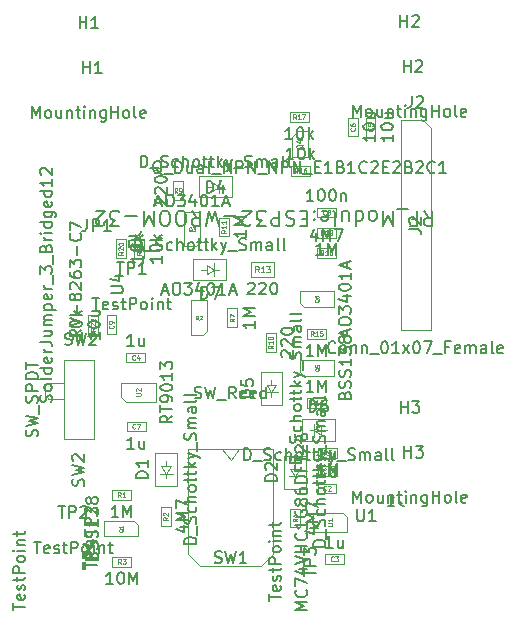
<source format=gbr>
%TF.GenerationSoftware,KiCad,Pcbnew,8.0.2-8.0.2-0~ubuntu22.04.1*%
%TF.CreationDate,2024-05-08T22:35:07+02:00*%
%TF.ProjectId,MailBox_LP_Notifier,4d61696c-426f-4785-9f4c-505f4e6f7469,rev?*%
%TF.SameCoordinates,Original*%
%TF.FileFunction,AssemblyDrawing,Top*%
%FSLAX46Y46*%
G04 Gerber Fmt 4.6, Leading zero omitted, Abs format (unit mm)*
G04 Created by KiCad (PCBNEW 8.0.2-8.0.2-0~ubuntu22.04.1) date 2024-05-08 22:35:07*
%MOMM*%
%LPD*%
G01*
G04 APERTURE LIST*
%ADD10C,0.150000*%
%ADD11C,0.060000*%
%ADD12C,0.075000*%
%ADD13C,0.050000*%
%ADD14C,0.080000*%
%ADD15C,0.158750*%
%ADD16C,0.100000*%
G04 APERTURE END LIST*
D10*
X137987161Y-64673619D02*
X137415733Y-64673619D01*
X137701447Y-64673619D02*
X137701447Y-63673619D01*
X137701447Y-63673619D02*
X137606209Y-63816476D01*
X137606209Y-63816476D02*
X137510971Y-63911714D01*
X137510971Y-63911714D02*
X137415733Y-63959333D01*
X138606209Y-63673619D02*
X138701447Y-63673619D01*
X138701447Y-63673619D02*
X138796685Y-63721238D01*
X138796685Y-63721238D02*
X138844304Y-63768857D01*
X138844304Y-63768857D02*
X138891923Y-63864095D01*
X138891923Y-63864095D02*
X138939542Y-64054571D01*
X138939542Y-64054571D02*
X138939542Y-64292666D01*
X138939542Y-64292666D02*
X138891923Y-64483142D01*
X138891923Y-64483142D02*
X138844304Y-64578380D01*
X138844304Y-64578380D02*
X138796685Y-64626000D01*
X138796685Y-64626000D02*
X138701447Y-64673619D01*
X138701447Y-64673619D02*
X138606209Y-64673619D01*
X138606209Y-64673619D02*
X138510971Y-64626000D01*
X138510971Y-64626000D02*
X138463352Y-64578380D01*
X138463352Y-64578380D02*
X138415733Y-64483142D01*
X138415733Y-64483142D02*
X138368114Y-64292666D01*
X138368114Y-64292666D02*
X138368114Y-64054571D01*
X138368114Y-64054571D02*
X138415733Y-63864095D01*
X138415733Y-63864095D02*
X138463352Y-63768857D01*
X138463352Y-63768857D02*
X138510971Y-63721238D01*
X138510971Y-63721238D02*
X138606209Y-63673619D01*
X139368114Y-64673619D02*
X139368114Y-63673619D01*
X139463352Y-64292666D02*
X139749066Y-64673619D01*
X139749066Y-64006952D02*
X139368114Y-64387904D01*
D11*
X138325257Y-62970727D02*
X138191924Y-62780251D01*
X138096686Y-62970727D02*
X138096686Y-62570727D01*
X138096686Y-62570727D02*
X138249067Y-62570727D01*
X138249067Y-62570727D02*
X138287162Y-62589775D01*
X138287162Y-62589775D02*
X138306209Y-62608822D01*
X138306209Y-62608822D02*
X138325257Y-62646918D01*
X138325257Y-62646918D02*
X138325257Y-62704060D01*
X138325257Y-62704060D02*
X138306209Y-62742156D01*
X138306209Y-62742156D02*
X138287162Y-62761203D01*
X138287162Y-62761203D02*
X138249067Y-62780251D01*
X138249067Y-62780251D02*
X138096686Y-62780251D01*
X138706209Y-62970727D02*
X138477638Y-62970727D01*
X138591924Y-62970727D02*
X138591924Y-62570727D01*
X138591924Y-62570727D02*
X138553828Y-62627870D01*
X138553828Y-62627870D02*
X138515733Y-62665965D01*
X138515733Y-62665965D02*
X138477638Y-62685013D01*
X138839542Y-62570727D02*
X139106209Y-62570727D01*
X139106209Y-62570727D02*
X138934780Y-62970727D01*
D10*
X126440857Y-70275294D02*
X126393238Y-70227675D01*
X126393238Y-70227675D02*
X126345619Y-70132437D01*
X126345619Y-70132437D02*
X126345619Y-69894342D01*
X126345619Y-69894342D02*
X126393238Y-69799104D01*
X126393238Y-69799104D02*
X126440857Y-69751485D01*
X126440857Y-69751485D02*
X126536095Y-69703866D01*
X126536095Y-69703866D02*
X126631333Y-69703866D01*
X126631333Y-69703866D02*
X126774190Y-69751485D01*
X126774190Y-69751485D02*
X127345619Y-70322913D01*
X127345619Y-70322913D02*
X127345619Y-69703866D01*
X126440857Y-69322913D02*
X126393238Y-69275294D01*
X126393238Y-69275294D02*
X126345619Y-69180056D01*
X126345619Y-69180056D02*
X126345619Y-68941961D01*
X126345619Y-68941961D02*
X126393238Y-68846723D01*
X126393238Y-68846723D02*
X126440857Y-68799104D01*
X126440857Y-68799104D02*
X126536095Y-68751485D01*
X126536095Y-68751485D02*
X126631333Y-68751485D01*
X126631333Y-68751485D02*
X126774190Y-68799104D01*
X126774190Y-68799104D02*
X127345619Y-69370532D01*
X127345619Y-69370532D02*
X127345619Y-68751485D01*
X126345619Y-68132437D02*
X126345619Y-68037199D01*
X126345619Y-68037199D02*
X126393238Y-67941961D01*
X126393238Y-67941961D02*
X126440857Y-67894342D01*
X126440857Y-67894342D02*
X126536095Y-67846723D01*
X126536095Y-67846723D02*
X126726571Y-67799104D01*
X126726571Y-67799104D02*
X126964666Y-67799104D01*
X126964666Y-67799104D02*
X127155142Y-67846723D01*
X127155142Y-67846723D02*
X127250380Y-67894342D01*
X127250380Y-67894342D02*
X127298000Y-67941961D01*
X127298000Y-67941961D02*
X127345619Y-68037199D01*
X127345619Y-68037199D02*
X127345619Y-68132437D01*
X127345619Y-68132437D02*
X127298000Y-68227675D01*
X127298000Y-68227675D02*
X127250380Y-68275294D01*
X127250380Y-68275294D02*
X127155142Y-68322913D01*
X127155142Y-68322913D02*
X126964666Y-68370532D01*
X126964666Y-68370532D02*
X126726571Y-68370532D01*
X126726571Y-68370532D02*
X126536095Y-68322913D01*
X126536095Y-68322913D02*
X126440857Y-68275294D01*
X126440857Y-68275294D02*
X126393238Y-68227675D01*
X126393238Y-68227675D02*
X126345619Y-68132437D01*
D11*
X128254133Y-69219127D02*
X128120800Y-69028651D01*
X128025562Y-69219127D02*
X128025562Y-68819127D01*
X128025562Y-68819127D02*
X128177943Y-68819127D01*
X128177943Y-68819127D02*
X128216038Y-68838175D01*
X128216038Y-68838175D02*
X128235085Y-68857222D01*
X128235085Y-68857222D02*
X128254133Y-68895318D01*
X128254133Y-68895318D02*
X128254133Y-68952460D01*
X128254133Y-68952460D02*
X128235085Y-68990556D01*
X128235085Y-68990556D02*
X128216038Y-69009603D01*
X128216038Y-69009603D02*
X128177943Y-69028651D01*
X128177943Y-69028651D02*
X128025562Y-69028651D01*
X128444609Y-69219127D02*
X128520800Y-69219127D01*
X128520800Y-69219127D02*
X128558895Y-69200080D01*
X128558895Y-69200080D02*
X128577943Y-69181032D01*
X128577943Y-69181032D02*
X128616038Y-69123889D01*
X128616038Y-69123889D02*
X128635085Y-69047699D01*
X128635085Y-69047699D02*
X128635085Y-68895318D01*
X128635085Y-68895318D02*
X128616038Y-68857222D01*
X128616038Y-68857222D02*
X128596990Y-68838175D01*
X128596990Y-68838175D02*
X128558895Y-68819127D01*
X128558895Y-68819127D02*
X128482704Y-68819127D01*
X128482704Y-68819127D02*
X128444609Y-68838175D01*
X128444609Y-68838175D02*
X128425562Y-68857222D01*
X128425562Y-68857222D02*
X128406514Y-68895318D01*
X128406514Y-68895318D02*
X128406514Y-68990556D01*
X128406514Y-68990556D02*
X128425562Y-69028651D01*
X128425562Y-69028651D02*
X128444609Y-69047699D01*
X128444609Y-69047699D02*
X128482704Y-69066746D01*
X128482704Y-69066746D02*
X128558895Y-69066746D01*
X128558895Y-69066746D02*
X128596990Y-69047699D01*
X128596990Y-69047699D02*
X128616038Y-69028651D01*
X128616038Y-69028651D02*
X128635085Y-68990556D01*
D10*
X139002619Y-101693504D02*
X139002619Y-101122076D01*
X140002619Y-101407790D02*
X139002619Y-101407790D01*
X140002619Y-100788742D02*
X139002619Y-100788742D01*
X139002619Y-100788742D02*
X139002619Y-100407790D01*
X139002619Y-100407790D02*
X139050238Y-100312552D01*
X139050238Y-100312552D02*
X139097857Y-100264933D01*
X139097857Y-100264933D02*
X139193095Y-100217314D01*
X139193095Y-100217314D02*
X139335952Y-100217314D01*
X139335952Y-100217314D02*
X139431190Y-100264933D01*
X139431190Y-100264933D02*
X139478809Y-100312552D01*
X139478809Y-100312552D02*
X139526428Y-100407790D01*
X139526428Y-100407790D02*
X139526428Y-100788742D01*
X139002619Y-99883980D02*
X139002619Y-99264933D01*
X139002619Y-99264933D02*
X139383571Y-99598266D01*
X139383571Y-99598266D02*
X139383571Y-99455409D01*
X139383571Y-99455409D02*
X139431190Y-99360171D01*
X139431190Y-99360171D02*
X139478809Y-99312552D01*
X139478809Y-99312552D02*
X139574047Y-99264933D01*
X139574047Y-99264933D02*
X139812142Y-99264933D01*
X139812142Y-99264933D02*
X139907380Y-99312552D01*
X139907380Y-99312552D02*
X139955000Y-99360171D01*
X139955000Y-99360171D02*
X140002619Y-99455409D01*
X140002619Y-99455409D02*
X140002619Y-99741123D01*
X140002619Y-99741123D02*
X139955000Y-99836361D01*
X139955000Y-99836361D02*
X139907380Y-99883980D01*
X136004619Y-103764933D02*
X136004619Y-103193505D01*
X137004619Y-103479219D02*
X136004619Y-103479219D01*
X136957000Y-102479219D02*
X137004619Y-102574457D01*
X137004619Y-102574457D02*
X137004619Y-102764933D01*
X137004619Y-102764933D02*
X136957000Y-102860171D01*
X136957000Y-102860171D02*
X136861761Y-102907790D01*
X136861761Y-102907790D02*
X136480809Y-102907790D01*
X136480809Y-102907790D02*
X136385571Y-102860171D01*
X136385571Y-102860171D02*
X136337952Y-102764933D01*
X136337952Y-102764933D02*
X136337952Y-102574457D01*
X136337952Y-102574457D02*
X136385571Y-102479219D01*
X136385571Y-102479219D02*
X136480809Y-102431600D01*
X136480809Y-102431600D02*
X136576047Y-102431600D01*
X136576047Y-102431600D02*
X136671285Y-102907790D01*
X136957000Y-102050647D02*
X137004619Y-101955409D01*
X137004619Y-101955409D02*
X137004619Y-101764933D01*
X137004619Y-101764933D02*
X136957000Y-101669695D01*
X136957000Y-101669695D02*
X136861761Y-101622076D01*
X136861761Y-101622076D02*
X136814142Y-101622076D01*
X136814142Y-101622076D02*
X136718904Y-101669695D01*
X136718904Y-101669695D02*
X136671285Y-101764933D01*
X136671285Y-101764933D02*
X136671285Y-101907790D01*
X136671285Y-101907790D02*
X136623666Y-102003028D01*
X136623666Y-102003028D02*
X136528428Y-102050647D01*
X136528428Y-102050647D02*
X136480809Y-102050647D01*
X136480809Y-102050647D02*
X136385571Y-102003028D01*
X136385571Y-102003028D02*
X136337952Y-101907790D01*
X136337952Y-101907790D02*
X136337952Y-101764933D01*
X136337952Y-101764933D02*
X136385571Y-101669695D01*
X136337952Y-101336361D02*
X136337952Y-100955409D01*
X136004619Y-101193504D02*
X136861761Y-101193504D01*
X136861761Y-101193504D02*
X136957000Y-101145885D01*
X136957000Y-101145885D02*
X137004619Y-101050647D01*
X137004619Y-101050647D02*
X137004619Y-100955409D01*
X137004619Y-100622075D02*
X136004619Y-100622075D01*
X136004619Y-100622075D02*
X136004619Y-100241123D01*
X136004619Y-100241123D02*
X136052238Y-100145885D01*
X136052238Y-100145885D02*
X136099857Y-100098266D01*
X136099857Y-100098266D02*
X136195095Y-100050647D01*
X136195095Y-100050647D02*
X136337952Y-100050647D01*
X136337952Y-100050647D02*
X136433190Y-100098266D01*
X136433190Y-100098266D02*
X136480809Y-100145885D01*
X136480809Y-100145885D02*
X136528428Y-100241123D01*
X136528428Y-100241123D02*
X136528428Y-100622075D01*
X137004619Y-99479218D02*
X136957000Y-99574456D01*
X136957000Y-99574456D02*
X136909380Y-99622075D01*
X136909380Y-99622075D02*
X136814142Y-99669694D01*
X136814142Y-99669694D02*
X136528428Y-99669694D01*
X136528428Y-99669694D02*
X136433190Y-99622075D01*
X136433190Y-99622075D02*
X136385571Y-99574456D01*
X136385571Y-99574456D02*
X136337952Y-99479218D01*
X136337952Y-99479218D02*
X136337952Y-99336361D01*
X136337952Y-99336361D02*
X136385571Y-99241123D01*
X136385571Y-99241123D02*
X136433190Y-99193504D01*
X136433190Y-99193504D02*
X136528428Y-99145885D01*
X136528428Y-99145885D02*
X136814142Y-99145885D01*
X136814142Y-99145885D02*
X136909380Y-99193504D01*
X136909380Y-99193504D02*
X136957000Y-99241123D01*
X136957000Y-99241123D02*
X137004619Y-99336361D01*
X137004619Y-99336361D02*
X137004619Y-99479218D01*
X137004619Y-98717313D02*
X136337952Y-98717313D01*
X136004619Y-98717313D02*
X136052238Y-98764932D01*
X136052238Y-98764932D02*
X136099857Y-98717313D01*
X136099857Y-98717313D02*
X136052238Y-98669694D01*
X136052238Y-98669694D02*
X136004619Y-98717313D01*
X136004619Y-98717313D02*
X136099857Y-98717313D01*
X136337952Y-98241123D02*
X137004619Y-98241123D01*
X136433190Y-98241123D02*
X136385571Y-98193504D01*
X136385571Y-98193504D02*
X136337952Y-98098266D01*
X136337952Y-98098266D02*
X136337952Y-97955409D01*
X136337952Y-97955409D02*
X136385571Y-97860171D01*
X136385571Y-97860171D02*
X136480809Y-97812552D01*
X136480809Y-97812552D02*
X137004619Y-97812552D01*
X136337952Y-97479218D02*
X136337952Y-97098266D01*
X136004619Y-97336361D02*
X136861761Y-97336361D01*
X136861761Y-97336361D02*
X136957000Y-97288742D01*
X136957000Y-97288742D02*
X137004619Y-97193504D01*
X137004619Y-97193504D02*
X137004619Y-97098266D01*
X139004619Y-101693504D02*
X139004619Y-101122076D01*
X140004619Y-101407790D02*
X139004619Y-101407790D01*
X140004619Y-100788742D02*
X139004619Y-100788742D01*
X139004619Y-100788742D02*
X139004619Y-100407790D01*
X139004619Y-100407790D02*
X139052238Y-100312552D01*
X139052238Y-100312552D02*
X139099857Y-100264933D01*
X139099857Y-100264933D02*
X139195095Y-100217314D01*
X139195095Y-100217314D02*
X139337952Y-100217314D01*
X139337952Y-100217314D02*
X139433190Y-100264933D01*
X139433190Y-100264933D02*
X139480809Y-100312552D01*
X139480809Y-100312552D02*
X139528428Y-100407790D01*
X139528428Y-100407790D02*
X139528428Y-100788742D01*
X139004619Y-99883980D02*
X139004619Y-99264933D01*
X139004619Y-99264933D02*
X139385571Y-99598266D01*
X139385571Y-99598266D02*
X139385571Y-99455409D01*
X139385571Y-99455409D02*
X139433190Y-99360171D01*
X139433190Y-99360171D02*
X139480809Y-99312552D01*
X139480809Y-99312552D02*
X139576047Y-99264933D01*
X139576047Y-99264933D02*
X139814142Y-99264933D01*
X139814142Y-99264933D02*
X139909380Y-99312552D01*
X139909380Y-99312552D02*
X139957000Y-99360171D01*
X139957000Y-99360171D02*
X140004619Y-99455409D01*
X140004619Y-99455409D02*
X140004619Y-99741123D01*
X140004619Y-99741123D02*
X139957000Y-99836361D01*
X139957000Y-99836361D02*
X139909380Y-99883980D01*
X126957132Y-67646657D02*
X126861894Y-67599038D01*
X126861894Y-67599038D02*
X126766656Y-67503800D01*
X126766656Y-67503800D02*
X126623799Y-67360942D01*
X126623799Y-67360942D02*
X126528561Y-67313323D01*
X126528561Y-67313323D02*
X126433323Y-67313323D01*
X126480942Y-67551419D02*
X126385704Y-67503800D01*
X126385704Y-67503800D02*
X126290466Y-67408561D01*
X126290466Y-67408561D02*
X126242847Y-67218085D01*
X126242847Y-67218085D02*
X126242847Y-66884752D01*
X126242847Y-66884752D02*
X126290466Y-66694276D01*
X126290466Y-66694276D02*
X126385704Y-66599038D01*
X126385704Y-66599038D02*
X126480942Y-66551419D01*
X126480942Y-66551419D02*
X126671418Y-66551419D01*
X126671418Y-66551419D02*
X126766656Y-66599038D01*
X126766656Y-66599038D02*
X126861894Y-66694276D01*
X126861894Y-66694276D02*
X126909513Y-66884752D01*
X126909513Y-66884752D02*
X126909513Y-67218085D01*
X126909513Y-67218085D02*
X126861894Y-67408561D01*
X126861894Y-67408561D02*
X126766656Y-67503800D01*
X126766656Y-67503800D02*
X126671418Y-67551419D01*
X126671418Y-67551419D02*
X126480942Y-67551419D01*
X127099990Y-67646657D02*
X127861894Y-67646657D01*
X128099990Y-67551419D02*
X128099990Y-66551419D01*
X128099990Y-66551419D02*
X128338085Y-66551419D01*
X128338085Y-66551419D02*
X128480942Y-66599038D01*
X128480942Y-66599038D02*
X128576180Y-66694276D01*
X128576180Y-66694276D02*
X128623799Y-66789514D01*
X128623799Y-66789514D02*
X128671418Y-66979990D01*
X128671418Y-66979990D02*
X128671418Y-67122847D01*
X128671418Y-67122847D02*
X128623799Y-67313323D01*
X128623799Y-67313323D02*
X128576180Y-67408561D01*
X128576180Y-67408561D02*
X128480942Y-67503800D01*
X128480942Y-67503800D02*
X128338085Y-67551419D01*
X128338085Y-67551419D02*
X128099990Y-67551419D01*
X129528561Y-66884752D02*
X129528561Y-67551419D01*
X129099990Y-66884752D02*
X129099990Y-67408561D01*
X129099990Y-67408561D02*
X129147609Y-67503800D01*
X129147609Y-67503800D02*
X129242847Y-67551419D01*
X129242847Y-67551419D02*
X129385704Y-67551419D01*
X129385704Y-67551419D02*
X129480942Y-67503800D01*
X129480942Y-67503800D02*
X129528561Y-67456180D01*
X130433323Y-67551419D02*
X130433323Y-67027609D01*
X130433323Y-67027609D02*
X130385704Y-66932371D01*
X130385704Y-66932371D02*
X130290466Y-66884752D01*
X130290466Y-66884752D02*
X130099990Y-66884752D01*
X130099990Y-66884752D02*
X130004752Y-66932371D01*
X130433323Y-67503800D02*
X130338085Y-67551419D01*
X130338085Y-67551419D02*
X130099990Y-67551419D01*
X130099990Y-67551419D02*
X130004752Y-67503800D01*
X130004752Y-67503800D02*
X129957133Y-67408561D01*
X129957133Y-67408561D02*
X129957133Y-67313323D01*
X129957133Y-67313323D02*
X130004752Y-67218085D01*
X130004752Y-67218085D02*
X130099990Y-67170466D01*
X130099990Y-67170466D02*
X130338085Y-67170466D01*
X130338085Y-67170466D02*
X130433323Y-67122847D01*
X131052371Y-67551419D02*
X130957133Y-67503800D01*
X130957133Y-67503800D02*
X130909514Y-67408561D01*
X130909514Y-67408561D02*
X130909514Y-66551419D01*
X131195229Y-67646657D02*
X131957133Y-67646657D01*
X132195229Y-67551419D02*
X132195229Y-66551419D01*
X132195229Y-66551419D02*
X132766657Y-67551419D01*
X132766657Y-67551419D02*
X132766657Y-66551419D01*
X133242848Y-67551419D02*
X133242848Y-66551419D01*
X133242848Y-66551419D02*
X133623800Y-66551419D01*
X133623800Y-66551419D02*
X133719038Y-66599038D01*
X133719038Y-66599038D02*
X133766657Y-66646657D01*
X133766657Y-66646657D02*
X133814276Y-66741895D01*
X133814276Y-66741895D02*
X133814276Y-66884752D01*
X133814276Y-66884752D02*
X133766657Y-66979990D01*
X133766657Y-66979990D02*
X133719038Y-67027609D01*
X133719038Y-67027609D02*
X133623800Y-67075228D01*
X133623800Y-67075228D02*
X133242848Y-67075228D01*
X134242848Y-67551419D02*
X134242848Y-66551419D01*
X134242848Y-66551419D02*
X134814276Y-67551419D01*
X134814276Y-67551419D02*
X134814276Y-66551419D01*
X135052372Y-67646657D02*
X135814276Y-67646657D01*
X136052372Y-67551419D02*
X136052372Y-66551419D01*
X136052372Y-66551419D02*
X136623800Y-67551419D01*
X136623800Y-67551419D02*
X136623800Y-66551419D01*
X137099991Y-67551419D02*
X137099991Y-66551419D01*
X137099991Y-66551419D02*
X137480943Y-66551419D01*
X137480943Y-66551419D02*
X137576181Y-66599038D01*
X137576181Y-66599038D02*
X137623800Y-66646657D01*
X137623800Y-66646657D02*
X137671419Y-66741895D01*
X137671419Y-66741895D02*
X137671419Y-66884752D01*
X137671419Y-66884752D02*
X137623800Y-66979990D01*
X137623800Y-66979990D02*
X137576181Y-67027609D01*
X137576181Y-67027609D02*
X137480943Y-67075228D01*
X137480943Y-67075228D02*
X137099991Y-67075228D01*
X138099991Y-67551419D02*
X138099991Y-66551419D01*
X138099991Y-66551419D02*
X138671419Y-67551419D01*
X138671419Y-67551419D02*
X138671419Y-66551419D01*
X138909515Y-67646657D02*
X139671419Y-67646657D01*
X139909515Y-67027609D02*
X140242848Y-67027609D01*
X140385705Y-67551419D02*
X139909515Y-67551419D01*
X139909515Y-67551419D02*
X139909515Y-66551419D01*
X139909515Y-66551419D02*
X140385705Y-66551419D01*
X141338086Y-67551419D02*
X140766658Y-67551419D01*
X141052372Y-67551419D02*
X141052372Y-66551419D01*
X141052372Y-66551419D02*
X140957134Y-66694276D01*
X140957134Y-66694276D02*
X140861896Y-66789514D01*
X140861896Y-66789514D02*
X140766658Y-66837133D01*
X142099991Y-67027609D02*
X142242848Y-67075228D01*
X142242848Y-67075228D02*
X142290467Y-67122847D01*
X142290467Y-67122847D02*
X142338086Y-67218085D01*
X142338086Y-67218085D02*
X142338086Y-67360942D01*
X142338086Y-67360942D02*
X142290467Y-67456180D01*
X142290467Y-67456180D02*
X142242848Y-67503800D01*
X142242848Y-67503800D02*
X142147610Y-67551419D01*
X142147610Y-67551419D02*
X141766658Y-67551419D01*
X141766658Y-67551419D02*
X141766658Y-66551419D01*
X141766658Y-66551419D02*
X142099991Y-66551419D01*
X142099991Y-66551419D02*
X142195229Y-66599038D01*
X142195229Y-66599038D02*
X142242848Y-66646657D01*
X142242848Y-66646657D02*
X142290467Y-66741895D01*
X142290467Y-66741895D02*
X142290467Y-66837133D01*
X142290467Y-66837133D02*
X142242848Y-66932371D01*
X142242848Y-66932371D02*
X142195229Y-66979990D01*
X142195229Y-66979990D02*
X142099991Y-67027609D01*
X142099991Y-67027609D02*
X141766658Y-67027609D01*
X143290467Y-67551419D02*
X142719039Y-67551419D01*
X143004753Y-67551419D02*
X143004753Y-66551419D01*
X143004753Y-66551419D02*
X142909515Y-66694276D01*
X142909515Y-66694276D02*
X142814277Y-66789514D01*
X142814277Y-66789514D02*
X142719039Y-66837133D01*
X144290467Y-67456180D02*
X144242848Y-67503800D01*
X144242848Y-67503800D02*
X144099991Y-67551419D01*
X144099991Y-67551419D02*
X144004753Y-67551419D01*
X144004753Y-67551419D02*
X143861896Y-67503800D01*
X143861896Y-67503800D02*
X143766658Y-67408561D01*
X143766658Y-67408561D02*
X143719039Y-67313323D01*
X143719039Y-67313323D02*
X143671420Y-67122847D01*
X143671420Y-67122847D02*
X143671420Y-66979990D01*
X143671420Y-66979990D02*
X143719039Y-66789514D01*
X143719039Y-66789514D02*
X143766658Y-66694276D01*
X143766658Y-66694276D02*
X143861896Y-66599038D01*
X143861896Y-66599038D02*
X144004753Y-66551419D01*
X144004753Y-66551419D02*
X144099991Y-66551419D01*
X144099991Y-66551419D02*
X144242848Y-66599038D01*
X144242848Y-66599038D02*
X144290467Y-66646657D01*
X144671420Y-66646657D02*
X144719039Y-66599038D01*
X144719039Y-66599038D02*
X144814277Y-66551419D01*
X144814277Y-66551419D02*
X145052372Y-66551419D01*
X145052372Y-66551419D02*
X145147610Y-66599038D01*
X145147610Y-66599038D02*
X145195229Y-66646657D01*
X145195229Y-66646657D02*
X145242848Y-66741895D01*
X145242848Y-66741895D02*
X145242848Y-66837133D01*
X145242848Y-66837133D02*
X145195229Y-66979990D01*
X145195229Y-66979990D02*
X144623801Y-67551419D01*
X144623801Y-67551419D02*
X145242848Y-67551419D01*
X145671420Y-67027609D02*
X146004753Y-67027609D01*
X146147610Y-67551419D02*
X145671420Y-67551419D01*
X145671420Y-67551419D02*
X145671420Y-66551419D01*
X145671420Y-66551419D02*
X146147610Y-66551419D01*
X146528563Y-66646657D02*
X146576182Y-66599038D01*
X146576182Y-66599038D02*
X146671420Y-66551419D01*
X146671420Y-66551419D02*
X146909515Y-66551419D01*
X146909515Y-66551419D02*
X147004753Y-66599038D01*
X147004753Y-66599038D02*
X147052372Y-66646657D01*
X147052372Y-66646657D02*
X147099991Y-66741895D01*
X147099991Y-66741895D02*
X147099991Y-66837133D01*
X147099991Y-66837133D02*
X147052372Y-66979990D01*
X147052372Y-66979990D02*
X146480944Y-67551419D01*
X146480944Y-67551419D02*
X147099991Y-67551419D01*
X147861896Y-67027609D02*
X148004753Y-67075228D01*
X148004753Y-67075228D02*
X148052372Y-67122847D01*
X148052372Y-67122847D02*
X148099991Y-67218085D01*
X148099991Y-67218085D02*
X148099991Y-67360942D01*
X148099991Y-67360942D02*
X148052372Y-67456180D01*
X148052372Y-67456180D02*
X148004753Y-67503800D01*
X148004753Y-67503800D02*
X147909515Y-67551419D01*
X147909515Y-67551419D02*
X147528563Y-67551419D01*
X147528563Y-67551419D02*
X147528563Y-66551419D01*
X147528563Y-66551419D02*
X147861896Y-66551419D01*
X147861896Y-66551419D02*
X147957134Y-66599038D01*
X147957134Y-66599038D02*
X148004753Y-66646657D01*
X148004753Y-66646657D02*
X148052372Y-66741895D01*
X148052372Y-66741895D02*
X148052372Y-66837133D01*
X148052372Y-66837133D02*
X148004753Y-66932371D01*
X148004753Y-66932371D02*
X147957134Y-66979990D01*
X147957134Y-66979990D02*
X147861896Y-67027609D01*
X147861896Y-67027609D02*
X147528563Y-67027609D01*
X148480944Y-66646657D02*
X148528563Y-66599038D01*
X148528563Y-66599038D02*
X148623801Y-66551419D01*
X148623801Y-66551419D02*
X148861896Y-66551419D01*
X148861896Y-66551419D02*
X148957134Y-66599038D01*
X148957134Y-66599038D02*
X149004753Y-66646657D01*
X149004753Y-66646657D02*
X149052372Y-66741895D01*
X149052372Y-66741895D02*
X149052372Y-66837133D01*
X149052372Y-66837133D02*
X149004753Y-66979990D01*
X149004753Y-66979990D02*
X148433325Y-67551419D01*
X148433325Y-67551419D02*
X149052372Y-67551419D01*
X150052372Y-67456180D02*
X150004753Y-67503800D01*
X150004753Y-67503800D02*
X149861896Y-67551419D01*
X149861896Y-67551419D02*
X149766658Y-67551419D01*
X149766658Y-67551419D02*
X149623801Y-67503800D01*
X149623801Y-67503800D02*
X149528563Y-67408561D01*
X149528563Y-67408561D02*
X149480944Y-67313323D01*
X149480944Y-67313323D02*
X149433325Y-67122847D01*
X149433325Y-67122847D02*
X149433325Y-66979990D01*
X149433325Y-66979990D02*
X149480944Y-66789514D01*
X149480944Y-66789514D02*
X149528563Y-66694276D01*
X149528563Y-66694276D02*
X149623801Y-66599038D01*
X149623801Y-66599038D02*
X149766658Y-66551419D01*
X149766658Y-66551419D02*
X149861896Y-66551419D01*
X149861896Y-66551419D02*
X150004753Y-66599038D01*
X150004753Y-66599038D02*
X150052372Y-66646657D01*
X151004753Y-67551419D02*
X150433325Y-67551419D01*
X150719039Y-67551419D02*
X150719039Y-66551419D01*
X150719039Y-66551419D02*
X150623801Y-66694276D01*
X150623801Y-66694276D02*
X150528563Y-66789514D01*
X150528563Y-66789514D02*
X150433325Y-66837133D01*
D12*
X138898828Y-65144219D02*
X138875019Y-65191838D01*
X138875019Y-65191838D02*
X138827400Y-65239457D01*
X138827400Y-65239457D02*
X138755971Y-65310885D01*
X138755971Y-65310885D02*
X138732161Y-65358504D01*
X138732161Y-65358504D02*
X138732161Y-65406123D01*
X138851209Y-65382314D02*
X138827400Y-65429933D01*
X138827400Y-65429933D02*
X138779780Y-65477552D01*
X138779780Y-65477552D02*
X138684542Y-65501361D01*
X138684542Y-65501361D02*
X138517876Y-65501361D01*
X138517876Y-65501361D02*
X138422638Y-65477552D01*
X138422638Y-65477552D02*
X138375019Y-65429933D01*
X138375019Y-65429933D02*
X138351209Y-65382314D01*
X138351209Y-65382314D02*
X138351209Y-65287076D01*
X138351209Y-65287076D02*
X138375019Y-65239457D01*
X138375019Y-65239457D02*
X138422638Y-65191838D01*
X138422638Y-65191838D02*
X138517876Y-65168028D01*
X138517876Y-65168028D02*
X138684542Y-65168028D01*
X138684542Y-65168028D02*
X138779780Y-65191838D01*
X138779780Y-65191838D02*
X138827400Y-65239457D01*
X138827400Y-65239457D02*
X138851209Y-65287076D01*
X138851209Y-65287076D02*
X138851209Y-65382314D01*
X138517876Y-64739456D02*
X138851209Y-64739456D01*
X138327400Y-64858504D02*
X138684542Y-64977551D01*
X138684542Y-64977551D02*
X138684542Y-64668028D01*
D10*
X140777933Y-91785619D02*
X140206505Y-91785619D01*
X140492219Y-91785619D02*
X140492219Y-90785619D01*
X140492219Y-90785619D02*
X140396981Y-90928476D01*
X140396981Y-90928476D02*
X140301743Y-91023714D01*
X140301743Y-91023714D02*
X140206505Y-91071333D01*
X141635076Y-91118952D02*
X141635076Y-91785619D01*
X141206505Y-91118952D02*
X141206505Y-91642761D01*
X141206505Y-91642761D02*
X141254124Y-91738000D01*
X141254124Y-91738000D02*
X141349362Y-91785619D01*
X141349362Y-91785619D02*
X141492219Y-91785619D01*
X141492219Y-91785619D02*
X141587457Y-91738000D01*
X141587457Y-91738000D02*
X141635076Y-91690380D01*
D11*
X140877933Y-92904632D02*
X140858885Y-92923680D01*
X140858885Y-92923680D02*
X140801743Y-92942727D01*
X140801743Y-92942727D02*
X140763647Y-92942727D01*
X140763647Y-92942727D02*
X140706504Y-92923680D01*
X140706504Y-92923680D02*
X140668409Y-92885584D01*
X140668409Y-92885584D02*
X140649362Y-92847489D01*
X140649362Y-92847489D02*
X140630314Y-92771299D01*
X140630314Y-92771299D02*
X140630314Y-92714156D01*
X140630314Y-92714156D02*
X140649362Y-92637965D01*
X140649362Y-92637965D02*
X140668409Y-92599870D01*
X140668409Y-92599870D02*
X140706504Y-92561775D01*
X140706504Y-92561775D02*
X140763647Y-92542727D01*
X140763647Y-92542727D02*
X140801743Y-92542727D01*
X140801743Y-92542727D02*
X140858885Y-92561775D01*
X140858885Y-92561775D02*
X140877933Y-92580822D01*
X141258885Y-92942727D02*
X141030314Y-92942727D01*
X141144600Y-92942727D02*
X141144600Y-92542727D01*
X141144600Y-92542727D02*
X141106504Y-92599870D01*
X141106504Y-92599870D02*
X141068409Y-92637965D01*
X141068409Y-92637965D02*
X141030314Y-92657013D01*
D10*
X121706819Y-81033857D02*
X121706819Y-81605285D01*
X121706819Y-81319571D02*
X120706819Y-81319571D01*
X120706819Y-81319571D02*
X120849676Y-81414809D01*
X120849676Y-81414809D02*
X120944914Y-81510047D01*
X120944914Y-81510047D02*
X120992533Y-81605285D01*
X120706819Y-80414809D02*
X120706819Y-80319571D01*
X120706819Y-80319571D02*
X120754438Y-80224333D01*
X120754438Y-80224333D02*
X120802057Y-80176714D01*
X120802057Y-80176714D02*
X120897295Y-80129095D01*
X120897295Y-80129095D02*
X121087771Y-80081476D01*
X121087771Y-80081476D02*
X121325866Y-80081476D01*
X121325866Y-80081476D02*
X121516342Y-80129095D01*
X121516342Y-80129095D02*
X121611580Y-80176714D01*
X121611580Y-80176714D02*
X121659200Y-80224333D01*
X121659200Y-80224333D02*
X121706819Y-80319571D01*
X121706819Y-80319571D02*
X121706819Y-80414809D01*
X121706819Y-80414809D02*
X121659200Y-80510047D01*
X121659200Y-80510047D02*
X121611580Y-80557666D01*
X121611580Y-80557666D02*
X121516342Y-80605285D01*
X121516342Y-80605285D02*
X121325866Y-80652904D01*
X121325866Y-80652904D02*
X121087771Y-80652904D01*
X121087771Y-80652904D02*
X120897295Y-80605285D01*
X120897295Y-80605285D02*
X120802057Y-80557666D01*
X120802057Y-80557666D02*
X120754438Y-80510047D01*
X120754438Y-80510047D02*
X120706819Y-80414809D01*
X121040152Y-79224333D02*
X121706819Y-79224333D01*
X121040152Y-79652904D02*
X121563961Y-79652904D01*
X121563961Y-79652904D02*
X121659200Y-79605285D01*
X121659200Y-79605285D02*
X121706819Y-79510047D01*
X121706819Y-79510047D02*
X121706819Y-79367190D01*
X121706819Y-79367190D02*
X121659200Y-79271952D01*
X121659200Y-79271952D02*
X121611580Y-79224333D01*
D11*
X122825832Y-80457666D02*
X122844880Y-80476714D01*
X122844880Y-80476714D02*
X122863927Y-80533856D01*
X122863927Y-80533856D02*
X122863927Y-80571952D01*
X122863927Y-80571952D02*
X122844880Y-80629095D01*
X122844880Y-80629095D02*
X122806784Y-80667190D01*
X122806784Y-80667190D02*
X122768689Y-80686237D01*
X122768689Y-80686237D02*
X122692499Y-80705285D01*
X122692499Y-80705285D02*
X122635356Y-80705285D01*
X122635356Y-80705285D02*
X122559165Y-80686237D01*
X122559165Y-80686237D02*
X122521070Y-80667190D01*
X122521070Y-80667190D02*
X122482975Y-80629095D01*
X122482975Y-80629095D02*
X122463927Y-80571952D01*
X122463927Y-80571952D02*
X122463927Y-80533856D01*
X122463927Y-80533856D02*
X122482975Y-80476714D01*
X122482975Y-80476714D02*
X122502022Y-80457666D01*
X122863927Y-80267190D02*
X122863927Y-80190999D01*
X122863927Y-80190999D02*
X122844880Y-80152904D01*
X122844880Y-80152904D02*
X122825832Y-80133856D01*
X122825832Y-80133856D02*
X122768689Y-80095761D01*
X122768689Y-80095761D02*
X122692499Y-80076714D01*
X122692499Y-80076714D02*
X122540118Y-80076714D01*
X122540118Y-80076714D02*
X122502022Y-80095761D01*
X122502022Y-80095761D02*
X122482975Y-80114809D01*
X122482975Y-80114809D02*
X122463927Y-80152904D01*
X122463927Y-80152904D02*
X122463927Y-80229095D01*
X122463927Y-80229095D02*
X122482975Y-80267190D01*
X122482975Y-80267190D02*
X122502022Y-80286237D01*
X122502022Y-80286237D02*
X122540118Y-80305285D01*
X122540118Y-80305285D02*
X122635356Y-80305285D01*
X122635356Y-80305285D02*
X122673451Y-80286237D01*
X122673451Y-80286237D02*
X122692499Y-80267190D01*
X122692499Y-80267190D02*
X122711546Y-80229095D01*
X122711546Y-80229095D02*
X122711546Y-80152904D01*
X122711546Y-80152904D02*
X122692499Y-80114809D01*
X122692499Y-80114809D02*
X122673451Y-80095761D01*
X122673451Y-80095761D02*
X122635356Y-80076714D01*
D10*
X140608085Y-74478019D02*
X140036657Y-74478019D01*
X140322371Y-74478019D02*
X140322371Y-73478019D01*
X140322371Y-73478019D02*
X140227133Y-73620876D01*
X140227133Y-73620876D02*
X140131895Y-73716114D01*
X140131895Y-73716114D02*
X140036657Y-73763733D01*
X141036657Y-74478019D02*
X141036657Y-73478019D01*
X141036657Y-73478019D02*
X141369990Y-74192304D01*
X141369990Y-74192304D02*
X141703323Y-73478019D01*
X141703323Y-73478019D02*
X141703323Y-74478019D01*
D11*
X140636657Y-72775127D02*
X140503324Y-72584651D01*
X140408086Y-72775127D02*
X140408086Y-72375127D01*
X140408086Y-72375127D02*
X140560467Y-72375127D01*
X140560467Y-72375127D02*
X140598562Y-72394175D01*
X140598562Y-72394175D02*
X140617609Y-72413222D01*
X140617609Y-72413222D02*
X140636657Y-72451318D01*
X140636657Y-72451318D02*
X140636657Y-72508460D01*
X140636657Y-72508460D02*
X140617609Y-72546556D01*
X140617609Y-72546556D02*
X140598562Y-72565603D01*
X140598562Y-72565603D02*
X140560467Y-72584651D01*
X140560467Y-72584651D02*
X140408086Y-72584651D01*
X141017609Y-72775127D02*
X140789038Y-72775127D01*
X140903324Y-72775127D02*
X140903324Y-72375127D01*
X140903324Y-72375127D02*
X140865228Y-72432270D01*
X140865228Y-72432270D02*
X140827133Y-72470365D01*
X140827133Y-72470365D02*
X140789038Y-72489413D01*
X141208085Y-72775127D02*
X141284276Y-72775127D01*
X141284276Y-72775127D02*
X141322371Y-72756080D01*
X141322371Y-72756080D02*
X141341419Y-72737032D01*
X141341419Y-72737032D02*
X141379514Y-72679889D01*
X141379514Y-72679889D02*
X141398561Y-72603699D01*
X141398561Y-72603699D02*
X141398561Y-72451318D01*
X141398561Y-72451318D02*
X141379514Y-72413222D01*
X141379514Y-72413222D02*
X141360466Y-72394175D01*
X141360466Y-72394175D02*
X141322371Y-72375127D01*
X141322371Y-72375127D02*
X141246180Y-72375127D01*
X141246180Y-72375127D02*
X141208085Y-72394175D01*
X141208085Y-72394175D02*
X141189038Y-72413222D01*
X141189038Y-72413222D02*
X141169990Y-72451318D01*
X141169990Y-72451318D02*
X141169990Y-72546556D01*
X141169990Y-72546556D02*
X141189038Y-72584651D01*
X141189038Y-72584651D02*
X141208085Y-72603699D01*
X141208085Y-72603699D02*
X141246180Y-72622746D01*
X141246180Y-72622746D02*
X141322371Y-72622746D01*
X141322371Y-72622746D02*
X141360466Y-72603699D01*
X141360466Y-72603699D02*
X141379514Y-72584651D01*
X141379514Y-72584651D02*
X141398561Y-72546556D01*
D10*
X120435019Y-98264504D02*
X120435019Y-97693076D01*
X121435019Y-97978790D02*
X120435019Y-97978790D01*
X121435019Y-97359742D02*
X120435019Y-97359742D01*
X120435019Y-97359742D02*
X120435019Y-96978790D01*
X120435019Y-96978790D02*
X120482638Y-96883552D01*
X120482638Y-96883552D02*
X120530257Y-96835933D01*
X120530257Y-96835933D02*
X120625495Y-96788314D01*
X120625495Y-96788314D02*
X120768352Y-96788314D01*
X120768352Y-96788314D02*
X120863590Y-96835933D01*
X120863590Y-96835933D02*
X120911209Y-96883552D01*
X120911209Y-96883552D02*
X120958828Y-96978790D01*
X120958828Y-96978790D02*
X120958828Y-97359742D01*
X120530257Y-96407361D02*
X120482638Y-96359742D01*
X120482638Y-96359742D02*
X120435019Y-96264504D01*
X120435019Y-96264504D02*
X120435019Y-96026409D01*
X120435019Y-96026409D02*
X120482638Y-95931171D01*
X120482638Y-95931171D02*
X120530257Y-95883552D01*
X120530257Y-95883552D02*
X120625495Y-95835933D01*
X120625495Y-95835933D02*
X120720733Y-95835933D01*
X120720733Y-95835933D02*
X120863590Y-95883552D01*
X120863590Y-95883552D02*
X121435019Y-96454980D01*
X121435019Y-96454980D02*
X121435019Y-95835933D01*
X116122866Y-98744019D02*
X116694294Y-98744019D01*
X116408580Y-99744019D02*
X116408580Y-98744019D01*
X117408580Y-99696400D02*
X117313342Y-99744019D01*
X117313342Y-99744019D02*
X117122866Y-99744019D01*
X117122866Y-99744019D02*
X117027628Y-99696400D01*
X117027628Y-99696400D02*
X116980009Y-99601161D01*
X116980009Y-99601161D02*
X116980009Y-99220209D01*
X116980009Y-99220209D02*
X117027628Y-99124971D01*
X117027628Y-99124971D02*
X117122866Y-99077352D01*
X117122866Y-99077352D02*
X117313342Y-99077352D01*
X117313342Y-99077352D02*
X117408580Y-99124971D01*
X117408580Y-99124971D02*
X117456199Y-99220209D01*
X117456199Y-99220209D02*
X117456199Y-99315447D01*
X117456199Y-99315447D02*
X116980009Y-99410685D01*
X117837152Y-99696400D02*
X117932390Y-99744019D01*
X117932390Y-99744019D02*
X118122866Y-99744019D01*
X118122866Y-99744019D02*
X118218104Y-99696400D01*
X118218104Y-99696400D02*
X118265723Y-99601161D01*
X118265723Y-99601161D02*
X118265723Y-99553542D01*
X118265723Y-99553542D02*
X118218104Y-99458304D01*
X118218104Y-99458304D02*
X118122866Y-99410685D01*
X118122866Y-99410685D02*
X117980009Y-99410685D01*
X117980009Y-99410685D02*
X117884771Y-99363066D01*
X117884771Y-99363066D02*
X117837152Y-99267828D01*
X117837152Y-99267828D02*
X117837152Y-99220209D01*
X117837152Y-99220209D02*
X117884771Y-99124971D01*
X117884771Y-99124971D02*
X117980009Y-99077352D01*
X117980009Y-99077352D02*
X118122866Y-99077352D01*
X118122866Y-99077352D02*
X118218104Y-99124971D01*
X118551438Y-99077352D02*
X118932390Y-99077352D01*
X118694295Y-98744019D02*
X118694295Y-99601161D01*
X118694295Y-99601161D02*
X118741914Y-99696400D01*
X118741914Y-99696400D02*
X118837152Y-99744019D01*
X118837152Y-99744019D02*
X118932390Y-99744019D01*
X119265724Y-99744019D02*
X119265724Y-98744019D01*
X119265724Y-98744019D02*
X119646676Y-98744019D01*
X119646676Y-98744019D02*
X119741914Y-98791638D01*
X119741914Y-98791638D02*
X119789533Y-98839257D01*
X119789533Y-98839257D02*
X119837152Y-98934495D01*
X119837152Y-98934495D02*
X119837152Y-99077352D01*
X119837152Y-99077352D02*
X119789533Y-99172590D01*
X119789533Y-99172590D02*
X119741914Y-99220209D01*
X119741914Y-99220209D02*
X119646676Y-99267828D01*
X119646676Y-99267828D02*
X119265724Y-99267828D01*
X120408581Y-99744019D02*
X120313343Y-99696400D01*
X120313343Y-99696400D02*
X120265724Y-99648780D01*
X120265724Y-99648780D02*
X120218105Y-99553542D01*
X120218105Y-99553542D02*
X120218105Y-99267828D01*
X120218105Y-99267828D02*
X120265724Y-99172590D01*
X120265724Y-99172590D02*
X120313343Y-99124971D01*
X120313343Y-99124971D02*
X120408581Y-99077352D01*
X120408581Y-99077352D02*
X120551438Y-99077352D01*
X120551438Y-99077352D02*
X120646676Y-99124971D01*
X120646676Y-99124971D02*
X120694295Y-99172590D01*
X120694295Y-99172590D02*
X120741914Y-99267828D01*
X120741914Y-99267828D02*
X120741914Y-99553542D01*
X120741914Y-99553542D02*
X120694295Y-99648780D01*
X120694295Y-99648780D02*
X120646676Y-99696400D01*
X120646676Y-99696400D02*
X120551438Y-99744019D01*
X120551438Y-99744019D02*
X120408581Y-99744019D01*
X121170486Y-99744019D02*
X121170486Y-99077352D01*
X121170486Y-98744019D02*
X121122867Y-98791638D01*
X121122867Y-98791638D02*
X121170486Y-98839257D01*
X121170486Y-98839257D02*
X121218105Y-98791638D01*
X121218105Y-98791638D02*
X121170486Y-98744019D01*
X121170486Y-98744019D02*
X121170486Y-98839257D01*
X121646676Y-99077352D02*
X121646676Y-99744019D01*
X121646676Y-99172590D02*
X121694295Y-99124971D01*
X121694295Y-99124971D02*
X121789533Y-99077352D01*
X121789533Y-99077352D02*
X121932390Y-99077352D01*
X121932390Y-99077352D02*
X122027628Y-99124971D01*
X122027628Y-99124971D02*
X122075247Y-99220209D01*
X122075247Y-99220209D02*
X122075247Y-99744019D01*
X122408581Y-99077352D02*
X122789533Y-99077352D01*
X122551438Y-98744019D02*
X122551438Y-99601161D01*
X122551438Y-99601161D02*
X122599057Y-99696400D01*
X122599057Y-99696400D02*
X122694295Y-99744019D01*
X122694295Y-99744019D02*
X122789533Y-99744019D01*
X118194295Y-95744019D02*
X118765723Y-95744019D01*
X118480009Y-96744019D02*
X118480009Y-95744019D01*
X119099057Y-96744019D02*
X119099057Y-95744019D01*
X119099057Y-95744019D02*
X119480009Y-95744019D01*
X119480009Y-95744019D02*
X119575247Y-95791638D01*
X119575247Y-95791638D02*
X119622866Y-95839257D01*
X119622866Y-95839257D02*
X119670485Y-95934495D01*
X119670485Y-95934495D02*
X119670485Y-96077352D01*
X119670485Y-96077352D02*
X119622866Y-96172590D01*
X119622866Y-96172590D02*
X119575247Y-96220209D01*
X119575247Y-96220209D02*
X119480009Y-96267828D01*
X119480009Y-96267828D02*
X119099057Y-96267828D01*
X120051438Y-95839257D02*
X120099057Y-95791638D01*
X120099057Y-95791638D02*
X120194295Y-95744019D01*
X120194295Y-95744019D02*
X120432390Y-95744019D01*
X120432390Y-95744019D02*
X120527628Y-95791638D01*
X120527628Y-95791638D02*
X120575247Y-95839257D01*
X120575247Y-95839257D02*
X120622866Y-95934495D01*
X120622866Y-95934495D02*
X120622866Y-96029733D01*
X120622866Y-96029733D02*
X120575247Y-96172590D01*
X120575247Y-96172590D02*
X120003819Y-96744019D01*
X120003819Y-96744019D02*
X120622866Y-96744019D01*
X121025809Y-99972523D02*
X121073428Y-99829666D01*
X121073428Y-99829666D02*
X121121047Y-99782047D01*
X121121047Y-99782047D02*
X121216285Y-99734428D01*
X121216285Y-99734428D02*
X121359142Y-99734428D01*
X121359142Y-99734428D02*
X121454380Y-99782047D01*
X121454380Y-99782047D02*
X121502000Y-99829666D01*
X121502000Y-99829666D02*
X121549619Y-99924904D01*
X121549619Y-99924904D02*
X121549619Y-100305856D01*
X121549619Y-100305856D02*
X120549619Y-100305856D01*
X120549619Y-100305856D02*
X120549619Y-99972523D01*
X120549619Y-99972523D02*
X120597238Y-99877285D01*
X120597238Y-99877285D02*
X120644857Y-99829666D01*
X120644857Y-99829666D02*
X120740095Y-99782047D01*
X120740095Y-99782047D02*
X120835333Y-99782047D01*
X120835333Y-99782047D02*
X120930571Y-99829666D01*
X120930571Y-99829666D02*
X120978190Y-99877285D01*
X120978190Y-99877285D02*
X121025809Y-99972523D01*
X121025809Y-99972523D02*
X121025809Y-100305856D01*
X121502000Y-99353475D02*
X121549619Y-99210618D01*
X121549619Y-99210618D02*
X121549619Y-98972523D01*
X121549619Y-98972523D02*
X121502000Y-98877285D01*
X121502000Y-98877285D02*
X121454380Y-98829666D01*
X121454380Y-98829666D02*
X121359142Y-98782047D01*
X121359142Y-98782047D02*
X121263904Y-98782047D01*
X121263904Y-98782047D02*
X121168666Y-98829666D01*
X121168666Y-98829666D02*
X121121047Y-98877285D01*
X121121047Y-98877285D02*
X121073428Y-98972523D01*
X121073428Y-98972523D02*
X121025809Y-99162999D01*
X121025809Y-99162999D02*
X120978190Y-99258237D01*
X120978190Y-99258237D02*
X120930571Y-99305856D01*
X120930571Y-99305856D02*
X120835333Y-99353475D01*
X120835333Y-99353475D02*
X120740095Y-99353475D01*
X120740095Y-99353475D02*
X120644857Y-99305856D01*
X120644857Y-99305856D02*
X120597238Y-99258237D01*
X120597238Y-99258237D02*
X120549619Y-99162999D01*
X120549619Y-99162999D02*
X120549619Y-98924904D01*
X120549619Y-98924904D02*
X120597238Y-98782047D01*
X121502000Y-98401094D02*
X121549619Y-98258237D01*
X121549619Y-98258237D02*
X121549619Y-98020142D01*
X121549619Y-98020142D02*
X121502000Y-97924904D01*
X121502000Y-97924904D02*
X121454380Y-97877285D01*
X121454380Y-97877285D02*
X121359142Y-97829666D01*
X121359142Y-97829666D02*
X121263904Y-97829666D01*
X121263904Y-97829666D02*
X121168666Y-97877285D01*
X121168666Y-97877285D02*
X121121047Y-97924904D01*
X121121047Y-97924904D02*
X121073428Y-98020142D01*
X121073428Y-98020142D02*
X121025809Y-98210618D01*
X121025809Y-98210618D02*
X120978190Y-98305856D01*
X120978190Y-98305856D02*
X120930571Y-98353475D01*
X120930571Y-98353475D02*
X120835333Y-98401094D01*
X120835333Y-98401094D02*
X120740095Y-98401094D01*
X120740095Y-98401094D02*
X120644857Y-98353475D01*
X120644857Y-98353475D02*
X120597238Y-98305856D01*
X120597238Y-98305856D02*
X120549619Y-98210618D01*
X120549619Y-98210618D02*
X120549619Y-97972523D01*
X120549619Y-97972523D02*
X120597238Y-97829666D01*
X121549619Y-96877285D02*
X121549619Y-97448713D01*
X121549619Y-97162999D02*
X120549619Y-97162999D01*
X120549619Y-97162999D02*
X120692476Y-97258237D01*
X120692476Y-97258237D02*
X120787714Y-97353475D01*
X120787714Y-97353475D02*
X120835333Y-97448713D01*
X120549619Y-96543951D02*
X120549619Y-95924904D01*
X120549619Y-95924904D02*
X120930571Y-96258237D01*
X120930571Y-96258237D02*
X120930571Y-96115380D01*
X120930571Y-96115380D02*
X120978190Y-96020142D01*
X120978190Y-96020142D02*
X121025809Y-95972523D01*
X121025809Y-95972523D02*
X121121047Y-95924904D01*
X121121047Y-95924904D02*
X121359142Y-95924904D01*
X121359142Y-95924904D02*
X121454380Y-95972523D01*
X121454380Y-95972523D02*
X121502000Y-96020142D01*
X121502000Y-96020142D02*
X121549619Y-96115380D01*
X121549619Y-96115380D02*
X121549619Y-96401094D01*
X121549619Y-96401094D02*
X121502000Y-96496332D01*
X121502000Y-96496332D02*
X121454380Y-96543951D01*
X120978190Y-95353475D02*
X120930571Y-95448713D01*
X120930571Y-95448713D02*
X120882952Y-95496332D01*
X120882952Y-95496332D02*
X120787714Y-95543951D01*
X120787714Y-95543951D02*
X120740095Y-95543951D01*
X120740095Y-95543951D02*
X120644857Y-95496332D01*
X120644857Y-95496332D02*
X120597238Y-95448713D01*
X120597238Y-95448713D02*
X120549619Y-95353475D01*
X120549619Y-95353475D02*
X120549619Y-95162999D01*
X120549619Y-95162999D02*
X120597238Y-95067761D01*
X120597238Y-95067761D02*
X120644857Y-95020142D01*
X120644857Y-95020142D02*
X120740095Y-94972523D01*
X120740095Y-94972523D02*
X120787714Y-94972523D01*
X120787714Y-94972523D02*
X120882952Y-95020142D01*
X120882952Y-95020142D02*
X120930571Y-95067761D01*
X120930571Y-95067761D02*
X120978190Y-95162999D01*
X120978190Y-95162999D02*
X120978190Y-95353475D01*
X120978190Y-95353475D02*
X121025809Y-95448713D01*
X121025809Y-95448713D02*
X121073428Y-95496332D01*
X121073428Y-95496332D02*
X121168666Y-95543951D01*
X121168666Y-95543951D02*
X121359142Y-95543951D01*
X121359142Y-95543951D02*
X121454380Y-95496332D01*
X121454380Y-95496332D02*
X121502000Y-95448713D01*
X121502000Y-95448713D02*
X121549619Y-95353475D01*
X121549619Y-95353475D02*
X121549619Y-95162999D01*
X121549619Y-95162999D02*
X121502000Y-95067761D01*
X121502000Y-95067761D02*
X121454380Y-95020142D01*
X121454380Y-95020142D02*
X121359142Y-94972523D01*
X121359142Y-94972523D02*
X121168666Y-94972523D01*
X121168666Y-94972523D02*
X121073428Y-95020142D01*
X121073428Y-95020142D02*
X121025809Y-95067761D01*
X121025809Y-95067761D02*
X120978190Y-95162999D01*
D13*
X123670714Y-97693476D02*
X123655476Y-97723952D01*
X123655476Y-97723952D02*
X123625000Y-97754428D01*
X123625000Y-97754428D02*
X123579285Y-97800142D01*
X123579285Y-97800142D02*
X123564047Y-97830619D01*
X123564047Y-97830619D02*
X123564047Y-97861095D01*
X123640238Y-97845857D02*
X123625000Y-97876333D01*
X123625000Y-97876333D02*
X123594523Y-97906809D01*
X123594523Y-97906809D02*
X123533571Y-97922047D01*
X123533571Y-97922047D02*
X123426904Y-97922047D01*
X123426904Y-97922047D02*
X123365952Y-97906809D01*
X123365952Y-97906809D02*
X123335476Y-97876333D01*
X123335476Y-97876333D02*
X123320238Y-97845857D01*
X123320238Y-97845857D02*
X123320238Y-97784904D01*
X123320238Y-97784904D02*
X123335476Y-97754428D01*
X123335476Y-97754428D02*
X123365952Y-97723952D01*
X123365952Y-97723952D02*
X123426904Y-97708714D01*
X123426904Y-97708714D02*
X123533571Y-97708714D01*
X123533571Y-97708714D02*
X123594523Y-97723952D01*
X123594523Y-97723952D02*
X123625000Y-97754428D01*
X123625000Y-97754428D02*
X123640238Y-97784904D01*
X123640238Y-97784904D02*
X123640238Y-97845857D01*
X123640238Y-97403952D02*
X123640238Y-97586809D01*
X123640238Y-97495381D02*
X123320238Y-97495381D01*
X123320238Y-97495381D02*
X123365952Y-97525857D01*
X123365952Y-97525857D02*
X123396428Y-97556333D01*
X123396428Y-97556333D02*
X123411666Y-97586809D01*
D10*
X140684285Y-93121619D02*
X140112857Y-93121619D01*
X140398571Y-93121619D02*
X140398571Y-92121619D01*
X140398571Y-92121619D02*
X140303333Y-92264476D01*
X140303333Y-92264476D02*
X140208095Y-92359714D01*
X140208095Y-92359714D02*
X140112857Y-92407333D01*
X141112857Y-93121619D02*
X141112857Y-92121619D01*
X141112857Y-92121619D02*
X141446190Y-92835904D01*
X141446190Y-92835904D02*
X141779523Y-92121619D01*
X141779523Y-92121619D02*
X141779523Y-93121619D01*
D11*
X140903333Y-91418727D02*
X140770000Y-91228251D01*
X140674762Y-91418727D02*
X140674762Y-91018727D01*
X140674762Y-91018727D02*
X140827143Y-91018727D01*
X140827143Y-91018727D02*
X140865238Y-91037775D01*
X140865238Y-91037775D02*
X140884285Y-91056822D01*
X140884285Y-91056822D02*
X140903333Y-91094918D01*
X140903333Y-91094918D02*
X140903333Y-91152060D01*
X140903333Y-91152060D02*
X140884285Y-91190156D01*
X140884285Y-91190156D02*
X140865238Y-91209203D01*
X140865238Y-91209203D02*
X140827143Y-91228251D01*
X140827143Y-91228251D02*
X140674762Y-91228251D01*
X141265238Y-91018727D02*
X141074762Y-91018727D01*
X141074762Y-91018727D02*
X141055714Y-91209203D01*
X141055714Y-91209203D02*
X141074762Y-91190156D01*
X141074762Y-91190156D02*
X141112857Y-91171108D01*
X141112857Y-91171108D02*
X141208095Y-91171108D01*
X141208095Y-91171108D02*
X141246190Y-91190156D01*
X141246190Y-91190156D02*
X141265238Y-91209203D01*
X141265238Y-91209203D02*
X141284285Y-91247299D01*
X141284285Y-91247299D02*
X141284285Y-91342537D01*
X141284285Y-91342537D02*
X141265238Y-91380632D01*
X141265238Y-91380632D02*
X141246190Y-91399680D01*
X141246190Y-91399680D02*
X141208095Y-91418727D01*
X141208095Y-91418727D02*
X141112857Y-91418727D01*
X141112857Y-91418727D02*
X141074762Y-91399680D01*
X141074762Y-91399680D02*
X141055714Y-91380632D01*
D10*
X125379619Y-74560038D02*
X125379619Y-75131466D01*
X125379619Y-74845752D02*
X124379619Y-74845752D01*
X124379619Y-74845752D02*
X124522476Y-74940990D01*
X124522476Y-74940990D02*
X124617714Y-75036228D01*
X124617714Y-75036228D02*
X124665333Y-75131466D01*
X124379619Y-73940990D02*
X124379619Y-73845752D01*
X124379619Y-73845752D02*
X124427238Y-73750514D01*
X124427238Y-73750514D02*
X124474857Y-73702895D01*
X124474857Y-73702895D02*
X124570095Y-73655276D01*
X124570095Y-73655276D02*
X124760571Y-73607657D01*
X124760571Y-73607657D02*
X124998666Y-73607657D01*
X124998666Y-73607657D02*
X125189142Y-73655276D01*
X125189142Y-73655276D02*
X125284380Y-73702895D01*
X125284380Y-73702895D02*
X125332000Y-73750514D01*
X125332000Y-73750514D02*
X125379619Y-73845752D01*
X125379619Y-73845752D02*
X125379619Y-73940990D01*
X125379619Y-73940990D02*
X125332000Y-74036228D01*
X125332000Y-74036228D02*
X125284380Y-74083847D01*
X125284380Y-74083847D02*
X125189142Y-74131466D01*
X125189142Y-74131466D02*
X124998666Y-74179085D01*
X124998666Y-74179085D02*
X124760571Y-74179085D01*
X124760571Y-74179085D02*
X124570095Y-74131466D01*
X124570095Y-74131466D02*
X124474857Y-74083847D01*
X124474857Y-74083847D02*
X124427238Y-74036228D01*
X124427238Y-74036228D02*
X124379619Y-73940990D01*
X125379619Y-73179085D02*
X124379619Y-73179085D01*
X124998666Y-73083847D02*
X125379619Y-72798133D01*
X124712952Y-72798133D02*
X125093904Y-73179085D01*
D11*
X123676727Y-74221942D02*
X123486251Y-74355275D01*
X123676727Y-74450513D02*
X123276727Y-74450513D01*
X123276727Y-74450513D02*
X123276727Y-74298132D01*
X123276727Y-74298132D02*
X123295775Y-74260037D01*
X123295775Y-74260037D02*
X123314822Y-74240990D01*
X123314822Y-74240990D02*
X123352918Y-74221942D01*
X123352918Y-74221942D02*
X123410060Y-74221942D01*
X123410060Y-74221942D02*
X123448156Y-74240990D01*
X123448156Y-74240990D02*
X123467203Y-74260037D01*
X123467203Y-74260037D02*
X123486251Y-74298132D01*
X123486251Y-74298132D02*
X123486251Y-74450513D01*
X123314822Y-74069561D02*
X123295775Y-74050513D01*
X123295775Y-74050513D02*
X123276727Y-74012418D01*
X123276727Y-74012418D02*
X123276727Y-73917180D01*
X123276727Y-73917180D02*
X123295775Y-73879085D01*
X123295775Y-73879085D02*
X123314822Y-73860037D01*
X123314822Y-73860037D02*
X123352918Y-73840990D01*
X123352918Y-73840990D02*
X123391013Y-73840990D01*
X123391013Y-73840990D02*
X123448156Y-73860037D01*
X123448156Y-73860037D02*
X123676727Y-74088609D01*
X123676727Y-74088609D02*
X123676727Y-73840990D01*
X123276727Y-73593371D02*
X123276727Y-73555276D01*
X123276727Y-73555276D02*
X123295775Y-73517180D01*
X123295775Y-73517180D02*
X123314822Y-73498133D01*
X123314822Y-73498133D02*
X123352918Y-73479085D01*
X123352918Y-73479085D02*
X123429108Y-73460038D01*
X123429108Y-73460038D02*
X123524346Y-73460038D01*
X123524346Y-73460038D02*
X123600537Y-73479085D01*
X123600537Y-73479085D02*
X123638632Y-73498133D01*
X123638632Y-73498133D02*
X123657680Y-73517180D01*
X123657680Y-73517180D02*
X123676727Y-73555276D01*
X123676727Y-73555276D02*
X123676727Y-73593371D01*
X123676727Y-73593371D02*
X123657680Y-73631466D01*
X123657680Y-73631466D02*
X123638632Y-73650514D01*
X123638632Y-73650514D02*
X123600537Y-73669561D01*
X123600537Y-73669561D02*
X123524346Y-73688609D01*
X123524346Y-73688609D02*
X123429108Y-73688609D01*
X123429108Y-73688609D02*
X123352918Y-73669561D01*
X123352918Y-73669561D02*
X123314822Y-73650514D01*
X123314822Y-73650514D02*
X123295775Y-73631466D01*
X123295775Y-73631466D02*
X123276727Y-73593371D01*
D10*
X123147295Y-75095819D02*
X123718723Y-75095819D01*
X123433009Y-76095819D02*
X123433009Y-75095819D01*
X124052057Y-76095819D02*
X124052057Y-75095819D01*
X124052057Y-75095819D02*
X124433009Y-75095819D01*
X124433009Y-75095819D02*
X124528247Y-75143438D01*
X124528247Y-75143438D02*
X124575866Y-75191057D01*
X124575866Y-75191057D02*
X124623485Y-75286295D01*
X124623485Y-75286295D02*
X124623485Y-75429152D01*
X124623485Y-75429152D02*
X124575866Y-75524390D01*
X124575866Y-75524390D02*
X124528247Y-75572009D01*
X124528247Y-75572009D02*
X124433009Y-75619628D01*
X124433009Y-75619628D02*
X124052057Y-75619628D01*
X125575866Y-76095819D02*
X125004438Y-76095819D01*
X125290152Y-76095819D02*
X125290152Y-75095819D01*
X125290152Y-75095819D02*
X125194914Y-75238676D01*
X125194914Y-75238676D02*
X125099676Y-75333914D01*
X125099676Y-75333914D02*
X125004438Y-75381533D01*
X121075866Y-78093819D02*
X121647294Y-78093819D01*
X121361580Y-79093819D02*
X121361580Y-78093819D01*
X122361580Y-79046200D02*
X122266342Y-79093819D01*
X122266342Y-79093819D02*
X122075866Y-79093819D01*
X122075866Y-79093819D02*
X121980628Y-79046200D01*
X121980628Y-79046200D02*
X121933009Y-78950961D01*
X121933009Y-78950961D02*
X121933009Y-78570009D01*
X121933009Y-78570009D02*
X121980628Y-78474771D01*
X121980628Y-78474771D02*
X122075866Y-78427152D01*
X122075866Y-78427152D02*
X122266342Y-78427152D01*
X122266342Y-78427152D02*
X122361580Y-78474771D01*
X122361580Y-78474771D02*
X122409199Y-78570009D01*
X122409199Y-78570009D02*
X122409199Y-78665247D01*
X122409199Y-78665247D02*
X121933009Y-78760485D01*
X122790152Y-79046200D02*
X122885390Y-79093819D01*
X122885390Y-79093819D02*
X123075866Y-79093819D01*
X123075866Y-79093819D02*
X123171104Y-79046200D01*
X123171104Y-79046200D02*
X123218723Y-78950961D01*
X123218723Y-78950961D02*
X123218723Y-78903342D01*
X123218723Y-78903342D02*
X123171104Y-78808104D01*
X123171104Y-78808104D02*
X123075866Y-78760485D01*
X123075866Y-78760485D02*
X122933009Y-78760485D01*
X122933009Y-78760485D02*
X122837771Y-78712866D01*
X122837771Y-78712866D02*
X122790152Y-78617628D01*
X122790152Y-78617628D02*
X122790152Y-78570009D01*
X122790152Y-78570009D02*
X122837771Y-78474771D01*
X122837771Y-78474771D02*
X122933009Y-78427152D01*
X122933009Y-78427152D02*
X123075866Y-78427152D01*
X123075866Y-78427152D02*
X123171104Y-78474771D01*
X123504438Y-78427152D02*
X123885390Y-78427152D01*
X123647295Y-78093819D02*
X123647295Y-78950961D01*
X123647295Y-78950961D02*
X123694914Y-79046200D01*
X123694914Y-79046200D02*
X123790152Y-79093819D01*
X123790152Y-79093819D02*
X123885390Y-79093819D01*
X124218724Y-79093819D02*
X124218724Y-78093819D01*
X124218724Y-78093819D02*
X124599676Y-78093819D01*
X124599676Y-78093819D02*
X124694914Y-78141438D01*
X124694914Y-78141438D02*
X124742533Y-78189057D01*
X124742533Y-78189057D02*
X124790152Y-78284295D01*
X124790152Y-78284295D02*
X124790152Y-78427152D01*
X124790152Y-78427152D02*
X124742533Y-78522390D01*
X124742533Y-78522390D02*
X124694914Y-78570009D01*
X124694914Y-78570009D02*
X124599676Y-78617628D01*
X124599676Y-78617628D02*
X124218724Y-78617628D01*
X125361581Y-79093819D02*
X125266343Y-79046200D01*
X125266343Y-79046200D02*
X125218724Y-78998580D01*
X125218724Y-78998580D02*
X125171105Y-78903342D01*
X125171105Y-78903342D02*
X125171105Y-78617628D01*
X125171105Y-78617628D02*
X125218724Y-78522390D01*
X125218724Y-78522390D02*
X125266343Y-78474771D01*
X125266343Y-78474771D02*
X125361581Y-78427152D01*
X125361581Y-78427152D02*
X125504438Y-78427152D01*
X125504438Y-78427152D02*
X125599676Y-78474771D01*
X125599676Y-78474771D02*
X125647295Y-78522390D01*
X125647295Y-78522390D02*
X125694914Y-78617628D01*
X125694914Y-78617628D02*
X125694914Y-78903342D01*
X125694914Y-78903342D02*
X125647295Y-78998580D01*
X125647295Y-78998580D02*
X125599676Y-79046200D01*
X125599676Y-79046200D02*
X125504438Y-79093819D01*
X125504438Y-79093819D02*
X125361581Y-79093819D01*
X126123486Y-79093819D02*
X126123486Y-78427152D01*
X126123486Y-78093819D02*
X126075867Y-78141438D01*
X126075867Y-78141438D02*
X126123486Y-78189057D01*
X126123486Y-78189057D02*
X126171105Y-78141438D01*
X126171105Y-78141438D02*
X126123486Y-78093819D01*
X126123486Y-78093819D02*
X126123486Y-78189057D01*
X126599676Y-78427152D02*
X126599676Y-79093819D01*
X126599676Y-78522390D02*
X126647295Y-78474771D01*
X126647295Y-78474771D02*
X126742533Y-78427152D01*
X126742533Y-78427152D02*
X126885390Y-78427152D01*
X126885390Y-78427152D02*
X126980628Y-78474771D01*
X126980628Y-78474771D02*
X127028247Y-78570009D01*
X127028247Y-78570009D02*
X127028247Y-79093819D01*
X127361581Y-78427152D02*
X127742533Y-78427152D01*
X127504438Y-78093819D02*
X127504438Y-78950961D01*
X127504438Y-78950961D02*
X127552057Y-79046200D01*
X127552057Y-79046200D02*
X127647295Y-79093819D01*
X127647295Y-79093819D02*
X127742533Y-79093819D01*
X123147295Y-75093819D02*
X123718723Y-75093819D01*
X123433009Y-76093819D02*
X123433009Y-75093819D01*
X124052057Y-76093819D02*
X124052057Y-75093819D01*
X124052057Y-75093819D02*
X124433009Y-75093819D01*
X124433009Y-75093819D02*
X124528247Y-75141438D01*
X124528247Y-75141438D02*
X124575866Y-75189057D01*
X124575866Y-75189057D02*
X124623485Y-75284295D01*
X124623485Y-75284295D02*
X124623485Y-75427152D01*
X124623485Y-75427152D02*
X124575866Y-75522390D01*
X124575866Y-75522390D02*
X124528247Y-75570009D01*
X124528247Y-75570009D02*
X124433009Y-75617628D01*
X124433009Y-75617628D02*
X124052057Y-75617628D01*
X125575866Y-76093819D02*
X125004438Y-76093819D01*
X125290152Y-76093819D02*
X125290152Y-75093819D01*
X125290152Y-75093819D02*
X125194914Y-75236676D01*
X125194914Y-75236676D02*
X125099676Y-75331914D01*
X125099676Y-75331914D02*
X125004438Y-75379533D01*
X134091819Y-72396314D02*
X134091819Y-72967742D01*
X134091819Y-72682028D02*
X133091819Y-72682028D01*
X133091819Y-72682028D02*
X133234676Y-72777266D01*
X133234676Y-72777266D02*
X133329914Y-72872504D01*
X133329914Y-72872504D02*
X133377533Y-72967742D01*
X134091819Y-71967742D02*
X133091819Y-71967742D01*
X133091819Y-71967742D02*
X133806104Y-71634409D01*
X133806104Y-71634409D02*
X133091819Y-71301076D01*
X133091819Y-71301076D02*
X134091819Y-71301076D01*
D11*
X132388927Y-72367742D02*
X132198451Y-72501075D01*
X132388927Y-72596313D02*
X131988927Y-72596313D01*
X131988927Y-72596313D02*
X131988927Y-72443932D01*
X131988927Y-72443932D02*
X132007975Y-72405837D01*
X132007975Y-72405837D02*
X132027022Y-72386790D01*
X132027022Y-72386790D02*
X132065118Y-72367742D01*
X132065118Y-72367742D02*
X132122260Y-72367742D01*
X132122260Y-72367742D02*
X132160356Y-72386790D01*
X132160356Y-72386790D02*
X132179403Y-72405837D01*
X132179403Y-72405837D02*
X132198451Y-72443932D01*
X132198451Y-72443932D02*
X132198451Y-72596313D01*
X132388927Y-71986790D02*
X132388927Y-72215361D01*
X132388927Y-72101075D02*
X131988927Y-72101075D01*
X131988927Y-72101075D02*
X132046070Y-72139171D01*
X132046070Y-72139171D02*
X132084165Y-72177266D01*
X132084165Y-72177266D02*
X132103213Y-72215361D01*
X132388927Y-71605838D02*
X132388927Y-71834409D01*
X132388927Y-71720123D02*
X131988927Y-71720123D01*
X131988927Y-71720123D02*
X132046070Y-71758219D01*
X132046070Y-71758219D02*
X132084165Y-71796314D01*
X132084165Y-71796314D02*
X132103213Y-71834409D01*
D10*
X138088761Y-66385619D02*
X137517333Y-66385619D01*
X137803047Y-66385619D02*
X137803047Y-65385619D01*
X137803047Y-65385619D02*
X137707809Y-65528476D01*
X137707809Y-65528476D02*
X137612571Y-65623714D01*
X137612571Y-65623714D02*
X137517333Y-65671333D01*
X138707809Y-65385619D02*
X138803047Y-65385619D01*
X138803047Y-65385619D02*
X138898285Y-65433238D01*
X138898285Y-65433238D02*
X138945904Y-65480857D01*
X138945904Y-65480857D02*
X138993523Y-65576095D01*
X138993523Y-65576095D02*
X139041142Y-65766571D01*
X139041142Y-65766571D02*
X139041142Y-66004666D01*
X139041142Y-66004666D02*
X138993523Y-66195142D01*
X138993523Y-66195142D02*
X138945904Y-66290380D01*
X138945904Y-66290380D02*
X138898285Y-66338000D01*
X138898285Y-66338000D02*
X138803047Y-66385619D01*
X138803047Y-66385619D02*
X138707809Y-66385619D01*
X138707809Y-66385619D02*
X138612571Y-66338000D01*
X138612571Y-66338000D02*
X138564952Y-66290380D01*
X138564952Y-66290380D02*
X138517333Y-66195142D01*
X138517333Y-66195142D02*
X138469714Y-66004666D01*
X138469714Y-66004666D02*
X138469714Y-65766571D01*
X138469714Y-65766571D02*
X138517333Y-65576095D01*
X138517333Y-65576095D02*
X138564952Y-65480857D01*
X138564952Y-65480857D02*
X138612571Y-65433238D01*
X138612571Y-65433238D02*
X138707809Y-65385619D01*
X139469714Y-66385619D02*
X139469714Y-65385619D01*
X139564952Y-66004666D02*
X139850666Y-66385619D01*
X139850666Y-65718952D02*
X139469714Y-66099904D01*
D11*
X138426857Y-67542727D02*
X138293524Y-67352251D01*
X138198286Y-67542727D02*
X138198286Y-67142727D01*
X138198286Y-67142727D02*
X138350667Y-67142727D01*
X138350667Y-67142727D02*
X138388762Y-67161775D01*
X138388762Y-67161775D02*
X138407809Y-67180822D01*
X138407809Y-67180822D02*
X138426857Y-67218918D01*
X138426857Y-67218918D02*
X138426857Y-67276060D01*
X138426857Y-67276060D02*
X138407809Y-67314156D01*
X138407809Y-67314156D02*
X138388762Y-67333203D01*
X138388762Y-67333203D02*
X138350667Y-67352251D01*
X138350667Y-67352251D02*
X138198286Y-67352251D01*
X138807809Y-67542727D02*
X138579238Y-67542727D01*
X138693524Y-67542727D02*
X138693524Y-67142727D01*
X138693524Y-67142727D02*
X138655428Y-67199870D01*
X138655428Y-67199870D02*
X138617333Y-67237965D01*
X138617333Y-67237965D02*
X138579238Y-67257013D01*
X139150666Y-67142727D02*
X139074476Y-67142727D01*
X139074476Y-67142727D02*
X139036380Y-67161775D01*
X139036380Y-67161775D02*
X139017333Y-67180822D01*
X139017333Y-67180822D02*
X138979238Y-67237965D01*
X138979238Y-67237965D02*
X138960190Y-67314156D01*
X138960190Y-67314156D02*
X138960190Y-67466537D01*
X138960190Y-67466537D02*
X138979238Y-67504632D01*
X138979238Y-67504632D02*
X138998285Y-67523680D01*
X138998285Y-67523680D02*
X139036380Y-67542727D01*
X139036380Y-67542727D02*
X139112571Y-67542727D01*
X139112571Y-67542727D02*
X139150666Y-67523680D01*
X139150666Y-67523680D02*
X139169714Y-67504632D01*
X139169714Y-67504632D02*
X139188761Y-67466537D01*
X139188761Y-67466537D02*
X139188761Y-67371299D01*
X139188761Y-67371299D02*
X139169714Y-67333203D01*
X139169714Y-67333203D02*
X139150666Y-67314156D01*
X139150666Y-67314156D02*
X139112571Y-67295108D01*
X139112571Y-67295108D02*
X139036380Y-67295108D01*
X139036380Y-67295108D02*
X138998285Y-67314156D01*
X138998285Y-67314156D02*
X138979238Y-67333203D01*
X138979238Y-67333203D02*
X138960190Y-67371299D01*
D10*
X122648019Y-77719104D02*
X123457542Y-77719104D01*
X123457542Y-77719104D02*
X123552780Y-77671485D01*
X123552780Y-77671485D02*
X123600400Y-77623866D01*
X123600400Y-77623866D02*
X123648019Y-77528628D01*
X123648019Y-77528628D02*
X123648019Y-77338152D01*
X123648019Y-77338152D02*
X123600400Y-77242914D01*
X123600400Y-77242914D02*
X123552780Y-77195295D01*
X123552780Y-77195295D02*
X123457542Y-77147676D01*
X123457542Y-77147676D02*
X122648019Y-77147676D01*
X122981352Y-76242914D02*
X123648019Y-76242914D01*
X122600400Y-76481009D02*
X123314685Y-76719104D01*
X123314685Y-76719104D02*
X123314685Y-76100057D01*
X120138019Y-80805295D02*
X119661828Y-81138628D01*
X120138019Y-81376723D02*
X119138019Y-81376723D01*
X119138019Y-81376723D02*
X119138019Y-80995771D01*
X119138019Y-80995771D02*
X119185638Y-80900533D01*
X119185638Y-80900533D02*
X119233257Y-80852914D01*
X119233257Y-80852914D02*
X119328495Y-80805295D01*
X119328495Y-80805295D02*
X119471352Y-80805295D01*
X119471352Y-80805295D02*
X119566590Y-80852914D01*
X119566590Y-80852914D02*
X119614209Y-80900533D01*
X119614209Y-80900533D02*
X119661828Y-80995771D01*
X119661828Y-80995771D02*
X119661828Y-81376723D01*
X119138019Y-80519580D02*
X120138019Y-80186247D01*
X120138019Y-80186247D02*
X119138019Y-79852914D01*
X119757066Y-79519580D02*
X119757066Y-78757676D01*
X119566590Y-78138628D02*
X119518971Y-78233866D01*
X119518971Y-78233866D02*
X119471352Y-78281485D01*
X119471352Y-78281485D02*
X119376114Y-78329104D01*
X119376114Y-78329104D02*
X119328495Y-78329104D01*
X119328495Y-78329104D02*
X119233257Y-78281485D01*
X119233257Y-78281485D02*
X119185638Y-78233866D01*
X119185638Y-78233866D02*
X119138019Y-78138628D01*
X119138019Y-78138628D02*
X119138019Y-77948152D01*
X119138019Y-77948152D02*
X119185638Y-77852914D01*
X119185638Y-77852914D02*
X119233257Y-77805295D01*
X119233257Y-77805295D02*
X119328495Y-77757676D01*
X119328495Y-77757676D02*
X119376114Y-77757676D01*
X119376114Y-77757676D02*
X119471352Y-77805295D01*
X119471352Y-77805295D02*
X119518971Y-77852914D01*
X119518971Y-77852914D02*
X119566590Y-77948152D01*
X119566590Y-77948152D02*
X119566590Y-78138628D01*
X119566590Y-78138628D02*
X119614209Y-78233866D01*
X119614209Y-78233866D02*
X119661828Y-78281485D01*
X119661828Y-78281485D02*
X119757066Y-78329104D01*
X119757066Y-78329104D02*
X119947542Y-78329104D01*
X119947542Y-78329104D02*
X120042780Y-78281485D01*
X120042780Y-78281485D02*
X120090400Y-78233866D01*
X120090400Y-78233866D02*
X120138019Y-78138628D01*
X120138019Y-78138628D02*
X120138019Y-77948152D01*
X120138019Y-77948152D02*
X120090400Y-77852914D01*
X120090400Y-77852914D02*
X120042780Y-77805295D01*
X120042780Y-77805295D02*
X119947542Y-77757676D01*
X119947542Y-77757676D02*
X119757066Y-77757676D01*
X119757066Y-77757676D02*
X119661828Y-77805295D01*
X119661828Y-77805295D02*
X119614209Y-77852914D01*
X119614209Y-77852914D02*
X119566590Y-77948152D01*
X119233257Y-77376723D02*
X119185638Y-77329104D01*
X119185638Y-77329104D02*
X119138019Y-77233866D01*
X119138019Y-77233866D02*
X119138019Y-76995771D01*
X119138019Y-76995771D02*
X119185638Y-76900533D01*
X119185638Y-76900533D02*
X119233257Y-76852914D01*
X119233257Y-76852914D02*
X119328495Y-76805295D01*
X119328495Y-76805295D02*
X119423733Y-76805295D01*
X119423733Y-76805295D02*
X119566590Y-76852914D01*
X119566590Y-76852914D02*
X120138019Y-77424342D01*
X120138019Y-77424342D02*
X120138019Y-76805295D01*
X119138019Y-75948152D02*
X119138019Y-76138628D01*
X119138019Y-76138628D02*
X119185638Y-76233866D01*
X119185638Y-76233866D02*
X119233257Y-76281485D01*
X119233257Y-76281485D02*
X119376114Y-76376723D01*
X119376114Y-76376723D02*
X119566590Y-76424342D01*
X119566590Y-76424342D02*
X119947542Y-76424342D01*
X119947542Y-76424342D02*
X120042780Y-76376723D01*
X120042780Y-76376723D02*
X120090400Y-76329104D01*
X120090400Y-76329104D02*
X120138019Y-76233866D01*
X120138019Y-76233866D02*
X120138019Y-76043390D01*
X120138019Y-76043390D02*
X120090400Y-75948152D01*
X120090400Y-75948152D02*
X120042780Y-75900533D01*
X120042780Y-75900533D02*
X119947542Y-75852914D01*
X119947542Y-75852914D02*
X119709447Y-75852914D01*
X119709447Y-75852914D02*
X119614209Y-75900533D01*
X119614209Y-75900533D02*
X119566590Y-75948152D01*
X119566590Y-75948152D02*
X119518971Y-76043390D01*
X119518971Y-76043390D02*
X119518971Y-76233866D01*
X119518971Y-76233866D02*
X119566590Y-76329104D01*
X119566590Y-76329104D02*
X119614209Y-76376723D01*
X119614209Y-76376723D02*
X119709447Y-76424342D01*
X119138019Y-75519580D02*
X119138019Y-74900533D01*
X119138019Y-74900533D02*
X119518971Y-75233866D01*
X119518971Y-75233866D02*
X119518971Y-75091009D01*
X119518971Y-75091009D02*
X119566590Y-74995771D01*
X119566590Y-74995771D02*
X119614209Y-74948152D01*
X119614209Y-74948152D02*
X119709447Y-74900533D01*
X119709447Y-74900533D02*
X119947542Y-74900533D01*
X119947542Y-74900533D02*
X120042780Y-74948152D01*
X120042780Y-74948152D02*
X120090400Y-74995771D01*
X120090400Y-74995771D02*
X120138019Y-75091009D01*
X120138019Y-75091009D02*
X120138019Y-75376723D01*
X120138019Y-75376723D02*
X120090400Y-75471961D01*
X120090400Y-75471961D02*
X120042780Y-75519580D01*
X119757066Y-74471961D02*
X119757066Y-73710057D01*
X120042780Y-72662438D02*
X120090400Y-72710057D01*
X120090400Y-72710057D02*
X120138019Y-72852914D01*
X120138019Y-72852914D02*
X120138019Y-72948152D01*
X120138019Y-72948152D02*
X120090400Y-73091009D01*
X120090400Y-73091009D02*
X119995161Y-73186247D01*
X119995161Y-73186247D02*
X119899923Y-73233866D01*
X119899923Y-73233866D02*
X119709447Y-73281485D01*
X119709447Y-73281485D02*
X119566590Y-73281485D01*
X119566590Y-73281485D02*
X119376114Y-73233866D01*
X119376114Y-73233866D02*
X119280876Y-73186247D01*
X119280876Y-73186247D02*
X119185638Y-73091009D01*
X119185638Y-73091009D02*
X119138019Y-72948152D01*
X119138019Y-72948152D02*
X119138019Y-72852914D01*
X119138019Y-72852914D02*
X119185638Y-72710057D01*
X119185638Y-72710057D02*
X119233257Y-72662438D01*
X119138019Y-72329104D02*
X119138019Y-71662438D01*
X119138019Y-71662438D02*
X120138019Y-72091009D01*
X127835819Y-88082190D02*
X127359628Y-88415523D01*
X127835819Y-88653618D02*
X126835819Y-88653618D01*
X126835819Y-88653618D02*
X126835819Y-88272666D01*
X126835819Y-88272666D02*
X126883438Y-88177428D01*
X126883438Y-88177428D02*
X126931057Y-88129809D01*
X126931057Y-88129809D02*
X127026295Y-88082190D01*
X127026295Y-88082190D02*
X127169152Y-88082190D01*
X127169152Y-88082190D02*
X127264390Y-88129809D01*
X127264390Y-88129809D02*
X127312009Y-88177428D01*
X127312009Y-88177428D02*
X127359628Y-88272666D01*
X127359628Y-88272666D02*
X127359628Y-88653618D01*
X126835819Y-87796475D02*
X126835819Y-87225047D01*
X127835819Y-87510761D02*
X126835819Y-87510761D01*
X127835819Y-86844094D02*
X127835819Y-86653618D01*
X127835819Y-86653618D02*
X127788200Y-86558380D01*
X127788200Y-86558380D02*
X127740580Y-86510761D01*
X127740580Y-86510761D02*
X127597723Y-86415523D01*
X127597723Y-86415523D02*
X127407247Y-86367904D01*
X127407247Y-86367904D02*
X127026295Y-86367904D01*
X127026295Y-86367904D02*
X126931057Y-86415523D01*
X126931057Y-86415523D02*
X126883438Y-86463142D01*
X126883438Y-86463142D02*
X126835819Y-86558380D01*
X126835819Y-86558380D02*
X126835819Y-86748856D01*
X126835819Y-86748856D02*
X126883438Y-86844094D01*
X126883438Y-86844094D02*
X126931057Y-86891713D01*
X126931057Y-86891713D02*
X127026295Y-86939332D01*
X127026295Y-86939332D02*
X127264390Y-86939332D01*
X127264390Y-86939332D02*
X127359628Y-86891713D01*
X127359628Y-86891713D02*
X127407247Y-86844094D01*
X127407247Y-86844094D02*
X127454866Y-86748856D01*
X127454866Y-86748856D02*
X127454866Y-86558380D01*
X127454866Y-86558380D02*
X127407247Y-86463142D01*
X127407247Y-86463142D02*
X127359628Y-86415523D01*
X127359628Y-86415523D02*
X127264390Y-86367904D01*
X126835819Y-85748856D02*
X126835819Y-85653618D01*
X126835819Y-85653618D02*
X126883438Y-85558380D01*
X126883438Y-85558380D02*
X126931057Y-85510761D01*
X126931057Y-85510761D02*
X127026295Y-85463142D01*
X127026295Y-85463142D02*
X127216771Y-85415523D01*
X127216771Y-85415523D02*
X127454866Y-85415523D01*
X127454866Y-85415523D02*
X127645342Y-85463142D01*
X127645342Y-85463142D02*
X127740580Y-85510761D01*
X127740580Y-85510761D02*
X127788200Y-85558380D01*
X127788200Y-85558380D02*
X127835819Y-85653618D01*
X127835819Y-85653618D02*
X127835819Y-85748856D01*
X127835819Y-85748856D02*
X127788200Y-85844094D01*
X127788200Y-85844094D02*
X127740580Y-85891713D01*
X127740580Y-85891713D02*
X127645342Y-85939332D01*
X127645342Y-85939332D02*
X127454866Y-85986951D01*
X127454866Y-85986951D02*
X127216771Y-85986951D01*
X127216771Y-85986951D02*
X127026295Y-85939332D01*
X127026295Y-85939332D02*
X126931057Y-85891713D01*
X126931057Y-85891713D02*
X126883438Y-85844094D01*
X126883438Y-85844094D02*
X126835819Y-85748856D01*
X127835819Y-84463142D02*
X127835819Y-85034570D01*
X127835819Y-84748856D02*
X126835819Y-84748856D01*
X126835819Y-84748856D02*
X126978676Y-84844094D01*
X126978676Y-84844094D02*
X127073914Y-84939332D01*
X127073914Y-84939332D02*
X127121533Y-85034570D01*
X126835819Y-84129808D02*
X126835819Y-83510761D01*
X126835819Y-83510761D02*
X127216771Y-83844094D01*
X127216771Y-83844094D02*
X127216771Y-83701237D01*
X127216771Y-83701237D02*
X127264390Y-83605999D01*
X127264390Y-83605999D02*
X127312009Y-83558380D01*
X127312009Y-83558380D02*
X127407247Y-83510761D01*
X127407247Y-83510761D02*
X127645342Y-83510761D01*
X127645342Y-83510761D02*
X127740580Y-83558380D01*
X127740580Y-83558380D02*
X127788200Y-83605999D01*
X127788200Y-83605999D02*
X127835819Y-83701237D01*
X127835819Y-83701237D02*
X127835819Y-83986951D01*
X127835819Y-83986951D02*
X127788200Y-84082189D01*
X127788200Y-84082189D02*
X127740580Y-84129808D01*
D11*
X124762927Y-86410761D02*
X125086737Y-86410761D01*
X125086737Y-86410761D02*
X125124832Y-86391714D01*
X125124832Y-86391714D02*
X125143880Y-86372666D01*
X125143880Y-86372666D02*
X125162927Y-86334571D01*
X125162927Y-86334571D02*
X125162927Y-86258380D01*
X125162927Y-86258380D02*
X125143880Y-86220285D01*
X125143880Y-86220285D02*
X125124832Y-86201238D01*
X125124832Y-86201238D02*
X125086737Y-86182190D01*
X125086737Y-86182190D02*
X124762927Y-86182190D01*
X124801022Y-86010761D02*
X124781975Y-85991713D01*
X124781975Y-85991713D02*
X124762927Y-85953618D01*
X124762927Y-85953618D02*
X124762927Y-85858380D01*
X124762927Y-85858380D02*
X124781975Y-85820285D01*
X124781975Y-85820285D02*
X124801022Y-85801237D01*
X124801022Y-85801237D02*
X124839118Y-85782190D01*
X124839118Y-85782190D02*
X124877213Y-85782190D01*
X124877213Y-85782190D02*
X124934356Y-85801237D01*
X124934356Y-85801237D02*
X125162927Y-86029809D01*
X125162927Y-86029809D02*
X125162927Y-85782190D01*
D10*
X134245505Y-76917457D02*
X134293124Y-76869838D01*
X134293124Y-76869838D02*
X134388362Y-76822219D01*
X134388362Y-76822219D02*
X134626457Y-76822219D01*
X134626457Y-76822219D02*
X134721695Y-76869838D01*
X134721695Y-76869838D02*
X134769314Y-76917457D01*
X134769314Y-76917457D02*
X134816933Y-77012695D01*
X134816933Y-77012695D02*
X134816933Y-77107933D01*
X134816933Y-77107933D02*
X134769314Y-77250790D01*
X134769314Y-77250790D02*
X134197886Y-77822219D01*
X134197886Y-77822219D02*
X134816933Y-77822219D01*
X135197886Y-76917457D02*
X135245505Y-76869838D01*
X135245505Y-76869838D02*
X135340743Y-76822219D01*
X135340743Y-76822219D02*
X135578838Y-76822219D01*
X135578838Y-76822219D02*
X135674076Y-76869838D01*
X135674076Y-76869838D02*
X135721695Y-76917457D01*
X135721695Y-76917457D02*
X135769314Y-77012695D01*
X135769314Y-77012695D02*
X135769314Y-77107933D01*
X135769314Y-77107933D02*
X135721695Y-77250790D01*
X135721695Y-77250790D02*
X135150267Y-77822219D01*
X135150267Y-77822219D02*
X135769314Y-77822219D01*
X136388362Y-76822219D02*
X136483600Y-76822219D01*
X136483600Y-76822219D02*
X136578838Y-76869838D01*
X136578838Y-76869838D02*
X136626457Y-76917457D01*
X136626457Y-76917457D02*
X136674076Y-77012695D01*
X136674076Y-77012695D02*
X136721695Y-77203171D01*
X136721695Y-77203171D02*
X136721695Y-77441266D01*
X136721695Y-77441266D02*
X136674076Y-77631742D01*
X136674076Y-77631742D02*
X136626457Y-77726980D01*
X136626457Y-77726980D02*
X136578838Y-77774600D01*
X136578838Y-77774600D02*
X136483600Y-77822219D01*
X136483600Y-77822219D02*
X136388362Y-77822219D01*
X136388362Y-77822219D02*
X136293124Y-77774600D01*
X136293124Y-77774600D02*
X136245505Y-77726980D01*
X136245505Y-77726980D02*
X136197886Y-77631742D01*
X136197886Y-77631742D02*
X136150267Y-77441266D01*
X136150267Y-77441266D02*
X136150267Y-77203171D01*
X136150267Y-77203171D02*
X136197886Y-77012695D01*
X136197886Y-77012695D02*
X136245505Y-76917457D01*
X136245505Y-76917457D02*
X136293124Y-76869838D01*
X136293124Y-76869838D02*
X136388362Y-76822219D01*
D14*
X135162171Y-75944549D02*
X134995505Y-75706454D01*
X134876457Y-75944549D02*
X134876457Y-75444549D01*
X134876457Y-75444549D02*
X135066933Y-75444549D01*
X135066933Y-75444549D02*
X135114552Y-75468359D01*
X135114552Y-75468359D02*
X135138362Y-75492168D01*
X135138362Y-75492168D02*
X135162171Y-75539787D01*
X135162171Y-75539787D02*
X135162171Y-75611216D01*
X135162171Y-75611216D02*
X135138362Y-75658835D01*
X135138362Y-75658835D02*
X135114552Y-75682644D01*
X135114552Y-75682644D02*
X135066933Y-75706454D01*
X135066933Y-75706454D02*
X134876457Y-75706454D01*
X135638362Y-75944549D02*
X135352648Y-75944549D01*
X135495505Y-75944549D02*
X135495505Y-75444549D01*
X135495505Y-75444549D02*
X135447886Y-75515978D01*
X135447886Y-75515978D02*
X135400267Y-75563597D01*
X135400267Y-75563597D02*
X135352648Y-75587406D01*
X135805028Y-75444549D02*
X136114552Y-75444549D01*
X136114552Y-75444549D02*
X135947885Y-75635025D01*
X135947885Y-75635025D02*
X136019314Y-75635025D01*
X136019314Y-75635025D02*
X136066933Y-75658835D01*
X136066933Y-75658835D02*
X136090742Y-75682644D01*
X136090742Y-75682644D02*
X136114552Y-75730263D01*
X136114552Y-75730263D02*
X136114552Y-75849311D01*
X136114552Y-75849311D02*
X136090742Y-75896930D01*
X136090742Y-75896930D02*
X136066933Y-75920740D01*
X136066933Y-75920740D02*
X136019314Y-75944549D01*
X136019314Y-75944549D02*
X135876457Y-75944549D01*
X135876457Y-75944549D02*
X135828838Y-75920740D01*
X135828838Y-75920740D02*
X135805028Y-75896930D01*
D10*
X129859619Y-98944324D02*
X128859619Y-98944324D01*
X128859619Y-98944324D02*
X128859619Y-98706229D01*
X128859619Y-98706229D02*
X128907238Y-98563372D01*
X128907238Y-98563372D02*
X129002476Y-98468134D01*
X129002476Y-98468134D02*
X129097714Y-98420515D01*
X129097714Y-98420515D02*
X129288190Y-98372896D01*
X129288190Y-98372896D02*
X129431047Y-98372896D01*
X129431047Y-98372896D02*
X129621523Y-98420515D01*
X129621523Y-98420515D02*
X129716761Y-98468134D01*
X129716761Y-98468134D02*
X129812000Y-98563372D01*
X129812000Y-98563372D02*
X129859619Y-98706229D01*
X129859619Y-98706229D02*
X129859619Y-98944324D01*
X129954857Y-98182420D02*
X129954857Y-97420515D01*
X129812000Y-97230038D02*
X129859619Y-97087181D01*
X129859619Y-97087181D02*
X129859619Y-96849086D01*
X129859619Y-96849086D02*
X129812000Y-96753848D01*
X129812000Y-96753848D02*
X129764380Y-96706229D01*
X129764380Y-96706229D02*
X129669142Y-96658610D01*
X129669142Y-96658610D02*
X129573904Y-96658610D01*
X129573904Y-96658610D02*
X129478666Y-96706229D01*
X129478666Y-96706229D02*
X129431047Y-96753848D01*
X129431047Y-96753848D02*
X129383428Y-96849086D01*
X129383428Y-96849086D02*
X129335809Y-97039562D01*
X129335809Y-97039562D02*
X129288190Y-97134800D01*
X129288190Y-97134800D02*
X129240571Y-97182419D01*
X129240571Y-97182419D02*
X129145333Y-97230038D01*
X129145333Y-97230038D02*
X129050095Y-97230038D01*
X129050095Y-97230038D02*
X128954857Y-97182419D01*
X128954857Y-97182419D02*
X128907238Y-97134800D01*
X128907238Y-97134800D02*
X128859619Y-97039562D01*
X128859619Y-97039562D02*
X128859619Y-96801467D01*
X128859619Y-96801467D02*
X128907238Y-96658610D01*
X129812000Y-95801467D02*
X129859619Y-95896705D01*
X129859619Y-95896705D02*
X129859619Y-96087181D01*
X129859619Y-96087181D02*
X129812000Y-96182419D01*
X129812000Y-96182419D02*
X129764380Y-96230038D01*
X129764380Y-96230038D02*
X129669142Y-96277657D01*
X129669142Y-96277657D02*
X129383428Y-96277657D01*
X129383428Y-96277657D02*
X129288190Y-96230038D01*
X129288190Y-96230038D02*
X129240571Y-96182419D01*
X129240571Y-96182419D02*
X129192952Y-96087181D01*
X129192952Y-96087181D02*
X129192952Y-95896705D01*
X129192952Y-95896705D02*
X129240571Y-95801467D01*
X129859619Y-95372895D02*
X128859619Y-95372895D01*
X129859619Y-94944324D02*
X129335809Y-94944324D01*
X129335809Y-94944324D02*
X129240571Y-94991943D01*
X129240571Y-94991943D02*
X129192952Y-95087181D01*
X129192952Y-95087181D02*
X129192952Y-95230038D01*
X129192952Y-95230038D02*
X129240571Y-95325276D01*
X129240571Y-95325276D02*
X129288190Y-95372895D01*
X129859619Y-94325276D02*
X129812000Y-94420514D01*
X129812000Y-94420514D02*
X129764380Y-94468133D01*
X129764380Y-94468133D02*
X129669142Y-94515752D01*
X129669142Y-94515752D02*
X129383428Y-94515752D01*
X129383428Y-94515752D02*
X129288190Y-94468133D01*
X129288190Y-94468133D02*
X129240571Y-94420514D01*
X129240571Y-94420514D02*
X129192952Y-94325276D01*
X129192952Y-94325276D02*
X129192952Y-94182419D01*
X129192952Y-94182419D02*
X129240571Y-94087181D01*
X129240571Y-94087181D02*
X129288190Y-94039562D01*
X129288190Y-94039562D02*
X129383428Y-93991943D01*
X129383428Y-93991943D02*
X129669142Y-93991943D01*
X129669142Y-93991943D02*
X129764380Y-94039562D01*
X129764380Y-94039562D02*
X129812000Y-94087181D01*
X129812000Y-94087181D02*
X129859619Y-94182419D01*
X129859619Y-94182419D02*
X129859619Y-94325276D01*
X129192952Y-93706228D02*
X129192952Y-93325276D01*
X128859619Y-93563371D02*
X129716761Y-93563371D01*
X129716761Y-93563371D02*
X129812000Y-93515752D01*
X129812000Y-93515752D02*
X129859619Y-93420514D01*
X129859619Y-93420514D02*
X129859619Y-93325276D01*
X129192952Y-93134799D02*
X129192952Y-92753847D01*
X128859619Y-92991942D02*
X129716761Y-92991942D01*
X129716761Y-92991942D02*
X129812000Y-92944323D01*
X129812000Y-92944323D02*
X129859619Y-92849085D01*
X129859619Y-92849085D02*
X129859619Y-92753847D01*
X129859619Y-92420513D02*
X128859619Y-92420513D01*
X129478666Y-92325275D02*
X129859619Y-92039561D01*
X129192952Y-92039561D02*
X129573904Y-92420513D01*
X129192952Y-91706227D02*
X129859619Y-91468132D01*
X129192952Y-91230037D02*
X129859619Y-91468132D01*
X129859619Y-91468132D02*
X130097714Y-91563370D01*
X130097714Y-91563370D02*
X130145333Y-91610989D01*
X130145333Y-91610989D02*
X130192952Y-91706227D01*
X129954857Y-91087180D02*
X129954857Y-90325275D01*
X129812000Y-90134798D02*
X129859619Y-89991941D01*
X129859619Y-89991941D02*
X129859619Y-89753846D01*
X129859619Y-89753846D02*
X129812000Y-89658608D01*
X129812000Y-89658608D02*
X129764380Y-89610989D01*
X129764380Y-89610989D02*
X129669142Y-89563370D01*
X129669142Y-89563370D02*
X129573904Y-89563370D01*
X129573904Y-89563370D02*
X129478666Y-89610989D01*
X129478666Y-89610989D02*
X129431047Y-89658608D01*
X129431047Y-89658608D02*
X129383428Y-89753846D01*
X129383428Y-89753846D02*
X129335809Y-89944322D01*
X129335809Y-89944322D02*
X129288190Y-90039560D01*
X129288190Y-90039560D02*
X129240571Y-90087179D01*
X129240571Y-90087179D02*
X129145333Y-90134798D01*
X129145333Y-90134798D02*
X129050095Y-90134798D01*
X129050095Y-90134798D02*
X128954857Y-90087179D01*
X128954857Y-90087179D02*
X128907238Y-90039560D01*
X128907238Y-90039560D02*
X128859619Y-89944322D01*
X128859619Y-89944322D02*
X128859619Y-89706227D01*
X128859619Y-89706227D02*
X128907238Y-89563370D01*
X129859619Y-89134798D02*
X129192952Y-89134798D01*
X129288190Y-89134798D02*
X129240571Y-89087179D01*
X129240571Y-89087179D02*
X129192952Y-88991941D01*
X129192952Y-88991941D02*
X129192952Y-88849084D01*
X129192952Y-88849084D02*
X129240571Y-88753846D01*
X129240571Y-88753846D02*
X129335809Y-88706227D01*
X129335809Y-88706227D02*
X129859619Y-88706227D01*
X129335809Y-88706227D02*
X129240571Y-88658608D01*
X129240571Y-88658608D02*
X129192952Y-88563370D01*
X129192952Y-88563370D02*
X129192952Y-88420513D01*
X129192952Y-88420513D02*
X129240571Y-88325274D01*
X129240571Y-88325274D02*
X129335809Y-88277655D01*
X129335809Y-88277655D02*
X129859619Y-88277655D01*
X129859619Y-87372894D02*
X129335809Y-87372894D01*
X129335809Y-87372894D02*
X129240571Y-87420513D01*
X129240571Y-87420513D02*
X129192952Y-87515751D01*
X129192952Y-87515751D02*
X129192952Y-87706227D01*
X129192952Y-87706227D02*
X129240571Y-87801465D01*
X129812000Y-87372894D02*
X129859619Y-87468132D01*
X129859619Y-87468132D02*
X129859619Y-87706227D01*
X129859619Y-87706227D02*
X129812000Y-87801465D01*
X129812000Y-87801465D02*
X129716761Y-87849084D01*
X129716761Y-87849084D02*
X129621523Y-87849084D01*
X129621523Y-87849084D02*
X129526285Y-87801465D01*
X129526285Y-87801465D02*
X129478666Y-87706227D01*
X129478666Y-87706227D02*
X129478666Y-87468132D01*
X129478666Y-87468132D02*
X129431047Y-87372894D01*
X129859619Y-86753846D02*
X129812000Y-86849084D01*
X129812000Y-86849084D02*
X129716761Y-86896703D01*
X129716761Y-86896703D02*
X128859619Y-86896703D01*
X129859619Y-86230036D02*
X129812000Y-86325274D01*
X129812000Y-86325274D02*
X129716761Y-86372893D01*
X129716761Y-86372893D02*
X128859619Y-86372893D01*
X125759619Y-93372894D02*
X124759619Y-93372894D01*
X124759619Y-93372894D02*
X124759619Y-93134799D01*
X124759619Y-93134799D02*
X124807238Y-92991942D01*
X124807238Y-92991942D02*
X124902476Y-92896704D01*
X124902476Y-92896704D02*
X124997714Y-92849085D01*
X124997714Y-92849085D02*
X125188190Y-92801466D01*
X125188190Y-92801466D02*
X125331047Y-92801466D01*
X125331047Y-92801466D02*
X125521523Y-92849085D01*
X125521523Y-92849085D02*
X125616761Y-92896704D01*
X125616761Y-92896704D02*
X125712000Y-92991942D01*
X125712000Y-92991942D02*
X125759619Y-93134799D01*
X125759619Y-93134799D02*
X125759619Y-93372894D01*
X125759619Y-91849085D02*
X125759619Y-92420513D01*
X125759619Y-92134799D02*
X124759619Y-92134799D01*
X124759619Y-92134799D02*
X124902476Y-92230037D01*
X124902476Y-92230037D02*
X124997714Y-92325275D01*
X124997714Y-92325275D02*
X125045333Y-92420513D01*
X126929019Y-74560038D02*
X126929019Y-75131466D01*
X126929019Y-74845752D02*
X125929019Y-74845752D01*
X125929019Y-74845752D02*
X126071876Y-74940990D01*
X126071876Y-74940990D02*
X126167114Y-75036228D01*
X126167114Y-75036228D02*
X126214733Y-75131466D01*
X125929019Y-73940990D02*
X125929019Y-73845752D01*
X125929019Y-73845752D02*
X125976638Y-73750514D01*
X125976638Y-73750514D02*
X126024257Y-73702895D01*
X126024257Y-73702895D02*
X126119495Y-73655276D01*
X126119495Y-73655276D02*
X126309971Y-73607657D01*
X126309971Y-73607657D02*
X126548066Y-73607657D01*
X126548066Y-73607657D02*
X126738542Y-73655276D01*
X126738542Y-73655276D02*
X126833780Y-73702895D01*
X126833780Y-73702895D02*
X126881400Y-73750514D01*
X126881400Y-73750514D02*
X126929019Y-73845752D01*
X126929019Y-73845752D02*
X126929019Y-73940990D01*
X126929019Y-73940990D02*
X126881400Y-74036228D01*
X126881400Y-74036228D02*
X126833780Y-74083847D01*
X126833780Y-74083847D02*
X126738542Y-74131466D01*
X126738542Y-74131466D02*
X126548066Y-74179085D01*
X126548066Y-74179085D02*
X126309971Y-74179085D01*
X126309971Y-74179085D02*
X126119495Y-74131466D01*
X126119495Y-74131466D02*
X126024257Y-74083847D01*
X126024257Y-74083847D02*
X125976638Y-74036228D01*
X125976638Y-74036228D02*
X125929019Y-73940990D01*
X126929019Y-73179085D02*
X125929019Y-73179085D01*
X126548066Y-73083847D02*
X126929019Y-72798133D01*
X126262352Y-72798133D02*
X126643304Y-73179085D01*
D11*
X125226127Y-74221942D02*
X125035651Y-74355275D01*
X125226127Y-74450513D02*
X124826127Y-74450513D01*
X124826127Y-74450513D02*
X124826127Y-74298132D01*
X124826127Y-74298132D02*
X124845175Y-74260037D01*
X124845175Y-74260037D02*
X124864222Y-74240990D01*
X124864222Y-74240990D02*
X124902318Y-74221942D01*
X124902318Y-74221942D02*
X124959460Y-74221942D01*
X124959460Y-74221942D02*
X124997556Y-74240990D01*
X124997556Y-74240990D02*
X125016603Y-74260037D01*
X125016603Y-74260037D02*
X125035651Y-74298132D01*
X125035651Y-74298132D02*
X125035651Y-74450513D01*
X124864222Y-74069561D02*
X124845175Y-74050513D01*
X124845175Y-74050513D02*
X124826127Y-74012418D01*
X124826127Y-74012418D02*
X124826127Y-73917180D01*
X124826127Y-73917180D02*
X124845175Y-73879085D01*
X124845175Y-73879085D02*
X124864222Y-73860037D01*
X124864222Y-73860037D02*
X124902318Y-73840990D01*
X124902318Y-73840990D02*
X124940413Y-73840990D01*
X124940413Y-73840990D02*
X124997556Y-73860037D01*
X124997556Y-73860037D02*
X125226127Y-74088609D01*
X125226127Y-74088609D02*
X125226127Y-73840990D01*
X125226127Y-73460038D02*
X125226127Y-73688609D01*
X125226127Y-73574323D02*
X124826127Y-73574323D01*
X124826127Y-73574323D02*
X124883270Y-73612419D01*
X124883270Y-73612419D02*
X124921365Y-73650514D01*
X124921365Y-73650514D02*
X124940413Y-73688609D01*
D10*
X118745467Y-82042800D02*
X118888324Y-82090419D01*
X118888324Y-82090419D02*
X119126419Y-82090419D01*
X119126419Y-82090419D02*
X119221657Y-82042800D01*
X119221657Y-82042800D02*
X119269276Y-81995180D01*
X119269276Y-81995180D02*
X119316895Y-81899942D01*
X119316895Y-81899942D02*
X119316895Y-81804704D01*
X119316895Y-81804704D02*
X119269276Y-81709466D01*
X119269276Y-81709466D02*
X119221657Y-81661847D01*
X119221657Y-81661847D02*
X119126419Y-81614228D01*
X119126419Y-81614228D02*
X118935943Y-81566609D01*
X118935943Y-81566609D02*
X118840705Y-81518990D01*
X118840705Y-81518990D02*
X118793086Y-81471371D01*
X118793086Y-81471371D02*
X118745467Y-81376133D01*
X118745467Y-81376133D02*
X118745467Y-81280895D01*
X118745467Y-81280895D02*
X118793086Y-81185657D01*
X118793086Y-81185657D02*
X118840705Y-81138038D01*
X118840705Y-81138038D02*
X118935943Y-81090419D01*
X118935943Y-81090419D02*
X119174038Y-81090419D01*
X119174038Y-81090419D02*
X119316895Y-81138038D01*
X119650229Y-81090419D02*
X119888324Y-82090419D01*
X119888324Y-82090419D02*
X120078800Y-81376133D01*
X120078800Y-81376133D02*
X120269276Y-82090419D01*
X120269276Y-82090419D02*
X120507372Y-81090419D01*
X120840705Y-81185657D02*
X120888324Y-81138038D01*
X120888324Y-81138038D02*
X120983562Y-81090419D01*
X120983562Y-81090419D02*
X121221657Y-81090419D01*
X121221657Y-81090419D02*
X121316895Y-81138038D01*
X121316895Y-81138038D02*
X121364514Y-81185657D01*
X121364514Y-81185657D02*
X121412133Y-81280895D01*
X121412133Y-81280895D02*
X121412133Y-81376133D01*
X121412133Y-81376133D02*
X121364514Y-81518990D01*
X121364514Y-81518990D02*
X120793086Y-82090419D01*
X120793086Y-82090419D02*
X121412133Y-82090419D01*
X116393200Y-89836237D02*
X116440819Y-89693380D01*
X116440819Y-89693380D02*
X116440819Y-89455285D01*
X116440819Y-89455285D02*
X116393200Y-89360047D01*
X116393200Y-89360047D02*
X116345580Y-89312428D01*
X116345580Y-89312428D02*
X116250342Y-89264809D01*
X116250342Y-89264809D02*
X116155104Y-89264809D01*
X116155104Y-89264809D02*
X116059866Y-89312428D01*
X116059866Y-89312428D02*
X116012247Y-89360047D01*
X116012247Y-89360047D02*
X115964628Y-89455285D01*
X115964628Y-89455285D02*
X115917009Y-89645761D01*
X115917009Y-89645761D02*
X115869390Y-89740999D01*
X115869390Y-89740999D02*
X115821771Y-89788618D01*
X115821771Y-89788618D02*
X115726533Y-89836237D01*
X115726533Y-89836237D02*
X115631295Y-89836237D01*
X115631295Y-89836237D02*
X115536057Y-89788618D01*
X115536057Y-89788618D02*
X115488438Y-89740999D01*
X115488438Y-89740999D02*
X115440819Y-89645761D01*
X115440819Y-89645761D02*
X115440819Y-89407666D01*
X115440819Y-89407666D02*
X115488438Y-89264809D01*
X115440819Y-88931475D02*
X116440819Y-88693380D01*
X116440819Y-88693380D02*
X115726533Y-88502904D01*
X115726533Y-88502904D02*
X116440819Y-88312428D01*
X116440819Y-88312428D02*
X115440819Y-88074333D01*
X116536057Y-87931476D02*
X116536057Y-87169571D01*
X116393200Y-86979094D02*
X116440819Y-86836237D01*
X116440819Y-86836237D02*
X116440819Y-86598142D01*
X116440819Y-86598142D02*
X116393200Y-86502904D01*
X116393200Y-86502904D02*
X116345580Y-86455285D01*
X116345580Y-86455285D02*
X116250342Y-86407666D01*
X116250342Y-86407666D02*
X116155104Y-86407666D01*
X116155104Y-86407666D02*
X116059866Y-86455285D01*
X116059866Y-86455285D02*
X116012247Y-86502904D01*
X116012247Y-86502904D02*
X115964628Y-86598142D01*
X115964628Y-86598142D02*
X115917009Y-86788618D01*
X115917009Y-86788618D02*
X115869390Y-86883856D01*
X115869390Y-86883856D02*
X115821771Y-86931475D01*
X115821771Y-86931475D02*
X115726533Y-86979094D01*
X115726533Y-86979094D02*
X115631295Y-86979094D01*
X115631295Y-86979094D02*
X115536057Y-86931475D01*
X115536057Y-86931475D02*
X115488438Y-86883856D01*
X115488438Y-86883856D02*
X115440819Y-86788618D01*
X115440819Y-86788618D02*
X115440819Y-86550523D01*
X115440819Y-86550523D02*
X115488438Y-86407666D01*
X116440819Y-85979094D02*
X115440819Y-85979094D01*
X115440819Y-85979094D02*
X115440819Y-85598142D01*
X115440819Y-85598142D02*
X115488438Y-85502904D01*
X115488438Y-85502904D02*
X115536057Y-85455285D01*
X115536057Y-85455285D02*
X115631295Y-85407666D01*
X115631295Y-85407666D02*
X115774152Y-85407666D01*
X115774152Y-85407666D02*
X115869390Y-85455285D01*
X115869390Y-85455285D02*
X115917009Y-85502904D01*
X115917009Y-85502904D02*
X115964628Y-85598142D01*
X115964628Y-85598142D02*
X115964628Y-85979094D01*
X116440819Y-84979094D02*
X115440819Y-84979094D01*
X115440819Y-84979094D02*
X115440819Y-84740999D01*
X115440819Y-84740999D02*
X115488438Y-84598142D01*
X115488438Y-84598142D02*
X115583676Y-84502904D01*
X115583676Y-84502904D02*
X115678914Y-84455285D01*
X115678914Y-84455285D02*
X115869390Y-84407666D01*
X115869390Y-84407666D02*
X116012247Y-84407666D01*
X116012247Y-84407666D02*
X116202723Y-84455285D01*
X116202723Y-84455285D02*
X116297961Y-84502904D01*
X116297961Y-84502904D02*
X116393200Y-84598142D01*
X116393200Y-84598142D02*
X116440819Y-84740999D01*
X116440819Y-84740999D02*
X116440819Y-84979094D01*
X115440819Y-84121951D02*
X115440819Y-83550523D01*
X116440819Y-83836237D02*
X115440819Y-83836237D01*
X120320600Y-94017932D02*
X120368219Y-93875075D01*
X120368219Y-93875075D02*
X120368219Y-93636980D01*
X120368219Y-93636980D02*
X120320600Y-93541742D01*
X120320600Y-93541742D02*
X120272980Y-93494123D01*
X120272980Y-93494123D02*
X120177742Y-93446504D01*
X120177742Y-93446504D02*
X120082504Y-93446504D01*
X120082504Y-93446504D02*
X119987266Y-93494123D01*
X119987266Y-93494123D02*
X119939647Y-93541742D01*
X119939647Y-93541742D02*
X119892028Y-93636980D01*
X119892028Y-93636980D02*
X119844409Y-93827456D01*
X119844409Y-93827456D02*
X119796790Y-93922694D01*
X119796790Y-93922694D02*
X119749171Y-93970313D01*
X119749171Y-93970313D02*
X119653933Y-94017932D01*
X119653933Y-94017932D02*
X119558695Y-94017932D01*
X119558695Y-94017932D02*
X119463457Y-93970313D01*
X119463457Y-93970313D02*
X119415838Y-93922694D01*
X119415838Y-93922694D02*
X119368219Y-93827456D01*
X119368219Y-93827456D02*
X119368219Y-93589361D01*
X119368219Y-93589361D02*
X119415838Y-93446504D01*
X119368219Y-93113170D02*
X120368219Y-92875075D01*
X120368219Y-92875075D02*
X119653933Y-92684599D01*
X119653933Y-92684599D02*
X120368219Y-92494123D01*
X120368219Y-92494123D02*
X119368219Y-92256028D01*
X119463457Y-91922694D02*
X119415838Y-91875075D01*
X119415838Y-91875075D02*
X119368219Y-91779837D01*
X119368219Y-91779837D02*
X119368219Y-91541742D01*
X119368219Y-91541742D02*
X119415838Y-91446504D01*
X119415838Y-91446504D02*
X119463457Y-91398885D01*
X119463457Y-91398885D02*
X119558695Y-91351266D01*
X119558695Y-91351266D02*
X119653933Y-91351266D01*
X119653933Y-91351266D02*
X119796790Y-91398885D01*
X119796790Y-91398885D02*
X120368219Y-91970313D01*
X120368219Y-91970313D02*
X120368219Y-91351266D01*
X120608666Y-71465019D02*
X120608666Y-72179304D01*
X120608666Y-72179304D02*
X120561047Y-72322161D01*
X120561047Y-72322161D02*
X120465809Y-72417400D01*
X120465809Y-72417400D02*
X120322952Y-72465019D01*
X120322952Y-72465019D02*
X120227714Y-72465019D01*
X121084857Y-72465019D02*
X121084857Y-71465019D01*
X121084857Y-71465019D02*
X121465809Y-71465019D01*
X121465809Y-71465019D02*
X121561047Y-71512638D01*
X121561047Y-71512638D02*
X121608666Y-71560257D01*
X121608666Y-71560257D02*
X121656285Y-71655495D01*
X121656285Y-71655495D02*
X121656285Y-71798352D01*
X121656285Y-71798352D02*
X121608666Y-71893590D01*
X121608666Y-71893590D02*
X121561047Y-71941209D01*
X121561047Y-71941209D02*
X121465809Y-71988828D01*
X121465809Y-71988828D02*
X121084857Y-71988828D01*
X122608666Y-72465019D02*
X122037238Y-72465019D01*
X122322952Y-72465019D02*
X122322952Y-71465019D01*
X122322952Y-71465019D02*
X122227714Y-71607876D01*
X122227714Y-71607876D02*
X122132476Y-71703114D01*
X122132476Y-71703114D02*
X122037238Y-71750733D01*
X117607800Y-86917562D02*
X117655419Y-86774705D01*
X117655419Y-86774705D02*
X117655419Y-86536610D01*
X117655419Y-86536610D02*
X117607800Y-86441372D01*
X117607800Y-86441372D02*
X117560180Y-86393753D01*
X117560180Y-86393753D02*
X117464942Y-86346134D01*
X117464942Y-86346134D02*
X117369704Y-86346134D01*
X117369704Y-86346134D02*
X117274466Y-86393753D01*
X117274466Y-86393753D02*
X117226847Y-86441372D01*
X117226847Y-86441372D02*
X117179228Y-86536610D01*
X117179228Y-86536610D02*
X117131609Y-86727086D01*
X117131609Y-86727086D02*
X117083990Y-86822324D01*
X117083990Y-86822324D02*
X117036371Y-86869943D01*
X117036371Y-86869943D02*
X116941133Y-86917562D01*
X116941133Y-86917562D02*
X116845895Y-86917562D01*
X116845895Y-86917562D02*
X116750657Y-86869943D01*
X116750657Y-86869943D02*
X116703038Y-86822324D01*
X116703038Y-86822324D02*
X116655419Y-86727086D01*
X116655419Y-86727086D02*
X116655419Y-86488991D01*
X116655419Y-86488991D02*
X116703038Y-86346134D01*
X117655419Y-85774705D02*
X117607800Y-85869943D01*
X117607800Y-85869943D02*
X117560180Y-85917562D01*
X117560180Y-85917562D02*
X117464942Y-85965181D01*
X117464942Y-85965181D02*
X117179228Y-85965181D01*
X117179228Y-85965181D02*
X117083990Y-85917562D01*
X117083990Y-85917562D02*
X117036371Y-85869943D01*
X117036371Y-85869943D02*
X116988752Y-85774705D01*
X116988752Y-85774705D02*
X116988752Y-85631848D01*
X116988752Y-85631848D02*
X117036371Y-85536610D01*
X117036371Y-85536610D02*
X117083990Y-85488991D01*
X117083990Y-85488991D02*
X117179228Y-85441372D01*
X117179228Y-85441372D02*
X117464942Y-85441372D01*
X117464942Y-85441372D02*
X117560180Y-85488991D01*
X117560180Y-85488991D02*
X117607800Y-85536610D01*
X117607800Y-85536610D02*
X117655419Y-85631848D01*
X117655419Y-85631848D02*
X117655419Y-85774705D01*
X117655419Y-84869943D02*
X117607800Y-84965181D01*
X117607800Y-84965181D02*
X117512561Y-85012800D01*
X117512561Y-85012800D02*
X116655419Y-85012800D01*
X117655419Y-84060419D02*
X116655419Y-84060419D01*
X117607800Y-84060419D02*
X117655419Y-84155657D01*
X117655419Y-84155657D02*
X117655419Y-84346133D01*
X117655419Y-84346133D02*
X117607800Y-84441371D01*
X117607800Y-84441371D02*
X117560180Y-84488990D01*
X117560180Y-84488990D02*
X117464942Y-84536609D01*
X117464942Y-84536609D02*
X117179228Y-84536609D01*
X117179228Y-84536609D02*
X117083990Y-84488990D01*
X117083990Y-84488990D02*
X117036371Y-84441371D01*
X117036371Y-84441371D02*
X116988752Y-84346133D01*
X116988752Y-84346133D02*
X116988752Y-84155657D01*
X116988752Y-84155657D02*
X117036371Y-84060419D01*
X117607800Y-83203276D02*
X117655419Y-83298514D01*
X117655419Y-83298514D02*
X117655419Y-83488990D01*
X117655419Y-83488990D02*
X117607800Y-83584228D01*
X117607800Y-83584228D02*
X117512561Y-83631847D01*
X117512561Y-83631847D02*
X117131609Y-83631847D01*
X117131609Y-83631847D02*
X117036371Y-83584228D01*
X117036371Y-83584228D02*
X116988752Y-83488990D01*
X116988752Y-83488990D02*
X116988752Y-83298514D01*
X116988752Y-83298514D02*
X117036371Y-83203276D01*
X117036371Y-83203276D02*
X117131609Y-83155657D01*
X117131609Y-83155657D02*
X117226847Y-83155657D01*
X117226847Y-83155657D02*
X117322085Y-83631847D01*
X117655419Y-82727085D02*
X116988752Y-82727085D01*
X117179228Y-82727085D02*
X117083990Y-82679466D01*
X117083990Y-82679466D02*
X117036371Y-82631847D01*
X117036371Y-82631847D02*
X116988752Y-82536609D01*
X116988752Y-82536609D02*
X116988752Y-82441371D01*
X116655419Y-81822323D02*
X117369704Y-81822323D01*
X117369704Y-81822323D02*
X117512561Y-81869942D01*
X117512561Y-81869942D02*
X117607800Y-81965180D01*
X117607800Y-81965180D02*
X117655419Y-82108037D01*
X117655419Y-82108037D02*
X117655419Y-82203275D01*
X116988752Y-80917561D02*
X117655419Y-80917561D01*
X116988752Y-81346132D02*
X117512561Y-81346132D01*
X117512561Y-81346132D02*
X117607800Y-81298513D01*
X117607800Y-81298513D02*
X117655419Y-81203275D01*
X117655419Y-81203275D02*
X117655419Y-81060418D01*
X117655419Y-81060418D02*
X117607800Y-80965180D01*
X117607800Y-80965180D02*
X117560180Y-80917561D01*
X117655419Y-80441370D02*
X116988752Y-80441370D01*
X117083990Y-80441370D02*
X117036371Y-80393751D01*
X117036371Y-80393751D02*
X116988752Y-80298513D01*
X116988752Y-80298513D02*
X116988752Y-80155656D01*
X116988752Y-80155656D02*
X117036371Y-80060418D01*
X117036371Y-80060418D02*
X117131609Y-80012799D01*
X117131609Y-80012799D02*
X117655419Y-80012799D01*
X117131609Y-80012799D02*
X117036371Y-79965180D01*
X117036371Y-79965180D02*
X116988752Y-79869942D01*
X116988752Y-79869942D02*
X116988752Y-79727085D01*
X116988752Y-79727085D02*
X117036371Y-79631846D01*
X117036371Y-79631846D02*
X117131609Y-79584227D01*
X117131609Y-79584227D02*
X117655419Y-79584227D01*
X116988752Y-79108037D02*
X117988752Y-79108037D01*
X117036371Y-79108037D02*
X116988752Y-79012799D01*
X116988752Y-79012799D02*
X116988752Y-78822323D01*
X116988752Y-78822323D02*
X117036371Y-78727085D01*
X117036371Y-78727085D02*
X117083990Y-78679466D01*
X117083990Y-78679466D02*
X117179228Y-78631847D01*
X117179228Y-78631847D02*
X117464942Y-78631847D01*
X117464942Y-78631847D02*
X117560180Y-78679466D01*
X117560180Y-78679466D02*
X117607800Y-78727085D01*
X117607800Y-78727085D02*
X117655419Y-78822323D01*
X117655419Y-78822323D02*
X117655419Y-79012799D01*
X117655419Y-79012799D02*
X117607800Y-79108037D01*
X117607800Y-77822323D02*
X117655419Y-77917561D01*
X117655419Y-77917561D02*
X117655419Y-78108037D01*
X117655419Y-78108037D02*
X117607800Y-78203275D01*
X117607800Y-78203275D02*
X117512561Y-78250894D01*
X117512561Y-78250894D02*
X117131609Y-78250894D01*
X117131609Y-78250894D02*
X117036371Y-78203275D01*
X117036371Y-78203275D02*
X116988752Y-78108037D01*
X116988752Y-78108037D02*
X116988752Y-77917561D01*
X116988752Y-77917561D02*
X117036371Y-77822323D01*
X117036371Y-77822323D02*
X117131609Y-77774704D01*
X117131609Y-77774704D02*
X117226847Y-77774704D01*
X117226847Y-77774704D02*
X117322085Y-78250894D01*
X117655419Y-77346132D02*
X116988752Y-77346132D01*
X117179228Y-77346132D02*
X117083990Y-77298513D01*
X117083990Y-77298513D02*
X117036371Y-77250894D01*
X117036371Y-77250894D02*
X116988752Y-77155656D01*
X116988752Y-77155656D02*
X116988752Y-77060418D01*
X117750657Y-76965180D02*
X117750657Y-76203275D01*
X116655419Y-76060417D02*
X116655419Y-75441370D01*
X116655419Y-75441370D02*
X117036371Y-75774703D01*
X117036371Y-75774703D02*
X117036371Y-75631846D01*
X117036371Y-75631846D02*
X117083990Y-75536608D01*
X117083990Y-75536608D02*
X117131609Y-75488989D01*
X117131609Y-75488989D02*
X117226847Y-75441370D01*
X117226847Y-75441370D02*
X117464942Y-75441370D01*
X117464942Y-75441370D02*
X117560180Y-75488989D01*
X117560180Y-75488989D02*
X117607800Y-75536608D01*
X117607800Y-75536608D02*
X117655419Y-75631846D01*
X117655419Y-75631846D02*
X117655419Y-75917560D01*
X117655419Y-75917560D02*
X117607800Y-76012798D01*
X117607800Y-76012798D02*
X117560180Y-76060417D01*
X117750657Y-75250894D02*
X117750657Y-74488989D01*
X117131609Y-73917560D02*
X117179228Y-73774703D01*
X117179228Y-73774703D02*
X117226847Y-73727084D01*
X117226847Y-73727084D02*
X117322085Y-73679465D01*
X117322085Y-73679465D02*
X117464942Y-73679465D01*
X117464942Y-73679465D02*
X117560180Y-73727084D01*
X117560180Y-73727084D02*
X117607800Y-73774703D01*
X117607800Y-73774703D02*
X117655419Y-73869941D01*
X117655419Y-73869941D02*
X117655419Y-74250893D01*
X117655419Y-74250893D02*
X116655419Y-74250893D01*
X116655419Y-74250893D02*
X116655419Y-73917560D01*
X116655419Y-73917560D02*
X116703038Y-73822322D01*
X116703038Y-73822322D02*
X116750657Y-73774703D01*
X116750657Y-73774703D02*
X116845895Y-73727084D01*
X116845895Y-73727084D02*
X116941133Y-73727084D01*
X116941133Y-73727084D02*
X117036371Y-73774703D01*
X117036371Y-73774703D02*
X117083990Y-73822322D01*
X117083990Y-73822322D02*
X117131609Y-73917560D01*
X117131609Y-73917560D02*
X117131609Y-74250893D01*
X117655419Y-73250893D02*
X116988752Y-73250893D01*
X117179228Y-73250893D02*
X117083990Y-73203274D01*
X117083990Y-73203274D02*
X117036371Y-73155655D01*
X117036371Y-73155655D02*
X116988752Y-73060417D01*
X116988752Y-73060417D02*
X116988752Y-72965179D01*
X117655419Y-72631845D02*
X116988752Y-72631845D01*
X116655419Y-72631845D02*
X116703038Y-72679464D01*
X116703038Y-72679464D02*
X116750657Y-72631845D01*
X116750657Y-72631845D02*
X116703038Y-72584226D01*
X116703038Y-72584226D02*
X116655419Y-72631845D01*
X116655419Y-72631845D02*
X116750657Y-72631845D01*
X117655419Y-71727084D02*
X116655419Y-71727084D01*
X117607800Y-71727084D02*
X117655419Y-71822322D01*
X117655419Y-71822322D02*
X117655419Y-72012798D01*
X117655419Y-72012798D02*
X117607800Y-72108036D01*
X117607800Y-72108036D02*
X117560180Y-72155655D01*
X117560180Y-72155655D02*
X117464942Y-72203274D01*
X117464942Y-72203274D02*
X117179228Y-72203274D01*
X117179228Y-72203274D02*
X117083990Y-72155655D01*
X117083990Y-72155655D02*
X117036371Y-72108036D01*
X117036371Y-72108036D02*
X116988752Y-72012798D01*
X116988752Y-72012798D02*
X116988752Y-71822322D01*
X116988752Y-71822322D02*
X117036371Y-71727084D01*
X116988752Y-70822322D02*
X117798276Y-70822322D01*
X117798276Y-70822322D02*
X117893514Y-70869941D01*
X117893514Y-70869941D02*
X117941133Y-70917560D01*
X117941133Y-70917560D02*
X117988752Y-71012798D01*
X117988752Y-71012798D02*
X117988752Y-71155655D01*
X117988752Y-71155655D02*
X117941133Y-71250893D01*
X117607800Y-70822322D02*
X117655419Y-70917560D01*
X117655419Y-70917560D02*
X117655419Y-71108036D01*
X117655419Y-71108036D02*
X117607800Y-71203274D01*
X117607800Y-71203274D02*
X117560180Y-71250893D01*
X117560180Y-71250893D02*
X117464942Y-71298512D01*
X117464942Y-71298512D02*
X117179228Y-71298512D01*
X117179228Y-71298512D02*
X117083990Y-71250893D01*
X117083990Y-71250893D02*
X117036371Y-71203274D01*
X117036371Y-71203274D02*
X116988752Y-71108036D01*
X116988752Y-71108036D02*
X116988752Y-70917560D01*
X116988752Y-70917560D02*
X117036371Y-70822322D01*
X117607800Y-69965179D02*
X117655419Y-70060417D01*
X117655419Y-70060417D02*
X117655419Y-70250893D01*
X117655419Y-70250893D02*
X117607800Y-70346131D01*
X117607800Y-70346131D02*
X117512561Y-70393750D01*
X117512561Y-70393750D02*
X117131609Y-70393750D01*
X117131609Y-70393750D02*
X117036371Y-70346131D01*
X117036371Y-70346131D02*
X116988752Y-70250893D01*
X116988752Y-70250893D02*
X116988752Y-70060417D01*
X116988752Y-70060417D02*
X117036371Y-69965179D01*
X117036371Y-69965179D02*
X117131609Y-69917560D01*
X117131609Y-69917560D02*
X117226847Y-69917560D01*
X117226847Y-69917560D02*
X117322085Y-70393750D01*
X117655419Y-69060417D02*
X116655419Y-69060417D01*
X117607800Y-69060417D02*
X117655419Y-69155655D01*
X117655419Y-69155655D02*
X117655419Y-69346131D01*
X117655419Y-69346131D02*
X117607800Y-69441369D01*
X117607800Y-69441369D02*
X117560180Y-69488988D01*
X117560180Y-69488988D02*
X117464942Y-69536607D01*
X117464942Y-69536607D02*
X117179228Y-69536607D01*
X117179228Y-69536607D02*
X117083990Y-69488988D01*
X117083990Y-69488988D02*
X117036371Y-69441369D01*
X117036371Y-69441369D02*
X116988752Y-69346131D01*
X116988752Y-69346131D02*
X116988752Y-69155655D01*
X116988752Y-69155655D02*
X117036371Y-69060417D01*
X117655419Y-68060417D02*
X117655419Y-68631845D01*
X117655419Y-68346131D02*
X116655419Y-68346131D01*
X116655419Y-68346131D02*
X116798276Y-68441369D01*
X116798276Y-68441369D02*
X116893514Y-68536607D01*
X116893514Y-68536607D02*
X116941133Y-68631845D01*
X116750657Y-67679464D02*
X116703038Y-67631845D01*
X116703038Y-67631845D02*
X116655419Y-67536607D01*
X116655419Y-67536607D02*
X116655419Y-67298512D01*
X116655419Y-67298512D02*
X116703038Y-67203274D01*
X116703038Y-67203274D02*
X116750657Y-67155655D01*
X116750657Y-67155655D02*
X116845895Y-67108036D01*
X116845895Y-67108036D02*
X116941133Y-67108036D01*
X116941133Y-67108036D02*
X117083990Y-67155655D01*
X117083990Y-67155655D02*
X117655419Y-67727083D01*
X117655419Y-67727083D02*
X117655419Y-67108036D01*
X139470352Y-97605742D02*
X140137019Y-97605742D01*
X139089400Y-97843837D02*
X139803685Y-98081932D01*
X139803685Y-98081932D02*
X139803685Y-97462885D01*
X140137019Y-97081932D02*
X139137019Y-97081932D01*
X139137019Y-97081932D02*
X139851304Y-96748599D01*
X139851304Y-96748599D02*
X139137019Y-96415266D01*
X139137019Y-96415266D02*
X140137019Y-96415266D01*
X139137019Y-96034313D02*
X139137019Y-95367647D01*
X139137019Y-95367647D02*
X140137019Y-95796218D01*
D11*
X138434127Y-96815266D02*
X138243651Y-96948599D01*
X138434127Y-97043837D02*
X138034127Y-97043837D01*
X138034127Y-97043837D02*
X138034127Y-96891456D01*
X138034127Y-96891456D02*
X138053175Y-96853361D01*
X138053175Y-96853361D02*
X138072222Y-96834314D01*
X138072222Y-96834314D02*
X138110318Y-96815266D01*
X138110318Y-96815266D02*
X138167460Y-96815266D01*
X138167460Y-96815266D02*
X138205556Y-96834314D01*
X138205556Y-96834314D02*
X138224603Y-96853361D01*
X138224603Y-96853361D02*
X138243651Y-96891456D01*
X138243651Y-96891456D02*
X138243651Y-97043837D01*
X138167460Y-96472409D02*
X138434127Y-96472409D01*
X138015080Y-96567647D02*
X138300794Y-96662885D01*
X138300794Y-96662885D02*
X138300794Y-96415266D01*
D10*
X124703675Y-74072219D02*
X124703675Y-73072219D01*
X124703675Y-73072219D02*
X124941770Y-73072219D01*
X124941770Y-73072219D02*
X125084627Y-73119838D01*
X125084627Y-73119838D02*
X125179865Y-73215076D01*
X125179865Y-73215076D02*
X125227484Y-73310314D01*
X125227484Y-73310314D02*
X125275103Y-73500790D01*
X125275103Y-73500790D02*
X125275103Y-73643647D01*
X125275103Y-73643647D02*
X125227484Y-73834123D01*
X125227484Y-73834123D02*
X125179865Y-73929361D01*
X125179865Y-73929361D02*
X125084627Y-74024600D01*
X125084627Y-74024600D02*
X124941770Y-74072219D01*
X124941770Y-74072219D02*
X124703675Y-74072219D01*
X125465580Y-74167457D02*
X126227484Y-74167457D01*
X126417961Y-74024600D02*
X126560818Y-74072219D01*
X126560818Y-74072219D02*
X126798913Y-74072219D01*
X126798913Y-74072219D02*
X126894151Y-74024600D01*
X126894151Y-74024600D02*
X126941770Y-73976980D01*
X126941770Y-73976980D02*
X126989389Y-73881742D01*
X126989389Y-73881742D02*
X126989389Y-73786504D01*
X126989389Y-73786504D02*
X126941770Y-73691266D01*
X126941770Y-73691266D02*
X126894151Y-73643647D01*
X126894151Y-73643647D02*
X126798913Y-73596028D01*
X126798913Y-73596028D02*
X126608437Y-73548409D01*
X126608437Y-73548409D02*
X126513199Y-73500790D01*
X126513199Y-73500790D02*
X126465580Y-73453171D01*
X126465580Y-73453171D02*
X126417961Y-73357933D01*
X126417961Y-73357933D02*
X126417961Y-73262695D01*
X126417961Y-73262695D02*
X126465580Y-73167457D01*
X126465580Y-73167457D02*
X126513199Y-73119838D01*
X126513199Y-73119838D02*
X126608437Y-73072219D01*
X126608437Y-73072219D02*
X126846532Y-73072219D01*
X126846532Y-73072219D02*
X126989389Y-73119838D01*
X127846532Y-74024600D02*
X127751294Y-74072219D01*
X127751294Y-74072219D02*
X127560818Y-74072219D01*
X127560818Y-74072219D02*
X127465580Y-74024600D01*
X127465580Y-74024600D02*
X127417961Y-73976980D01*
X127417961Y-73976980D02*
X127370342Y-73881742D01*
X127370342Y-73881742D02*
X127370342Y-73596028D01*
X127370342Y-73596028D02*
X127417961Y-73500790D01*
X127417961Y-73500790D02*
X127465580Y-73453171D01*
X127465580Y-73453171D02*
X127560818Y-73405552D01*
X127560818Y-73405552D02*
X127751294Y-73405552D01*
X127751294Y-73405552D02*
X127846532Y-73453171D01*
X128275104Y-74072219D02*
X128275104Y-73072219D01*
X128703675Y-74072219D02*
X128703675Y-73548409D01*
X128703675Y-73548409D02*
X128656056Y-73453171D01*
X128656056Y-73453171D02*
X128560818Y-73405552D01*
X128560818Y-73405552D02*
X128417961Y-73405552D01*
X128417961Y-73405552D02*
X128322723Y-73453171D01*
X128322723Y-73453171D02*
X128275104Y-73500790D01*
X129322723Y-74072219D02*
X129227485Y-74024600D01*
X129227485Y-74024600D02*
X129179866Y-73976980D01*
X129179866Y-73976980D02*
X129132247Y-73881742D01*
X129132247Y-73881742D02*
X129132247Y-73596028D01*
X129132247Y-73596028D02*
X129179866Y-73500790D01*
X129179866Y-73500790D02*
X129227485Y-73453171D01*
X129227485Y-73453171D02*
X129322723Y-73405552D01*
X129322723Y-73405552D02*
X129465580Y-73405552D01*
X129465580Y-73405552D02*
X129560818Y-73453171D01*
X129560818Y-73453171D02*
X129608437Y-73500790D01*
X129608437Y-73500790D02*
X129656056Y-73596028D01*
X129656056Y-73596028D02*
X129656056Y-73881742D01*
X129656056Y-73881742D02*
X129608437Y-73976980D01*
X129608437Y-73976980D02*
X129560818Y-74024600D01*
X129560818Y-74024600D02*
X129465580Y-74072219D01*
X129465580Y-74072219D02*
X129322723Y-74072219D01*
X129941771Y-73405552D02*
X130322723Y-73405552D01*
X130084628Y-73072219D02*
X130084628Y-73929361D01*
X130084628Y-73929361D02*
X130132247Y-74024600D01*
X130132247Y-74024600D02*
X130227485Y-74072219D01*
X130227485Y-74072219D02*
X130322723Y-74072219D01*
X130513200Y-73405552D02*
X130894152Y-73405552D01*
X130656057Y-73072219D02*
X130656057Y-73929361D01*
X130656057Y-73929361D02*
X130703676Y-74024600D01*
X130703676Y-74024600D02*
X130798914Y-74072219D01*
X130798914Y-74072219D02*
X130894152Y-74072219D01*
X131227486Y-74072219D02*
X131227486Y-73072219D01*
X131322724Y-73691266D02*
X131608438Y-74072219D01*
X131608438Y-73405552D02*
X131227486Y-73786504D01*
X131941772Y-73405552D02*
X132179867Y-74072219D01*
X132417962Y-73405552D02*
X132179867Y-74072219D01*
X132179867Y-74072219D02*
X132084629Y-74310314D01*
X132084629Y-74310314D02*
X132037010Y-74357933D01*
X132037010Y-74357933D02*
X131941772Y-74405552D01*
X132560820Y-74167457D02*
X133322724Y-74167457D01*
X133513201Y-74024600D02*
X133656058Y-74072219D01*
X133656058Y-74072219D02*
X133894153Y-74072219D01*
X133894153Y-74072219D02*
X133989391Y-74024600D01*
X133989391Y-74024600D02*
X134037010Y-73976980D01*
X134037010Y-73976980D02*
X134084629Y-73881742D01*
X134084629Y-73881742D02*
X134084629Y-73786504D01*
X134084629Y-73786504D02*
X134037010Y-73691266D01*
X134037010Y-73691266D02*
X133989391Y-73643647D01*
X133989391Y-73643647D02*
X133894153Y-73596028D01*
X133894153Y-73596028D02*
X133703677Y-73548409D01*
X133703677Y-73548409D02*
X133608439Y-73500790D01*
X133608439Y-73500790D02*
X133560820Y-73453171D01*
X133560820Y-73453171D02*
X133513201Y-73357933D01*
X133513201Y-73357933D02*
X133513201Y-73262695D01*
X133513201Y-73262695D02*
X133560820Y-73167457D01*
X133560820Y-73167457D02*
X133608439Y-73119838D01*
X133608439Y-73119838D02*
X133703677Y-73072219D01*
X133703677Y-73072219D02*
X133941772Y-73072219D01*
X133941772Y-73072219D02*
X134084629Y-73119838D01*
X134513201Y-74072219D02*
X134513201Y-73405552D01*
X134513201Y-73500790D02*
X134560820Y-73453171D01*
X134560820Y-73453171D02*
X134656058Y-73405552D01*
X134656058Y-73405552D02*
X134798915Y-73405552D01*
X134798915Y-73405552D02*
X134894153Y-73453171D01*
X134894153Y-73453171D02*
X134941772Y-73548409D01*
X134941772Y-73548409D02*
X134941772Y-74072219D01*
X134941772Y-73548409D02*
X134989391Y-73453171D01*
X134989391Y-73453171D02*
X135084629Y-73405552D01*
X135084629Y-73405552D02*
X135227486Y-73405552D01*
X135227486Y-73405552D02*
X135322725Y-73453171D01*
X135322725Y-73453171D02*
X135370344Y-73548409D01*
X135370344Y-73548409D02*
X135370344Y-74072219D01*
X136275105Y-74072219D02*
X136275105Y-73548409D01*
X136275105Y-73548409D02*
X136227486Y-73453171D01*
X136227486Y-73453171D02*
X136132248Y-73405552D01*
X136132248Y-73405552D02*
X135941772Y-73405552D01*
X135941772Y-73405552D02*
X135846534Y-73453171D01*
X136275105Y-74024600D02*
X136179867Y-74072219D01*
X136179867Y-74072219D02*
X135941772Y-74072219D01*
X135941772Y-74072219D02*
X135846534Y-74024600D01*
X135846534Y-74024600D02*
X135798915Y-73929361D01*
X135798915Y-73929361D02*
X135798915Y-73834123D01*
X135798915Y-73834123D02*
X135846534Y-73738885D01*
X135846534Y-73738885D02*
X135941772Y-73691266D01*
X135941772Y-73691266D02*
X136179867Y-73691266D01*
X136179867Y-73691266D02*
X136275105Y-73643647D01*
X136894153Y-74072219D02*
X136798915Y-74024600D01*
X136798915Y-74024600D02*
X136751296Y-73929361D01*
X136751296Y-73929361D02*
X136751296Y-73072219D01*
X137417963Y-74072219D02*
X137322725Y-74024600D01*
X137322725Y-74024600D02*
X137275106Y-73929361D01*
X137275106Y-73929361D02*
X137275106Y-73072219D01*
X130275105Y-78172219D02*
X130275105Y-77172219D01*
X130275105Y-77172219D02*
X130513200Y-77172219D01*
X130513200Y-77172219D02*
X130656057Y-77219838D01*
X130656057Y-77219838D02*
X130751295Y-77315076D01*
X130751295Y-77315076D02*
X130798914Y-77410314D01*
X130798914Y-77410314D02*
X130846533Y-77600790D01*
X130846533Y-77600790D02*
X130846533Y-77743647D01*
X130846533Y-77743647D02*
X130798914Y-77934123D01*
X130798914Y-77934123D02*
X130751295Y-78029361D01*
X130751295Y-78029361D02*
X130656057Y-78124600D01*
X130656057Y-78124600D02*
X130513200Y-78172219D01*
X130513200Y-78172219D02*
X130275105Y-78172219D01*
X131179867Y-77172219D02*
X131846533Y-77172219D01*
X131846533Y-77172219D02*
X131417962Y-78172219D01*
X124585733Y-82209819D02*
X124014305Y-82209819D01*
X124300019Y-82209819D02*
X124300019Y-81209819D01*
X124300019Y-81209819D02*
X124204781Y-81352676D01*
X124204781Y-81352676D02*
X124109543Y-81447914D01*
X124109543Y-81447914D02*
X124014305Y-81495533D01*
X125442876Y-81543152D02*
X125442876Y-82209819D01*
X125014305Y-81543152D02*
X125014305Y-82066961D01*
X125014305Y-82066961D02*
X125061924Y-82162200D01*
X125061924Y-82162200D02*
X125157162Y-82209819D01*
X125157162Y-82209819D02*
X125300019Y-82209819D01*
X125300019Y-82209819D02*
X125395257Y-82162200D01*
X125395257Y-82162200D02*
X125442876Y-82114580D01*
D11*
X124685733Y-83328832D02*
X124666685Y-83347880D01*
X124666685Y-83347880D02*
X124609543Y-83366927D01*
X124609543Y-83366927D02*
X124571447Y-83366927D01*
X124571447Y-83366927D02*
X124514304Y-83347880D01*
X124514304Y-83347880D02*
X124476209Y-83309784D01*
X124476209Y-83309784D02*
X124457162Y-83271689D01*
X124457162Y-83271689D02*
X124438114Y-83195499D01*
X124438114Y-83195499D02*
X124438114Y-83138356D01*
X124438114Y-83138356D02*
X124457162Y-83062165D01*
X124457162Y-83062165D02*
X124476209Y-83024070D01*
X124476209Y-83024070D02*
X124514304Y-82985975D01*
X124514304Y-82985975D02*
X124571447Y-82966927D01*
X124571447Y-82966927D02*
X124609543Y-82966927D01*
X124609543Y-82966927D02*
X124666685Y-82985975D01*
X124666685Y-82985975D02*
X124685733Y-83005022D01*
X125028590Y-83100260D02*
X125028590Y-83366927D01*
X124933352Y-82947880D02*
X124838114Y-83233594D01*
X124838114Y-83233594D02*
X125085733Y-83233594D01*
D10*
X142437409Y-86353523D02*
X142485028Y-86210666D01*
X142485028Y-86210666D02*
X142532647Y-86163047D01*
X142532647Y-86163047D02*
X142627885Y-86115428D01*
X142627885Y-86115428D02*
X142770742Y-86115428D01*
X142770742Y-86115428D02*
X142865980Y-86163047D01*
X142865980Y-86163047D02*
X142913600Y-86210666D01*
X142913600Y-86210666D02*
X142961219Y-86305904D01*
X142961219Y-86305904D02*
X142961219Y-86686856D01*
X142961219Y-86686856D02*
X141961219Y-86686856D01*
X141961219Y-86686856D02*
X141961219Y-86353523D01*
X141961219Y-86353523D02*
X142008838Y-86258285D01*
X142008838Y-86258285D02*
X142056457Y-86210666D01*
X142056457Y-86210666D02*
X142151695Y-86163047D01*
X142151695Y-86163047D02*
X142246933Y-86163047D01*
X142246933Y-86163047D02*
X142342171Y-86210666D01*
X142342171Y-86210666D02*
X142389790Y-86258285D01*
X142389790Y-86258285D02*
X142437409Y-86353523D01*
X142437409Y-86353523D02*
X142437409Y-86686856D01*
X142913600Y-85734475D02*
X142961219Y-85591618D01*
X142961219Y-85591618D02*
X142961219Y-85353523D01*
X142961219Y-85353523D02*
X142913600Y-85258285D01*
X142913600Y-85258285D02*
X142865980Y-85210666D01*
X142865980Y-85210666D02*
X142770742Y-85163047D01*
X142770742Y-85163047D02*
X142675504Y-85163047D01*
X142675504Y-85163047D02*
X142580266Y-85210666D01*
X142580266Y-85210666D02*
X142532647Y-85258285D01*
X142532647Y-85258285D02*
X142485028Y-85353523D01*
X142485028Y-85353523D02*
X142437409Y-85543999D01*
X142437409Y-85543999D02*
X142389790Y-85639237D01*
X142389790Y-85639237D02*
X142342171Y-85686856D01*
X142342171Y-85686856D02*
X142246933Y-85734475D01*
X142246933Y-85734475D02*
X142151695Y-85734475D01*
X142151695Y-85734475D02*
X142056457Y-85686856D01*
X142056457Y-85686856D02*
X142008838Y-85639237D01*
X142008838Y-85639237D02*
X141961219Y-85543999D01*
X141961219Y-85543999D02*
X141961219Y-85305904D01*
X141961219Y-85305904D02*
X142008838Y-85163047D01*
X142913600Y-84782094D02*
X142961219Y-84639237D01*
X142961219Y-84639237D02*
X142961219Y-84401142D01*
X142961219Y-84401142D02*
X142913600Y-84305904D01*
X142913600Y-84305904D02*
X142865980Y-84258285D01*
X142865980Y-84258285D02*
X142770742Y-84210666D01*
X142770742Y-84210666D02*
X142675504Y-84210666D01*
X142675504Y-84210666D02*
X142580266Y-84258285D01*
X142580266Y-84258285D02*
X142532647Y-84305904D01*
X142532647Y-84305904D02*
X142485028Y-84401142D01*
X142485028Y-84401142D02*
X142437409Y-84591618D01*
X142437409Y-84591618D02*
X142389790Y-84686856D01*
X142389790Y-84686856D02*
X142342171Y-84734475D01*
X142342171Y-84734475D02*
X142246933Y-84782094D01*
X142246933Y-84782094D02*
X142151695Y-84782094D01*
X142151695Y-84782094D02*
X142056457Y-84734475D01*
X142056457Y-84734475D02*
X142008838Y-84686856D01*
X142008838Y-84686856D02*
X141961219Y-84591618D01*
X141961219Y-84591618D02*
X141961219Y-84353523D01*
X141961219Y-84353523D02*
X142008838Y-84210666D01*
X142961219Y-83258285D02*
X142961219Y-83829713D01*
X142961219Y-83543999D02*
X141961219Y-83543999D01*
X141961219Y-83543999D02*
X142104076Y-83639237D01*
X142104076Y-83639237D02*
X142199314Y-83734475D01*
X142199314Y-83734475D02*
X142246933Y-83829713D01*
X141961219Y-82924951D02*
X141961219Y-82305904D01*
X141961219Y-82305904D02*
X142342171Y-82639237D01*
X142342171Y-82639237D02*
X142342171Y-82496380D01*
X142342171Y-82496380D02*
X142389790Y-82401142D01*
X142389790Y-82401142D02*
X142437409Y-82353523D01*
X142437409Y-82353523D02*
X142532647Y-82305904D01*
X142532647Y-82305904D02*
X142770742Y-82305904D01*
X142770742Y-82305904D02*
X142865980Y-82353523D01*
X142865980Y-82353523D02*
X142913600Y-82401142D01*
X142913600Y-82401142D02*
X142961219Y-82496380D01*
X142961219Y-82496380D02*
X142961219Y-82782094D01*
X142961219Y-82782094D02*
X142913600Y-82877332D01*
X142913600Y-82877332D02*
X142865980Y-82924951D01*
X142389790Y-81734475D02*
X142342171Y-81829713D01*
X142342171Y-81829713D02*
X142294552Y-81877332D01*
X142294552Y-81877332D02*
X142199314Y-81924951D01*
X142199314Y-81924951D02*
X142151695Y-81924951D01*
X142151695Y-81924951D02*
X142056457Y-81877332D01*
X142056457Y-81877332D02*
X142008838Y-81829713D01*
X142008838Y-81829713D02*
X141961219Y-81734475D01*
X141961219Y-81734475D02*
X141961219Y-81543999D01*
X141961219Y-81543999D02*
X142008838Y-81448761D01*
X142008838Y-81448761D02*
X142056457Y-81401142D01*
X142056457Y-81401142D02*
X142151695Y-81353523D01*
X142151695Y-81353523D02*
X142199314Y-81353523D01*
X142199314Y-81353523D02*
X142294552Y-81401142D01*
X142294552Y-81401142D02*
X142342171Y-81448761D01*
X142342171Y-81448761D02*
X142389790Y-81543999D01*
X142389790Y-81543999D02*
X142389790Y-81734475D01*
X142389790Y-81734475D02*
X142437409Y-81829713D01*
X142437409Y-81829713D02*
X142485028Y-81877332D01*
X142485028Y-81877332D02*
X142580266Y-81924951D01*
X142580266Y-81924951D02*
X142770742Y-81924951D01*
X142770742Y-81924951D02*
X142865980Y-81877332D01*
X142865980Y-81877332D02*
X142913600Y-81829713D01*
X142913600Y-81829713D02*
X142961219Y-81734475D01*
X142961219Y-81734475D02*
X142961219Y-81543999D01*
X142961219Y-81543999D02*
X142913600Y-81448761D01*
X142913600Y-81448761D02*
X142865980Y-81401142D01*
X142865980Y-81401142D02*
X142770742Y-81353523D01*
X142770742Y-81353523D02*
X142580266Y-81353523D01*
X142580266Y-81353523D02*
X142485028Y-81401142D01*
X142485028Y-81401142D02*
X142437409Y-81448761D01*
X142437409Y-81448761D02*
X142389790Y-81543999D01*
D13*
X140282314Y-84074476D02*
X140267076Y-84104952D01*
X140267076Y-84104952D02*
X140236600Y-84135428D01*
X140236600Y-84135428D02*
X140190885Y-84181142D01*
X140190885Y-84181142D02*
X140175647Y-84211619D01*
X140175647Y-84211619D02*
X140175647Y-84242095D01*
X140251838Y-84226857D02*
X140236600Y-84257333D01*
X140236600Y-84257333D02*
X140206123Y-84287809D01*
X140206123Y-84287809D02*
X140145171Y-84303047D01*
X140145171Y-84303047D02*
X140038504Y-84303047D01*
X140038504Y-84303047D02*
X139977552Y-84287809D01*
X139977552Y-84287809D02*
X139947076Y-84257333D01*
X139947076Y-84257333D02*
X139931838Y-84226857D01*
X139931838Y-84226857D02*
X139931838Y-84165904D01*
X139931838Y-84165904D02*
X139947076Y-84135428D01*
X139947076Y-84135428D02*
X139977552Y-84104952D01*
X139977552Y-84104952D02*
X140038504Y-84089714D01*
X140038504Y-84089714D02*
X140145171Y-84089714D01*
X140145171Y-84089714D02*
X140206123Y-84104952D01*
X140206123Y-84104952D02*
X140236600Y-84135428D01*
X140236600Y-84135428D02*
X140251838Y-84165904D01*
X140251838Y-84165904D02*
X140251838Y-84226857D01*
X139931838Y-83800190D02*
X139931838Y-83952571D01*
X139931838Y-83952571D02*
X140084219Y-83967809D01*
X140084219Y-83967809D02*
X140068980Y-83952571D01*
X140068980Y-83952571D02*
X140053742Y-83922095D01*
X140053742Y-83922095D02*
X140053742Y-83845904D01*
X140053742Y-83845904D02*
X140068980Y-83815428D01*
X140068980Y-83815428D02*
X140084219Y-83800190D01*
X140084219Y-83800190D02*
X140114695Y-83784952D01*
X140114695Y-83784952D02*
X140190885Y-83784952D01*
X140190885Y-83784952D02*
X140221361Y-83800190D01*
X140221361Y-83800190D02*
X140236600Y-83815428D01*
X140236600Y-83815428D02*
X140251838Y-83845904D01*
X140251838Y-83845904D02*
X140251838Y-83922095D01*
X140251838Y-83922095D02*
X140236600Y-83952571D01*
X140236600Y-83952571D02*
X140221361Y-83967809D01*
D10*
X138775019Y-92085324D02*
X137775019Y-92085324D01*
X137775019Y-92085324D02*
X137775019Y-91847229D01*
X137775019Y-91847229D02*
X137822638Y-91704372D01*
X137822638Y-91704372D02*
X137917876Y-91609134D01*
X137917876Y-91609134D02*
X138013114Y-91561515D01*
X138013114Y-91561515D02*
X138203590Y-91513896D01*
X138203590Y-91513896D02*
X138346447Y-91513896D01*
X138346447Y-91513896D02*
X138536923Y-91561515D01*
X138536923Y-91561515D02*
X138632161Y-91609134D01*
X138632161Y-91609134D02*
X138727400Y-91704372D01*
X138727400Y-91704372D02*
X138775019Y-91847229D01*
X138775019Y-91847229D02*
X138775019Y-92085324D01*
X138870257Y-91323420D02*
X138870257Y-90561515D01*
X138727400Y-90371038D02*
X138775019Y-90228181D01*
X138775019Y-90228181D02*
X138775019Y-89990086D01*
X138775019Y-89990086D02*
X138727400Y-89894848D01*
X138727400Y-89894848D02*
X138679780Y-89847229D01*
X138679780Y-89847229D02*
X138584542Y-89799610D01*
X138584542Y-89799610D02*
X138489304Y-89799610D01*
X138489304Y-89799610D02*
X138394066Y-89847229D01*
X138394066Y-89847229D02*
X138346447Y-89894848D01*
X138346447Y-89894848D02*
X138298828Y-89990086D01*
X138298828Y-89990086D02*
X138251209Y-90180562D01*
X138251209Y-90180562D02*
X138203590Y-90275800D01*
X138203590Y-90275800D02*
X138155971Y-90323419D01*
X138155971Y-90323419D02*
X138060733Y-90371038D01*
X138060733Y-90371038D02*
X137965495Y-90371038D01*
X137965495Y-90371038D02*
X137870257Y-90323419D01*
X137870257Y-90323419D02*
X137822638Y-90275800D01*
X137822638Y-90275800D02*
X137775019Y-90180562D01*
X137775019Y-90180562D02*
X137775019Y-89942467D01*
X137775019Y-89942467D02*
X137822638Y-89799610D01*
X138727400Y-88942467D02*
X138775019Y-89037705D01*
X138775019Y-89037705D02*
X138775019Y-89228181D01*
X138775019Y-89228181D02*
X138727400Y-89323419D01*
X138727400Y-89323419D02*
X138679780Y-89371038D01*
X138679780Y-89371038D02*
X138584542Y-89418657D01*
X138584542Y-89418657D02*
X138298828Y-89418657D01*
X138298828Y-89418657D02*
X138203590Y-89371038D01*
X138203590Y-89371038D02*
X138155971Y-89323419D01*
X138155971Y-89323419D02*
X138108352Y-89228181D01*
X138108352Y-89228181D02*
X138108352Y-89037705D01*
X138108352Y-89037705D02*
X138155971Y-88942467D01*
X138775019Y-88513895D02*
X137775019Y-88513895D01*
X138775019Y-88085324D02*
X138251209Y-88085324D01*
X138251209Y-88085324D02*
X138155971Y-88132943D01*
X138155971Y-88132943D02*
X138108352Y-88228181D01*
X138108352Y-88228181D02*
X138108352Y-88371038D01*
X138108352Y-88371038D02*
X138155971Y-88466276D01*
X138155971Y-88466276D02*
X138203590Y-88513895D01*
X138775019Y-87466276D02*
X138727400Y-87561514D01*
X138727400Y-87561514D02*
X138679780Y-87609133D01*
X138679780Y-87609133D02*
X138584542Y-87656752D01*
X138584542Y-87656752D02*
X138298828Y-87656752D01*
X138298828Y-87656752D02*
X138203590Y-87609133D01*
X138203590Y-87609133D02*
X138155971Y-87561514D01*
X138155971Y-87561514D02*
X138108352Y-87466276D01*
X138108352Y-87466276D02*
X138108352Y-87323419D01*
X138108352Y-87323419D02*
X138155971Y-87228181D01*
X138155971Y-87228181D02*
X138203590Y-87180562D01*
X138203590Y-87180562D02*
X138298828Y-87132943D01*
X138298828Y-87132943D02*
X138584542Y-87132943D01*
X138584542Y-87132943D02*
X138679780Y-87180562D01*
X138679780Y-87180562D02*
X138727400Y-87228181D01*
X138727400Y-87228181D02*
X138775019Y-87323419D01*
X138775019Y-87323419D02*
X138775019Y-87466276D01*
X138108352Y-86847228D02*
X138108352Y-86466276D01*
X137775019Y-86704371D02*
X138632161Y-86704371D01*
X138632161Y-86704371D02*
X138727400Y-86656752D01*
X138727400Y-86656752D02*
X138775019Y-86561514D01*
X138775019Y-86561514D02*
X138775019Y-86466276D01*
X138108352Y-86275799D02*
X138108352Y-85894847D01*
X137775019Y-86132942D02*
X138632161Y-86132942D01*
X138632161Y-86132942D02*
X138727400Y-86085323D01*
X138727400Y-86085323D02*
X138775019Y-85990085D01*
X138775019Y-85990085D02*
X138775019Y-85894847D01*
X138775019Y-85561513D02*
X137775019Y-85561513D01*
X138394066Y-85466275D02*
X138775019Y-85180561D01*
X138108352Y-85180561D02*
X138489304Y-85561513D01*
X138108352Y-84847227D02*
X138775019Y-84609132D01*
X138108352Y-84371037D02*
X138775019Y-84609132D01*
X138775019Y-84609132D02*
X139013114Y-84704370D01*
X139013114Y-84704370D02*
X139060733Y-84751989D01*
X139060733Y-84751989D02*
X139108352Y-84847227D01*
X138870257Y-84228180D02*
X138870257Y-83466275D01*
X138727400Y-83275798D02*
X138775019Y-83132941D01*
X138775019Y-83132941D02*
X138775019Y-82894846D01*
X138775019Y-82894846D02*
X138727400Y-82799608D01*
X138727400Y-82799608D02*
X138679780Y-82751989D01*
X138679780Y-82751989D02*
X138584542Y-82704370D01*
X138584542Y-82704370D02*
X138489304Y-82704370D01*
X138489304Y-82704370D02*
X138394066Y-82751989D01*
X138394066Y-82751989D02*
X138346447Y-82799608D01*
X138346447Y-82799608D02*
X138298828Y-82894846D01*
X138298828Y-82894846D02*
X138251209Y-83085322D01*
X138251209Y-83085322D02*
X138203590Y-83180560D01*
X138203590Y-83180560D02*
X138155971Y-83228179D01*
X138155971Y-83228179D02*
X138060733Y-83275798D01*
X138060733Y-83275798D02*
X137965495Y-83275798D01*
X137965495Y-83275798D02*
X137870257Y-83228179D01*
X137870257Y-83228179D02*
X137822638Y-83180560D01*
X137822638Y-83180560D02*
X137775019Y-83085322D01*
X137775019Y-83085322D02*
X137775019Y-82847227D01*
X137775019Y-82847227D02*
X137822638Y-82704370D01*
X138775019Y-82275798D02*
X138108352Y-82275798D01*
X138203590Y-82275798D02*
X138155971Y-82228179D01*
X138155971Y-82228179D02*
X138108352Y-82132941D01*
X138108352Y-82132941D02*
X138108352Y-81990084D01*
X138108352Y-81990084D02*
X138155971Y-81894846D01*
X138155971Y-81894846D02*
X138251209Y-81847227D01*
X138251209Y-81847227D02*
X138775019Y-81847227D01*
X138251209Y-81847227D02*
X138155971Y-81799608D01*
X138155971Y-81799608D02*
X138108352Y-81704370D01*
X138108352Y-81704370D02*
X138108352Y-81561513D01*
X138108352Y-81561513D02*
X138155971Y-81466274D01*
X138155971Y-81466274D02*
X138251209Y-81418655D01*
X138251209Y-81418655D02*
X138775019Y-81418655D01*
X138775019Y-80513894D02*
X138251209Y-80513894D01*
X138251209Y-80513894D02*
X138155971Y-80561513D01*
X138155971Y-80561513D02*
X138108352Y-80656751D01*
X138108352Y-80656751D02*
X138108352Y-80847227D01*
X138108352Y-80847227D02*
X138155971Y-80942465D01*
X138727400Y-80513894D02*
X138775019Y-80609132D01*
X138775019Y-80609132D02*
X138775019Y-80847227D01*
X138775019Y-80847227D02*
X138727400Y-80942465D01*
X138727400Y-80942465D02*
X138632161Y-80990084D01*
X138632161Y-80990084D02*
X138536923Y-80990084D01*
X138536923Y-80990084D02*
X138441685Y-80942465D01*
X138441685Y-80942465D02*
X138394066Y-80847227D01*
X138394066Y-80847227D02*
X138394066Y-80609132D01*
X138394066Y-80609132D02*
X138346447Y-80513894D01*
X138775019Y-79894846D02*
X138727400Y-79990084D01*
X138727400Y-79990084D02*
X138632161Y-80037703D01*
X138632161Y-80037703D02*
X137775019Y-80037703D01*
X138775019Y-79371036D02*
X138727400Y-79466274D01*
X138727400Y-79466274D02*
X138632161Y-79513893D01*
X138632161Y-79513893D02*
X137775019Y-79513893D01*
X134675019Y-86513894D02*
X133675019Y-86513894D01*
X133675019Y-86513894D02*
X133675019Y-86275799D01*
X133675019Y-86275799D02*
X133722638Y-86132942D01*
X133722638Y-86132942D02*
X133817876Y-86037704D01*
X133817876Y-86037704D02*
X133913114Y-85990085D01*
X133913114Y-85990085D02*
X134103590Y-85942466D01*
X134103590Y-85942466D02*
X134246447Y-85942466D01*
X134246447Y-85942466D02*
X134436923Y-85990085D01*
X134436923Y-85990085D02*
X134532161Y-86037704D01*
X134532161Y-86037704D02*
X134627400Y-86132942D01*
X134627400Y-86132942D02*
X134675019Y-86275799D01*
X134675019Y-86275799D02*
X134675019Y-86513894D01*
X133675019Y-85037704D02*
X133675019Y-85513894D01*
X133675019Y-85513894D02*
X134151209Y-85561513D01*
X134151209Y-85561513D02*
X134103590Y-85513894D01*
X134103590Y-85513894D02*
X134055971Y-85418656D01*
X134055971Y-85418656D02*
X134055971Y-85180561D01*
X134055971Y-85180561D02*
X134103590Y-85085323D01*
X134103590Y-85085323D02*
X134151209Y-85037704D01*
X134151209Y-85037704D02*
X134246447Y-84990085D01*
X134246447Y-84990085D02*
X134484542Y-84990085D01*
X134484542Y-84990085D02*
X134579780Y-85037704D01*
X134579780Y-85037704D02*
X134627400Y-85085323D01*
X134627400Y-85085323D02*
X134675019Y-85180561D01*
X134675019Y-85180561D02*
X134675019Y-85418656D01*
X134675019Y-85418656D02*
X134627400Y-85513894D01*
X134627400Y-85513894D02*
X134579780Y-85561513D01*
X147193095Y-87840819D02*
X147193095Y-86840819D01*
X147193095Y-87317009D02*
X147764523Y-87317009D01*
X147764523Y-87840819D02*
X147764523Y-86840819D01*
X148145476Y-86840819D02*
X148764523Y-86840819D01*
X148764523Y-86840819D02*
X148431190Y-87221771D01*
X148431190Y-87221771D02*
X148574047Y-87221771D01*
X148574047Y-87221771D02*
X148669285Y-87269390D01*
X148669285Y-87269390D02*
X148716904Y-87317009D01*
X148716904Y-87317009D02*
X148764523Y-87412247D01*
X148764523Y-87412247D02*
X148764523Y-87650342D01*
X148764523Y-87650342D02*
X148716904Y-87745580D01*
X148716904Y-87745580D02*
X148669285Y-87793200D01*
X148669285Y-87793200D02*
X148574047Y-87840819D01*
X148574047Y-87840819D02*
X148288333Y-87840819D01*
X148288333Y-87840819D02*
X148193095Y-87793200D01*
X148193095Y-87793200D02*
X148145476Y-87745580D01*
X143169285Y-95440819D02*
X143169285Y-94440819D01*
X143169285Y-94440819D02*
X143502618Y-95155104D01*
X143502618Y-95155104D02*
X143835951Y-94440819D01*
X143835951Y-94440819D02*
X143835951Y-95440819D01*
X144454999Y-95440819D02*
X144359761Y-95393200D01*
X144359761Y-95393200D02*
X144312142Y-95345580D01*
X144312142Y-95345580D02*
X144264523Y-95250342D01*
X144264523Y-95250342D02*
X144264523Y-94964628D01*
X144264523Y-94964628D02*
X144312142Y-94869390D01*
X144312142Y-94869390D02*
X144359761Y-94821771D01*
X144359761Y-94821771D02*
X144454999Y-94774152D01*
X144454999Y-94774152D02*
X144597856Y-94774152D01*
X144597856Y-94774152D02*
X144693094Y-94821771D01*
X144693094Y-94821771D02*
X144740713Y-94869390D01*
X144740713Y-94869390D02*
X144788332Y-94964628D01*
X144788332Y-94964628D02*
X144788332Y-95250342D01*
X144788332Y-95250342D02*
X144740713Y-95345580D01*
X144740713Y-95345580D02*
X144693094Y-95393200D01*
X144693094Y-95393200D02*
X144597856Y-95440819D01*
X144597856Y-95440819D02*
X144454999Y-95440819D01*
X145645475Y-94774152D02*
X145645475Y-95440819D01*
X145216904Y-94774152D02*
X145216904Y-95297961D01*
X145216904Y-95297961D02*
X145264523Y-95393200D01*
X145264523Y-95393200D02*
X145359761Y-95440819D01*
X145359761Y-95440819D02*
X145502618Y-95440819D01*
X145502618Y-95440819D02*
X145597856Y-95393200D01*
X145597856Y-95393200D02*
X145645475Y-95345580D01*
X146121666Y-94774152D02*
X146121666Y-95440819D01*
X146121666Y-94869390D02*
X146169285Y-94821771D01*
X146169285Y-94821771D02*
X146264523Y-94774152D01*
X146264523Y-94774152D02*
X146407380Y-94774152D01*
X146407380Y-94774152D02*
X146502618Y-94821771D01*
X146502618Y-94821771D02*
X146550237Y-94917009D01*
X146550237Y-94917009D02*
X146550237Y-95440819D01*
X146883571Y-94774152D02*
X147264523Y-94774152D01*
X147026428Y-94440819D02*
X147026428Y-95297961D01*
X147026428Y-95297961D02*
X147074047Y-95393200D01*
X147074047Y-95393200D02*
X147169285Y-95440819D01*
X147169285Y-95440819D02*
X147264523Y-95440819D01*
X147597857Y-95440819D02*
X147597857Y-94774152D01*
X147597857Y-94440819D02*
X147550238Y-94488438D01*
X147550238Y-94488438D02*
X147597857Y-94536057D01*
X147597857Y-94536057D02*
X147645476Y-94488438D01*
X147645476Y-94488438D02*
X147597857Y-94440819D01*
X147597857Y-94440819D02*
X147597857Y-94536057D01*
X148074047Y-94774152D02*
X148074047Y-95440819D01*
X148074047Y-94869390D02*
X148121666Y-94821771D01*
X148121666Y-94821771D02*
X148216904Y-94774152D01*
X148216904Y-94774152D02*
X148359761Y-94774152D01*
X148359761Y-94774152D02*
X148454999Y-94821771D01*
X148454999Y-94821771D02*
X148502618Y-94917009D01*
X148502618Y-94917009D02*
X148502618Y-95440819D01*
X149407380Y-94774152D02*
X149407380Y-95583676D01*
X149407380Y-95583676D02*
X149359761Y-95678914D01*
X149359761Y-95678914D02*
X149312142Y-95726533D01*
X149312142Y-95726533D02*
X149216904Y-95774152D01*
X149216904Y-95774152D02*
X149074047Y-95774152D01*
X149074047Y-95774152D02*
X148978809Y-95726533D01*
X149407380Y-95393200D02*
X149312142Y-95440819D01*
X149312142Y-95440819D02*
X149121666Y-95440819D01*
X149121666Y-95440819D02*
X149026428Y-95393200D01*
X149026428Y-95393200D02*
X148978809Y-95345580D01*
X148978809Y-95345580D02*
X148931190Y-95250342D01*
X148931190Y-95250342D02*
X148931190Y-94964628D01*
X148931190Y-94964628D02*
X148978809Y-94869390D01*
X148978809Y-94869390D02*
X149026428Y-94821771D01*
X149026428Y-94821771D02*
X149121666Y-94774152D01*
X149121666Y-94774152D02*
X149312142Y-94774152D01*
X149312142Y-94774152D02*
X149407380Y-94821771D01*
X149883571Y-95440819D02*
X149883571Y-94440819D01*
X149883571Y-94917009D02*
X150454999Y-94917009D01*
X150454999Y-95440819D02*
X150454999Y-94440819D01*
X151074047Y-95440819D02*
X150978809Y-95393200D01*
X150978809Y-95393200D02*
X150931190Y-95345580D01*
X150931190Y-95345580D02*
X150883571Y-95250342D01*
X150883571Y-95250342D02*
X150883571Y-94964628D01*
X150883571Y-94964628D02*
X150931190Y-94869390D01*
X150931190Y-94869390D02*
X150978809Y-94821771D01*
X150978809Y-94821771D02*
X151074047Y-94774152D01*
X151074047Y-94774152D02*
X151216904Y-94774152D01*
X151216904Y-94774152D02*
X151312142Y-94821771D01*
X151312142Y-94821771D02*
X151359761Y-94869390D01*
X151359761Y-94869390D02*
X151407380Y-94964628D01*
X151407380Y-94964628D02*
X151407380Y-95250342D01*
X151407380Y-95250342D02*
X151359761Y-95345580D01*
X151359761Y-95345580D02*
X151312142Y-95393200D01*
X151312142Y-95393200D02*
X151216904Y-95440819D01*
X151216904Y-95440819D02*
X151074047Y-95440819D01*
X151978809Y-95440819D02*
X151883571Y-95393200D01*
X151883571Y-95393200D02*
X151835952Y-95297961D01*
X151835952Y-95297961D02*
X151835952Y-94440819D01*
X152740714Y-95393200D02*
X152645476Y-95440819D01*
X152645476Y-95440819D02*
X152455000Y-95440819D01*
X152455000Y-95440819D02*
X152359762Y-95393200D01*
X152359762Y-95393200D02*
X152312143Y-95297961D01*
X152312143Y-95297961D02*
X152312143Y-94917009D01*
X152312143Y-94917009D02*
X152359762Y-94821771D01*
X152359762Y-94821771D02*
X152455000Y-94774152D01*
X152455000Y-94774152D02*
X152645476Y-94774152D01*
X152645476Y-94774152D02*
X152740714Y-94821771D01*
X152740714Y-94821771D02*
X152788333Y-94917009D01*
X152788333Y-94917009D02*
X152788333Y-95012247D01*
X152788333Y-95012247D02*
X152312143Y-95107485D01*
X147493095Y-91640819D02*
X147493095Y-90640819D01*
X147493095Y-91117009D02*
X148064523Y-91117009D01*
X148064523Y-91640819D02*
X148064523Y-90640819D01*
X148445476Y-90640819D02*
X149064523Y-90640819D01*
X149064523Y-90640819D02*
X148731190Y-91021771D01*
X148731190Y-91021771D02*
X148874047Y-91021771D01*
X148874047Y-91021771D02*
X148969285Y-91069390D01*
X148969285Y-91069390D02*
X149016904Y-91117009D01*
X149016904Y-91117009D02*
X149064523Y-91212247D01*
X149064523Y-91212247D02*
X149064523Y-91450342D01*
X149064523Y-91450342D02*
X149016904Y-91545580D01*
X149016904Y-91545580D02*
X148969285Y-91593200D01*
X148969285Y-91593200D02*
X148874047Y-91640819D01*
X148874047Y-91640819D02*
X148588333Y-91640819D01*
X148588333Y-91640819D02*
X148493095Y-91593200D01*
X148493095Y-91593200D02*
X148445476Y-91545580D01*
X140036657Y-72653152D02*
X140036657Y-73319819D01*
X139798562Y-72272200D02*
X139560467Y-72986485D01*
X139560467Y-72986485D02*
X140179514Y-72986485D01*
X140560467Y-73319819D02*
X140560467Y-72319819D01*
X140560467Y-72319819D02*
X140893800Y-73034104D01*
X140893800Y-73034104D02*
X141227133Y-72319819D01*
X141227133Y-72319819D02*
X141227133Y-73319819D01*
X141608086Y-72319819D02*
X142274752Y-72319819D01*
X142274752Y-72319819D02*
X141846181Y-73319819D01*
D11*
X140636657Y-74476927D02*
X140503324Y-74286451D01*
X140408086Y-74476927D02*
X140408086Y-74076927D01*
X140408086Y-74076927D02*
X140560467Y-74076927D01*
X140560467Y-74076927D02*
X140598562Y-74095975D01*
X140598562Y-74095975D02*
X140617609Y-74115022D01*
X140617609Y-74115022D02*
X140636657Y-74153118D01*
X140636657Y-74153118D02*
X140636657Y-74210260D01*
X140636657Y-74210260D02*
X140617609Y-74248356D01*
X140617609Y-74248356D02*
X140598562Y-74267403D01*
X140598562Y-74267403D02*
X140560467Y-74286451D01*
X140560467Y-74286451D02*
X140408086Y-74286451D01*
X141017609Y-74476927D02*
X140789038Y-74476927D01*
X140903324Y-74476927D02*
X140903324Y-74076927D01*
X140903324Y-74076927D02*
X140865228Y-74134070D01*
X140865228Y-74134070D02*
X140827133Y-74172165D01*
X140827133Y-74172165D02*
X140789038Y-74191213D01*
X141246180Y-74248356D02*
X141208085Y-74229308D01*
X141208085Y-74229308D02*
X141189038Y-74210260D01*
X141189038Y-74210260D02*
X141169990Y-74172165D01*
X141169990Y-74172165D02*
X141169990Y-74153118D01*
X141169990Y-74153118D02*
X141189038Y-74115022D01*
X141189038Y-74115022D02*
X141208085Y-74095975D01*
X141208085Y-74095975D02*
X141246180Y-74076927D01*
X141246180Y-74076927D02*
X141322371Y-74076927D01*
X141322371Y-74076927D02*
X141360466Y-74095975D01*
X141360466Y-74095975D02*
X141379514Y-74115022D01*
X141379514Y-74115022D02*
X141398561Y-74153118D01*
X141398561Y-74153118D02*
X141398561Y-74172165D01*
X141398561Y-74172165D02*
X141379514Y-74210260D01*
X141379514Y-74210260D02*
X141360466Y-74229308D01*
X141360466Y-74229308D02*
X141322371Y-74248356D01*
X141322371Y-74248356D02*
X141246180Y-74248356D01*
X141246180Y-74248356D02*
X141208085Y-74267403D01*
X141208085Y-74267403D02*
X141189038Y-74286451D01*
X141189038Y-74286451D02*
X141169990Y-74324546D01*
X141169990Y-74324546D02*
X141169990Y-74400737D01*
X141169990Y-74400737D02*
X141189038Y-74438832D01*
X141189038Y-74438832D02*
X141208085Y-74457880D01*
X141208085Y-74457880D02*
X141246180Y-74476927D01*
X141246180Y-74476927D02*
X141322371Y-74476927D01*
X141322371Y-74476927D02*
X141360466Y-74457880D01*
X141360466Y-74457880D02*
X141379514Y-74438832D01*
X141379514Y-74438832D02*
X141398561Y-74400737D01*
X141398561Y-74400737D02*
X141398561Y-74324546D01*
X141398561Y-74324546D02*
X141379514Y-74286451D01*
X141379514Y-74286451D02*
X141360466Y-74267403D01*
X141360466Y-74267403D02*
X141322371Y-74248356D01*
D10*
X131432467Y-100534000D02*
X131575324Y-100581619D01*
X131575324Y-100581619D02*
X131813419Y-100581619D01*
X131813419Y-100581619D02*
X131908657Y-100534000D01*
X131908657Y-100534000D02*
X131956276Y-100486380D01*
X131956276Y-100486380D02*
X132003895Y-100391142D01*
X132003895Y-100391142D02*
X132003895Y-100295904D01*
X132003895Y-100295904D02*
X131956276Y-100200666D01*
X131956276Y-100200666D02*
X131908657Y-100153047D01*
X131908657Y-100153047D02*
X131813419Y-100105428D01*
X131813419Y-100105428D02*
X131622943Y-100057809D01*
X131622943Y-100057809D02*
X131527705Y-100010190D01*
X131527705Y-100010190D02*
X131480086Y-99962571D01*
X131480086Y-99962571D02*
X131432467Y-99867333D01*
X131432467Y-99867333D02*
X131432467Y-99772095D01*
X131432467Y-99772095D02*
X131480086Y-99676857D01*
X131480086Y-99676857D02*
X131527705Y-99629238D01*
X131527705Y-99629238D02*
X131622943Y-99581619D01*
X131622943Y-99581619D02*
X131861038Y-99581619D01*
X131861038Y-99581619D02*
X132003895Y-99629238D01*
X132337229Y-99581619D02*
X132575324Y-100581619D01*
X132575324Y-100581619D02*
X132765800Y-99867333D01*
X132765800Y-99867333D02*
X132956276Y-100581619D01*
X132956276Y-100581619D02*
X133194372Y-99581619D01*
X134099133Y-100581619D02*
X133527705Y-100581619D01*
X133813419Y-100581619D02*
X133813419Y-99581619D01*
X133813419Y-99581619D02*
X133718181Y-99724476D01*
X133718181Y-99724476D02*
X133622943Y-99819714D01*
X133622943Y-99819714D02*
X133527705Y-99867333D01*
X129718181Y-86579000D02*
X129861038Y-86626619D01*
X129861038Y-86626619D02*
X130099133Y-86626619D01*
X130099133Y-86626619D02*
X130194371Y-86579000D01*
X130194371Y-86579000D02*
X130241990Y-86531380D01*
X130241990Y-86531380D02*
X130289609Y-86436142D01*
X130289609Y-86436142D02*
X130289609Y-86340904D01*
X130289609Y-86340904D02*
X130241990Y-86245666D01*
X130241990Y-86245666D02*
X130194371Y-86198047D01*
X130194371Y-86198047D02*
X130099133Y-86150428D01*
X130099133Y-86150428D02*
X129908657Y-86102809D01*
X129908657Y-86102809D02*
X129813419Y-86055190D01*
X129813419Y-86055190D02*
X129765800Y-86007571D01*
X129765800Y-86007571D02*
X129718181Y-85912333D01*
X129718181Y-85912333D02*
X129718181Y-85817095D01*
X129718181Y-85817095D02*
X129765800Y-85721857D01*
X129765800Y-85721857D02*
X129813419Y-85674238D01*
X129813419Y-85674238D02*
X129908657Y-85626619D01*
X129908657Y-85626619D02*
X130146752Y-85626619D01*
X130146752Y-85626619D02*
X130289609Y-85674238D01*
X130622943Y-85626619D02*
X130861038Y-86626619D01*
X130861038Y-86626619D02*
X131051514Y-85912333D01*
X131051514Y-85912333D02*
X131241990Y-86626619D01*
X131241990Y-86626619D02*
X131480086Y-85626619D01*
X131622943Y-86721857D02*
X132384847Y-86721857D01*
X133194371Y-86626619D02*
X132861038Y-86150428D01*
X132622943Y-86626619D02*
X132622943Y-85626619D01*
X132622943Y-85626619D02*
X133003895Y-85626619D01*
X133003895Y-85626619D02*
X133099133Y-85674238D01*
X133099133Y-85674238D02*
X133146752Y-85721857D01*
X133146752Y-85721857D02*
X133194371Y-85817095D01*
X133194371Y-85817095D02*
X133194371Y-85959952D01*
X133194371Y-85959952D02*
X133146752Y-86055190D01*
X133146752Y-86055190D02*
X133099133Y-86102809D01*
X133099133Y-86102809D02*
X133003895Y-86150428D01*
X133003895Y-86150428D02*
X132622943Y-86150428D01*
X134003895Y-86579000D02*
X133908657Y-86626619D01*
X133908657Y-86626619D02*
X133718181Y-86626619D01*
X133718181Y-86626619D02*
X133622943Y-86579000D01*
X133622943Y-86579000D02*
X133575324Y-86483761D01*
X133575324Y-86483761D02*
X133575324Y-86102809D01*
X133575324Y-86102809D02*
X133622943Y-86007571D01*
X133622943Y-86007571D02*
X133718181Y-85959952D01*
X133718181Y-85959952D02*
X133908657Y-85959952D01*
X133908657Y-85959952D02*
X134003895Y-86007571D01*
X134003895Y-86007571D02*
X134051514Y-86102809D01*
X134051514Y-86102809D02*
X134051514Y-86198047D01*
X134051514Y-86198047D02*
X133575324Y-86293285D01*
X134861038Y-86579000D02*
X134765800Y-86626619D01*
X134765800Y-86626619D02*
X134575324Y-86626619D01*
X134575324Y-86626619D02*
X134480086Y-86579000D01*
X134480086Y-86579000D02*
X134432467Y-86483761D01*
X134432467Y-86483761D02*
X134432467Y-86102809D01*
X134432467Y-86102809D02*
X134480086Y-86007571D01*
X134480086Y-86007571D02*
X134575324Y-85959952D01*
X134575324Y-85959952D02*
X134765800Y-85959952D01*
X134765800Y-85959952D02*
X134861038Y-86007571D01*
X134861038Y-86007571D02*
X134908657Y-86102809D01*
X134908657Y-86102809D02*
X134908657Y-86198047D01*
X134908657Y-86198047D02*
X134432467Y-86293285D01*
X135765800Y-86626619D02*
X135765800Y-85626619D01*
X135765800Y-86579000D02*
X135670562Y-86626619D01*
X135670562Y-86626619D02*
X135480086Y-86626619D01*
X135480086Y-86626619D02*
X135384848Y-86579000D01*
X135384848Y-86579000D02*
X135337229Y-86531380D01*
X135337229Y-86531380D02*
X135289610Y-86436142D01*
X135289610Y-86436142D02*
X135289610Y-86150428D01*
X135289610Y-86150428D02*
X135337229Y-86055190D01*
X135337229Y-86055190D02*
X135384848Y-86007571D01*
X135384848Y-86007571D02*
X135480086Y-85959952D01*
X135480086Y-85959952D02*
X135670562Y-85959952D01*
X135670562Y-85959952D02*
X135765800Y-86007571D01*
X131432467Y-100499000D02*
X131575324Y-100546619D01*
X131575324Y-100546619D02*
X131813419Y-100546619D01*
X131813419Y-100546619D02*
X131908657Y-100499000D01*
X131908657Y-100499000D02*
X131956276Y-100451380D01*
X131956276Y-100451380D02*
X132003895Y-100356142D01*
X132003895Y-100356142D02*
X132003895Y-100260904D01*
X132003895Y-100260904D02*
X131956276Y-100165666D01*
X131956276Y-100165666D02*
X131908657Y-100118047D01*
X131908657Y-100118047D02*
X131813419Y-100070428D01*
X131813419Y-100070428D02*
X131622943Y-100022809D01*
X131622943Y-100022809D02*
X131527705Y-99975190D01*
X131527705Y-99975190D02*
X131480086Y-99927571D01*
X131480086Y-99927571D02*
X131432467Y-99832333D01*
X131432467Y-99832333D02*
X131432467Y-99737095D01*
X131432467Y-99737095D02*
X131480086Y-99641857D01*
X131480086Y-99641857D02*
X131527705Y-99594238D01*
X131527705Y-99594238D02*
X131622943Y-99546619D01*
X131622943Y-99546619D02*
X131861038Y-99546619D01*
X131861038Y-99546619D02*
X132003895Y-99594238D01*
X132337229Y-99546619D02*
X132575324Y-100546619D01*
X132575324Y-100546619D02*
X132765800Y-99832333D01*
X132765800Y-99832333D02*
X132956276Y-100546619D01*
X132956276Y-100546619D02*
X133194372Y-99546619D01*
X134099133Y-100546619D02*
X133527705Y-100546619D01*
X133813419Y-100546619D02*
X133813419Y-99546619D01*
X133813419Y-99546619D02*
X133718181Y-99689476D01*
X133718181Y-99689476D02*
X133622943Y-99784714D01*
X133622943Y-99784714D02*
X133527705Y-99832333D01*
X139774752Y-69916219D02*
X139203324Y-69916219D01*
X139489038Y-69916219D02*
X139489038Y-68916219D01*
X139489038Y-68916219D02*
X139393800Y-69059076D01*
X139393800Y-69059076D02*
X139298562Y-69154314D01*
X139298562Y-69154314D02*
X139203324Y-69201933D01*
X140393800Y-68916219D02*
X140489038Y-68916219D01*
X140489038Y-68916219D02*
X140584276Y-68963838D01*
X140584276Y-68963838D02*
X140631895Y-69011457D01*
X140631895Y-69011457D02*
X140679514Y-69106695D01*
X140679514Y-69106695D02*
X140727133Y-69297171D01*
X140727133Y-69297171D02*
X140727133Y-69535266D01*
X140727133Y-69535266D02*
X140679514Y-69725742D01*
X140679514Y-69725742D02*
X140631895Y-69820980D01*
X140631895Y-69820980D02*
X140584276Y-69868600D01*
X140584276Y-69868600D02*
X140489038Y-69916219D01*
X140489038Y-69916219D02*
X140393800Y-69916219D01*
X140393800Y-69916219D02*
X140298562Y-69868600D01*
X140298562Y-69868600D02*
X140250943Y-69820980D01*
X140250943Y-69820980D02*
X140203324Y-69725742D01*
X140203324Y-69725742D02*
X140155705Y-69535266D01*
X140155705Y-69535266D02*
X140155705Y-69297171D01*
X140155705Y-69297171D02*
X140203324Y-69106695D01*
X140203324Y-69106695D02*
X140250943Y-69011457D01*
X140250943Y-69011457D02*
X140298562Y-68963838D01*
X140298562Y-68963838D02*
X140393800Y-68916219D01*
X141346181Y-68916219D02*
X141441419Y-68916219D01*
X141441419Y-68916219D02*
X141536657Y-68963838D01*
X141536657Y-68963838D02*
X141584276Y-69011457D01*
X141584276Y-69011457D02*
X141631895Y-69106695D01*
X141631895Y-69106695D02*
X141679514Y-69297171D01*
X141679514Y-69297171D02*
X141679514Y-69535266D01*
X141679514Y-69535266D02*
X141631895Y-69725742D01*
X141631895Y-69725742D02*
X141584276Y-69820980D01*
X141584276Y-69820980D02*
X141536657Y-69868600D01*
X141536657Y-69868600D02*
X141441419Y-69916219D01*
X141441419Y-69916219D02*
X141346181Y-69916219D01*
X141346181Y-69916219D02*
X141250943Y-69868600D01*
X141250943Y-69868600D02*
X141203324Y-69820980D01*
X141203324Y-69820980D02*
X141155705Y-69725742D01*
X141155705Y-69725742D02*
X141108086Y-69535266D01*
X141108086Y-69535266D02*
X141108086Y-69297171D01*
X141108086Y-69297171D02*
X141155705Y-69106695D01*
X141155705Y-69106695D02*
X141203324Y-69011457D01*
X141203324Y-69011457D02*
X141250943Y-68963838D01*
X141250943Y-68963838D02*
X141346181Y-68916219D01*
X142108086Y-69249552D02*
X142108086Y-69916219D01*
X142108086Y-69344790D02*
X142155705Y-69297171D01*
X142155705Y-69297171D02*
X142250943Y-69249552D01*
X142250943Y-69249552D02*
X142393800Y-69249552D01*
X142393800Y-69249552D02*
X142489038Y-69297171D01*
X142489038Y-69297171D02*
X142536657Y-69392409D01*
X142536657Y-69392409D02*
X142536657Y-69916219D01*
D11*
X140827133Y-71035232D02*
X140808085Y-71054280D01*
X140808085Y-71054280D02*
X140750943Y-71073327D01*
X140750943Y-71073327D02*
X140712847Y-71073327D01*
X140712847Y-71073327D02*
X140655704Y-71054280D01*
X140655704Y-71054280D02*
X140617609Y-71016184D01*
X140617609Y-71016184D02*
X140598562Y-70978089D01*
X140598562Y-70978089D02*
X140579514Y-70901899D01*
X140579514Y-70901899D02*
X140579514Y-70844756D01*
X140579514Y-70844756D02*
X140598562Y-70768565D01*
X140598562Y-70768565D02*
X140617609Y-70730470D01*
X140617609Y-70730470D02*
X140655704Y-70692375D01*
X140655704Y-70692375D02*
X140712847Y-70673327D01*
X140712847Y-70673327D02*
X140750943Y-70673327D01*
X140750943Y-70673327D02*
X140808085Y-70692375D01*
X140808085Y-70692375D02*
X140827133Y-70711422D01*
X141055704Y-70844756D02*
X141017609Y-70825708D01*
X141017609Y-70825708D02*
X140998562Y-70806660D01*
X140998562Y-70806660D02*
X140979514Y-70768565D01*
X140979514Y-70768565D02*
X140979514Y-70749518D01*
X140979514Y-70749518D02*
X140998562Y-70711422D01*
X140998562Y-70711422D02*
X141017609Y-70692375D01*
X141017609Y-70692375D02*
X141055704Y-70673327D01*
X141055704Y-70673327D02*
X141131895Y-70673327D01*
X141131895Y-70673327D02*
X141169990Y-70692375D01*
X141169990Y-70692375D02*
X141189038Y-70711422D01*
X141189038Y-70711422D02*
X141208085Y-70749518D01*
X141208085Y-70749518D02*
X141208085Y-70768565D01*
X141208085Y-70768565D02*
X141189038Y-70806660D01*
X141189038Y-70806660D02*
X141169990Y-70825708D01*
X141169990Y-70825708D02*
X141131895Y-70844756D01*
X141131895Y-70844756D02*
X141055704Y-70844756D01*
X141055704Y-70844756D02*
X141017609Y-70863803D01*
X141017609Y-70863803D02*
X140998562Y-70882851D01*
X140998562Y-70882851D02*
X140979514Y-70920946D01*
X140979514Y-70920946D02*
X140979514Y-70997137D01*
X140979514Y-70997137D02*
X140998562Y-71035232D01*
X140998562Y-71035232D02*
X141017609Y-71054280D01*
X141017609Y-71054280D02*
X141055704Y-71073327D01*
X141055704Y-71073327D02*
X141131895Y-71073327D01*
X141131895Y-71073327D02*
X141169990Y-71054280D01*
X141169990Y-71054280D02*
X141189038Y-71035232D01*
X141189038Y-71035232D02*
X141208085Y-70997137D01*
X141208085Y-70997137D02*
X141208085Y-70920946D01*
X141208085Y-70920946D02*
X141189038Y-70882851D01*
X141189038Y-70882851D02*
X141169990Y-70863803D01*
X141169990Y-70863803D02*
X141131895Y-70844756D01*
D10*
X141412933Y-99253219D02*
X140841505Y-99253219D01*
X141127219Y-99253219D02*
X141127219Y-98253219D01*
X141127219Y-98253219D02*
X141031981Y-98396076D01*
X141031981Y-98396076D02*
X140936743Y-98491314D01*
X140936743Y-98491314D02*
X140841505Y-98538933D01*
X142270076Y-98586552D02*
X142270076Y-99253219D01*
X141841505Y-98586552D02*
X141841505Y-99110361D01*
X141841505Y-99110361D02*
X141889124Y-99205600D01*
X141889124Y-99205600D02*
X141984362Y-99253219D01*
X141984362Y-99253219D02*
X142127219Y-99253219D01*
X142127219Y-99253219D02*
X142222457Y-99205600D01*
X142222457Y-99205600D02*
X142270076Y-99157980D01*
D11*
X141512933Y-100372232D02*
X141493885Y-100391280D01*
X141493885Y-100391280D02*
X141436743Y-100410327D01*
X141436743Y-100410327D02*
X141398647Y-100410327D01*
X141398647Y-100410327D02*
X141341504Y-100391280D01*
X141341504Y-100391280D02*
X141303409Y-100353184D01*
X141303409Y-100353184D02*
X141284362Y-100315089D01*
X141284362Y-100315089D02*
X141265314Y-100238899D01*
X141265314Y-100238899D02*
X141265314Y-100181756D01*
X141265314Y-100181756D02*
X141284362Y-100105565D01*
X141284362Y-100105565D02*
X141303409Y-100067470D01*
X141303409Y-100067470D02*
X141341504Y-100029375D01*
X141341504Y-100029375D02*
X141398647Y-100010327D01*
X141398647Y-100010327D02*
X141436743Y-100010327D01*
X141436743Y-100010327D02*
X141493885Y-100029375D01*
X141493885Y-100029375D02*
X141512933Y-100048422D01*
X141646266Y-100010327D02*
X141893885Y-100010327D01*
X141893885Y-100010327D02*
X141760552Y-100162708D01*
X141760552Y-100162708D02*
X141817695Y-100162708D01*
X141817695Y-100162708D02*
X141855790Y-100181756D01*
X141855790Y-100181756D02*
X141874838Y-100200803D01*
X141874838Y-100200803D02*
X141893885Y-100238899D01*
X141893885Y-100238899D02*
X141893885Y-100334137D01*
X141893885Y-100334137D02*
X141874838Y-100372232D01*
X141874838Y-100372232D02*
X141855790Y-100391280D01*
X141855790Y-100391280D02*
X141817695Y-100410327D01*
X141817695Y-100410327D02*
X141703409Y-100410327D01*
X141703409Y-100410327D02*
X141665314Y-100391280D01*
X141665314Y-100391280D02*
X141646266Y-100372232D01*
D10*
X145009819Y-64292857D02*
X145009819Y-64864285D01*
X145009819Y-64578571D02*
X144009819Y-64578571D01*
X144009819Y-64578571D02*
X144152676Y-64673809D01*
X144152676Y-64673809D02*
X144247914Y-64769047D01*
X144247914Y-64769047D02*
X144295533Y-64864285D01*
X144009819Y-63673809D02*
X144009819Y-63578571D01*
X144009819Y-63578571D02*
X144057438Y-63483333D01*
X144057438Y-63483333D02*
X144105057Y-63435714D01*
X144105057Y-63435714D02*
X144200295Y-63388095D01*
X144200295Y-63388095D02*
X144390771Y-63340476D01*
X144390771Y-63340476D02*
X144628866Y-63340476D01*
X144628866Y-63340476D02*
X144819342Y-63388095D01*
X144819342Y-63388095D02*
X144914580Y-63435714D01*
X144914580Y-63435714D02*
X144962200Y-63483333D01*
X144962200Y-63483333D02*
X145009819Y-63578571D01*
X145009819Y-63578571D02*
X145009819Y-63673809D01*
X145009819Y-63673809D02*
X144962200Y-63769047D01*
X144962200Y-63769047D02*
X144914580Y-63816666D01*
X144914580Y-63816666D02*
X144819342Y-63864285D01*
X144819342Y-63864285D02*
X144628866Y-63911904D01*
X144628866Y-63911904D02*
X144390771Y-63911904D01*
X144390771Y-63911904D02*
X144200295Y-63864285D01*
X144200295Y-63864285D02*
X144105057Y-63816666D01*
X144105057Y-63816666D02*
X144057438Y-63769047D01*
X144057438Y-63769047D02*
X144009819Y-63673809D01*
X144343152Y-62483333D02*
X145009819Y-62483333D01*
X144343152Y-62911904D02*
X144866961Y-62911904D01*
X144866961Y-62911904D02*
X144962200Y-62864285D01*
X144962200Y-62864285D02*
X145009819Y-62769047D01*
X145009819Y-62769047D02*
X145009819Y-62626190D01*
X145009819Y-62626190D02*
X144962200Y-62530952D01*
X144962200Y-62530952D02*
X144914580Y-62483333D01*
D11*
X143268832Y-63716666D02*
X143287880Y-63735714D01*
X143287880Y-63735714D02*
X143306927Y-63792856D01*
X143306927Y-63792856D02*
X143306927Y-63830952D01*
X143306927Y-63830952D02*
X143287880Y-63888095D01*
X143287880Y-63888095D02*
X143249784Y-63926190D01*
X143249784Y-63926190D02*
X143211689Y-63945237D01*
X143211689Y-63945237D02*
X143135499Y-63964285D01*
X143135499Y-63964285D02*
X143078356Y-63964285D01*
X143078356Y-63964285D02*
X143002165Y-63945237D01*
X143002165Y-63945237D02*
X142964070Y-63926190D01*
X142964070Y-63926190D02*
X142925975Y-63888095D01*
X142925975Y-63888095D02*
X142906927Y-63830952D01*
X142906927Y-63830952D02*
X142906927Y-63792856D01*
X142906927Y-63792856D02*
X142925975Y-63735714D01*
X142925975Y-63735714D02*
X142945022Y-63716666D01*
X142906927Y-63373809D02*
X142906927Y-63449999D01*
X142906927Y-63449999D02*
X142925975Y-63488095D01*
X142925975Y-63488095D02*
X142945022Y-63507142D01*
X142945022Y-63507142D02*
X143002165Y-63545237D01*
X143002165Y-63545237D02*
X143078356Y-63564285D01*
X143078356Y-63564285D02*
X143230737Y-63564285D01*
X143230737Y-63564285D02*
X143268832Y-63545237D01*
X143268832Y-63545237D02*
X143287880Y-63526190D01*
X143287880Y-63526190D02*
X143306927Y-63488095D01*
X143306927Y-63488095D02*
X143306927Y-63411904D01*
X143306927Y-63411904D02*
X143287880Y-63373809D01*
X143287880Y-63373809D02*
X143268832Y-63354761D01*
X143268832Y-63354761D02*
X143230737Y-63335714D01*
X143230737Y-63335714D02*
X143135499Y-63335714D01*
X143135499Y-63335714D02*
X143097403Y-63354761D01*
X143097403Y-63354761D02*
X143078356Y-63373809D01*
X143078356Y-63373809D02*
X143059308Y-63411904D01*
X143059308Y-63411904D02*
X143059308Y-63488095D01*
X143059308Y-63488095D02*
X143078356Y-63526190D01*
X143078356Y-63526190D02*
X143097403Y-63545237D01*
X143097403Y-63545237D02*
X143135499Y-63564285D01*
D10*
X124611133Y-90886419D02*
X124039705Y-90886419D01*
X124325419Y-90886419D02*
X124325419Y-89886419D01*
X124325419Y-89886419D02*
X124230181Y-90029276D01*
X124230181Y-90029276D02*
X124134943Y-90124514D01*
X124134943Y-90124514D02*
X124039705Y-90172133D01*
X125468276Y-90219752D02*
X125468276Y-90886419D01*
X125039705Y-90219752D02*
X125039705Y-90743561D01*
X125039705Y-90743561D02*
X125087324Y-90838800D01*
X125087324Y-90838800D02*
X125182562Y-90886419D01*
X125182562Y-90886419D02*
X125325419Y-90886419D01*
X125325419Y-90886419D02*
X125420657Y-90838800D01*
X125420657Y-90838800D02*
X125468276Y-90791180D01*
D11*
X124711133Y-89145432D02*
X124692085Y-89164480D01*
X124692085Y-89164480D02*
X124634943Y-89183527D01*
X124634943Y-89183527D02*
X124596847Y-89183527D01*
X124596847Y-89183527D02*
X124539704Y-89164480D01*
X124539704Y-89164480D02*
X124501609Y-89126384D01*
X124501609Y-89126384D02*
X124482562Y-89088289D01*
X124482562Y-89088289D02*
X124463514Y-89012099D01*
X124463514Y-89012099D02*
X124463514Y-88954956D01*
X124463514Y-88954956D02*
X124482562Y-88878765D01*
X124482562Y-88878765D02*
X124501609Y-88840670D01*
X124501609Y-88840670D02*
X124539704Y-88802575D01*
X124539704Y-88802575D02*
X124596847Y-88783527D01*
X124596847Y-88783527D02*
X124634943Y-88783527D01*
X124634943Y-88783527D02*
X124692085Y-88802575D01*
X124692085Y-88802575D02*
X124711133Y-88821622D01*
X124844466Y-88783527D02*
X125111133Y-88783527D01*
X125111133Y-88783527D02*
X124939704Y-89183527D01*
D10*
X134803019Y-80092514D02*
X134803019Y-80663942D01*
X134803019Y-80378228D02*
X133803019Y-80378228D01*
X133803019Y-80378228D02*
X133945876Y-80473466D01*
X133945876Y-80473466D02*
X134041114Y-80568704D01*
X134041114Y-80568704D02*
X134088733Y-80663942D01*
X134803019Y-79663942D02*
X133803019Y-79663942D01*
X133803019Y-79663942D02*
X134517304Y-79330609D01*
X134517304Y-79330609D02*
X133803019Y-78997276D01*
X133803019Y-78997276D02*
X134803019Y-78997276D01*
D11*
X133100127Y-79873466D02*
X132909651Y-80006799D01*
X133100127Y-80102037D02*
X132700127Y-80102037D01*
X132700127Y-80102037D02*
X132700127Y-79949656D01*
X132700127Y-79949656D02*
X132719175Y-79911561D01*
X132719175Y-79911561D02*
X132738222Y-79892514D01*
X132738222Y-79892514D02*
X132776318Y-79873466D01*
X132776318Y-79873466D02*
X132833460Y-79873466D01*
X132833460Y-79873466D02*
X132871556Y-79892514D01*
X132871556Y-79892514D02*
X132890603Y-79911561D01*
X132890603Y-79911561D02*
X132909651Y-79949656D01*
X132909651Y-79949656D02*
X132909651Y-80102037D01*
X132700127Y-79740133D02*
X132700127Y-79473466D01*
X132700127Y-79473466D02*
X133100127Y-79644895D01*
D10*
X120157419Y-80986238D02*
X120157419Y-81557666D01*
X120157419Y-81271952D02*
X119157419Y-81271952D01*
X119157419Y-81271952D02*
X119300276Y-81367190D01*
X119300276Y-81367190D02*
X119395514Y-81462428D01*
X119395514Y-81462428D02*
X119443133Y-81557666D01*
X119157419Y-80367190D02*
X119157419Y-80271952D01*
X119157419Y-80271952D02*
X119205038Y-80176714D01*
X119205038Y-80176714D02*
X119252657Y-80129095D01*
X119252657Y-80129095D02*
X119347895Y-80081476D01*
X119347895Y-80081476D02*
X119538371Y-80033857D01*
X119538371Y-80033857D02*
X119776466Y-80033857D01*
X119776466Y-80033857D02*
X119966942Y-80081476D01*
X119966942Y-80081476D02*
X120062180Y-80129095D01*
X120062180Y-80129095D02*
X120109800Y-80176714D01*
X120109800Y-80176714D02*
X120157419Y-80271952D01*
X120157419Y-80271952D02*
X120157419Y-80367190D01*
X120157419Y-80367190D02*
X120109800Y-80462428D01*
X120109800Y-80462428D02*
X120062180Y-80510047D01*
X120062180Y-80510047D02*
X119966942Y-80557666D01*
X119966942Y-80557666D02*
X119776466Y-80605285D01*
X119776466Y-80605285D02*
X119538371Y-80605285D01*
X119538371Y-80605285D02*
X119347895Y-80557666D01*
X119347895Y-80557666D02*
X119252657Y-80510047D01*
X119252657Y-80510047D02*
X119205038Y-80462428D01*
X119205038Y-80462428D02*
X119157419Y-80367190D01*
X120157419Y-79605285D02*
X119157419Y-79605285D01*
X119776466Y-79510047D02*
X120157419Y-79224333D01*
X119490752Y-79224333D02*
X119871704Y-79605285D01*
D11*
X121314527Y-80648142D02*
X121124051Y-80781475D01*
X121314527Y-80876713D02*
X120914527Y-80876713D01*
X120914527Y-80876713D02*
X120914527Y-80724332D01*
X120914527Y-80724332D02*
X120933575Y-80686237D01*
X120933575Y-80686237D02*
X120952622Y-80667190D01*
X120952622Y-80667190D02*
X120990718Y-80648142D01*
X120990718Y-80648142D02*
X121047860Y-80648142D01*
X121047860Y-80648142D02*
X121085956Y-80667190D01*
X121085956Y-80667190D02*
X121105003Y-80686237D01*
X121105003Y-80686237D02*
X121124051Y-80724332D01*
X121124051Y-80724332D02*
X121124051Y-80876713D01*
X120952622Y-80495761D02*
X120933575Y-80476713D01*
X120933575Y-80476713D02*
X120914527Y-80438618D01*
X120914527Y-80438618D02*
X120914527Y-80343380D01*
X120914527Y-80343380D02*
X120933575Y-80305285D01*
X120933575Y-80305285D02*
X120952622Y-80286237D01*
X120952622Y-80286237D02*
X120990718Y-80267190D01*
X120990718Y-80267190D02*
X121028813Y-80267190D01*
X121028813Y-80267190D02*
X121085956Y-80286237D01*
X121085956Y-80286237D02*
X121314527Y-80514809D01*
X121314527Y-80514809D02*
X121314527Y-80267190D01*
X120952622Y-80114809D02*
X120933575Y-80095761D01*
X120933575Y-80095761D02*
X120914527Y-80057666D01*
X120914527Y-80057666D02*
X120914527Y-79962428D01*
X120914527Y-79962428D02*
X120933575Y-79924333D01*
X120933575Y-79924333D02*
X120952622Y-79905285D01*
X120952622Y-79905285D02*
X120990718Y-79886238D01*
X120990718Y-79886238D02*
X121028813Y-79886238D01*
X121028813Y-79886238D02*
X121085956Y-79905285D01*
X121085956Y-79905285D02*
X121314527Y-80133857D01*
X121314527Y-80133857D02*
X121314527Y-79886238D01*
D10*
X140764933Y-93284219D02*
X140193505Y-93284219D01*
X140479219Y-93284219D02*
X140479219Y-92284219D01*
X140479219Y-92284219D02*
X140383981Y-92427076D01*
X140383981Y-92427076D02*
X140288743Y-92522314D01*
X140288743Y-92522314D02*
X140193505Y-92569933D01*
X141622076Y-92617552D02*
X141622076Y-93284219D01*
X141193505Y-92617552D02*
X141193505Y-93141361D01*
X141193505Y-93141361D02*
X141241124Y-93236600D01*
X141241124Y-93236600D02*
X141336362Y-93284219D01*
X141336362Y-93284219D02*
X141479219Y-93284219D01*
X141479219Y-93284219D02*
X141574457Y-93236600D01*
X141574457Y-93236600D02*
X141622076Y-93188980D01*
D11*
X140864933Y-94403232D02*
X140845885Y-94422280D01*
X140845885Y-94422280D02*
X140788743Y-94441327D01*
X140788743Y-94441327D02*
X140750647Y-94441327D01*
X140750647Y-94441327D02*
X140693504Y-94422280D01*
X140693504Y-94422280D02*
X140655409Y-94384184D01*
X140655409Y-94384184D02*
X140636362Y-94346089D01*
X140636362Y-94346089D02*
X140617314Y-94269899D01*
X140617314Y-94269899D02*
X140617314Y-94212756D01*
X140617314Y-94212756D02*
X140636362Y-94136565D01*
X140636362Y-94136565D02*
X140655409Y-94098470D01*
X140655409Y-94098470D02*
X140693504Y-94060375D01*
X140693504Y-94060375D02*
X140750647Y-94041327D01*
X140750647Y-94041327D02*
X140788743Y-94041327D01*
X140788743Y-94041327D02*
X140845885Y-94060375D01*
X140845885Y-94060375D02*
X140864933Y-94079422D01*
X141017314Y-94079422D02*
X141036362Y-94060375D01*
X141036362Y-94060375D02*
X141074457Y-94041327D01*
X141074457Y-94041327D02*
X141169695Y-94041327D01*
X141169695Y-94041327D02*
X141207790Y-94060375D01*
X141207790Y-94060375D02*
X141226838Y-94079422D01*
X141226838Y-94079422D02*
X141245885Y-94117518D01*
X141245885Y-94117518D02*
X141245885Y-94155613D01*
X141245885Y-94155613D02*
X141226838Y-94212756D01*
X141226838Y-94212756D02*
X140998266Y-94441327D01*
X140998266Y-94441327D02*
X141245885Y-94441327D01*
D10*
X133898475Y-91861219D02*
X133898475Y-90861219D01*
X133898475Y-90861219D02*
X134136570Y-90861219D01*
X134136570Y-90861219D02*
X134279427Y-90908838D01*
X134279427Y-90908838D02*
X134374665Y-91004076D01*
X134374665Y-91004076D02*
X134422284Y-91099314D01*
X134422284Y-91099314D02*
X134469903Y-91289790D01*
X134469903Y-91289790D02*
X134469903Y-91432647D01*
X134469903Y-91432647D02*
X134422284Y-91623123D01*
X134422284Y-91623123D02*
X134374665Y-91718361D01*
X134374665Y-91718361D02*
X134279427Y-91813600D01*
X134279427Y-91813600D02*
X134136570Y-91861219D01*
X134136570Y-91861219D02*
X133898475Y-91861219D01*
X134660380Y-91956457D02*
X135422284Y-91956457D01*
X135612761Y-91813600D02*
X135755618Y-91861219D01*
X135755618Y-91861219D02*
X135993713Y-91861219D01*
X135993713Y-91861219D02*
X136088951Y-91813600D01*
X136088951Y-91813600D02*
X136136570Y-91765980D01*
X136136570Y-91765980D02*
X136184189Y-91670742D01*
X136184189Y-91670742D02*
X136184189Y-91575504D01*
X136184189Y-91575504D02*
X136136570Y-91480266D01*
X136136570Y-91480266D02*
X136088951Y-91432647D01*
X136088951Y-91432647D02*
X135993713Y-91385028D01*
X135993713Y-91385028D02*
X135803237Y-91337409D01*
X135803237Y-91337409D02*
X135707999Y-91289790D01*
X135707999Y-91289790D02*
X135660380Y-91242171D01*
X135660380Y-91242171D02*
X135612761Y-91146933D01*
X135612761Y-91146933D02*
X135612761Y-91051695D01*
X135612761Y-91051695D02*
X135660380Y-90956457D01*
X135660380Y-90956457D02*
X135707999Y-90908838D01*
X135707999Y-90908838D02*
X135803237Y-90861219D01*
X135803237Y-90861219D02*
X136041332Y-90861219D01*
X136041332Y-90861219D02*
X136184189Y-90908838D01*
X137041332Y-91813600D02*
X136946094Y-91861219D01*
X136946094Y-91861219D02*
X136755618Y-91861219D01*
X136755618Y-91861219D02*
X136660380Y-91813600D01*
X136660380Y-91813600D02*
X136612761Y-91765980D01*
X136612761Y-91765980D02*
X136565142Y-91670742D01*
X136565142Y-91670742D02*
X136565142Y-91385028D01*
X136565142Y-91385028D02*
X136612761Y-91289790D01*
X136612761Y-91289790D02*
X136660380Y-91242171D01*
X136660380Y-91242171D02*
X136755618Y-91194552D01*
X136755618Y-91194552D02*
X136946094Y-91194552D01*
X136946094Y-91194552D02*
X137041332Y-91242171D01*
X137469904Y-91861219D02*
X137469904Y-90861219D01*
X137898475Y-91861219D02*
X137898475Y-91337409D01*
X137898475Y-91337409D02*
X137850856Y-91242171D01*
X137850856Y-91242171D02*
X137755618Y-91194552D01*
X137755618Y-91194552D02*
X137612761Y-91194552D01*
X137612761Y-91194552D02*
X137517523Y-91242171D01*
X137517523Y-91242171D02*
X137469904Y-91289790D01*
X138517523Y-91861219D02*
X138422285Y-91813600D01*
X138422285Y-91813600D02*
X138374666Y-91765980D01*
X138374666Y-91765980D02*
X138327047Y-91670742D01*
X138327047Y-91670742D02*
X138327047Y-91385028D01*
X138327047Y-91385028D02*
X138374666Y-91289790D01*
X138374666Y-91289790D02*
X138422285Y-91242171D01*
X138422285Y-91242171D02*
X138517523Y-91194552D01*
X138517523Y-91194552D02*
X138660380Y-91194552D01*
X138660380Y-91194552D02*
X138755618Y-91242171D01*
X138755618Y-91242171D02*
X138803237Y-91289790D01*
X138803237Y-91289790D02*
X138850856Y-91385028D01*
X138850856Y-91385028D02*
X138850856Y-91670742D01*
X138850856Y-91670742D02*
X138803237Y-91765980D01*
X138803237Y-91765980D02*
X138755618Y-91813600D01*
X138755618Y-91813600D02*
X138660380Y-91861219D01*
X138660380Y-91861219D02*
X138517523Y-91861219D01*
X139136571Y-91194552D02*
X139517523Y-91194552D01*
X139279428Y-90861219D02*
X139279428Y-91718361D01*
X139279428Y-91718361D02*
X139327047Y-91813600D01*
X139327047Y-91813600D02*
X139422285Y-91861219D01*
X139422285Y-91861219D02*
X139517523Y-91861219D01*
X139708000Y-91194552D02*
X140088952Y-91194552D01*
X139850857Y-90861219D02*
X139850857Y-91718361D01*
X139850857Y-91718361D02*
X139898476Y-91813600D01*
X139898476Y-91813600D02*
X139993714Y-91861219D01*
X139993714Y-91861219D02*
X140088952Y-91861219D01*
X140422286Y-91861219D02*
X140422286Y-90861219D01*
X140517524Y-91480266D02*
X140803238Y-91861219D01*
X140803238Y-91194552D02*
X140422286Y-91575504D01*
X141136572Y-91194552D02*
X141374667Y-91861219D01*
X141612762Y-91194552D02*
X141374667Y-91861219D01*
X141374667Y-91861219D02*
X141279429Y-92099314D01*
X141279429Y-92099314D02*
X141231810Y-92146933D01*
X141231810Y-92146933D02*
X141136572Y-92194552D01*
X141755620Y-91956457D02*
X142517524Y-91956457D01*
X142708001Y-91813600D02*
X142850858Y-91861219D01*
X142850858Y-91861219D02*
X143088953Y-91861219D01*
X143088953Y-91861219D02*
X143184191Y-91813600D01*
X143184191Y-91813600D02*
X143231810Y-91765980D01*
X143231810Y-91765980D02*
X143279429Y-91670742D01*
X143279429Y-91670742D02*
X143279429Y-91575504D01*
X143279429Y-91575504D02*
X143231810Y-91480266D01*
X143231810Y-91480266D02*
X143184191Y-91432647D01*
X143184191Y-91432647D02*
X143088953Y-91385028D01*
X143088953Y-91385028D02*
X142898477Y-91337409D01*
X142898477Y-91337409D02*
X142803239Y-91289790D01*
X142803239Y-91289790D02*
X142755620Y-91242171D01*
X142755620Y-91242171D02*
X142708001Y-91146933D01*
X142708001Y-91146933D02*
X142708001Y-91051695D01*
X142708001Y-91051695D02*
X142755620Y-90956457D01*
X142755620Y-90956457D02*
X142803239Y-90908838D01*
X142803239Y-90908838D02*
X142898477Y-90861219D01*
X142898477Y-90861219D02*
X143136572Y-90861219D01*
X143136572Y-90861219D02*
X143279429Y-90908838D01*
X143708001Y-91861219D02*
X143708001Y-91194552D01*
X143708001Y-91289790D02*
X143755620Y-91242171D01*
X143755620Y-91242171D02*
X143850858Y-91194552D01*
X143850858Y-91194552D02*
X143993715Y-91194552D01*
X143993715Y-91194552D02*
X144088953Y-91242171D01*
X144088953Y-91242171D02*
X144136572Y-91337409D01*
X144136572Y-91337409D02*
X144136572Y-91861219D01*
X144136572Y-91337409D02*
X144184191Y-91242171D01*
X144184191Y-91242171D02*
X144279429Y-91194552D01*
X144279429Y-91194552D02*
X144422286Y-91194552D01*
X144422286Y-91194552D02*
X144517525Y-91242171D01*
X144517525Y-91242171D02*
X144565144Y-91337409D01*
X144565144Y-91337409D02*
X144565144Y-91861219D01*
X145469905Y-91861219D02*
X145469905Y-91337409D01*
X145469905Y-91337409D02*
X145422286Y-91242171D01*
X145422286Y-91242171D02*
X145327048Y-91194552D01*
X145327048Y-91194552D02*
X145136572Y-91194552D01*
X145136572Y-91194552D02*
X145041334Y-91242171D01*
X145469905Y-91813600D02*
X145374667Y-91861219D01*
X145374667Y-91861219D02*
X145136572Y-91861219D01*
X145136572Y-91861219D02*
X145041334Y-91813600D01*
X145041334Y-91813600D02*
X144993715Y-91718361D01*
X144993715Y-91718361D02*
X144993715Y-91623123D01*
X144993715Y-91623123D02*
X145041334Y-91527885D01*
X145041334Y-91527885D02*
X145136572Y-91480266D01*
X145136572Y-91480266D02*
X145374667Y-91480266D01*
X145374667Y-91480266D02*
X145469905Y-91432647D01*
X146088953Y-91861219D02*
X145993715Y-91813600D01*
X145993715Y-91813600D02*
X145946096Y-91718361D01*
X145946096Y-91718361D02*
X145946096Y-90861219D01*
X146612763Y-91861219D02*
X146517525Y-91813600D01*
X146517525Y-91813600D02*
X146469906Y-91718361D01*
X146469906Y-91718361D02*
X146469906Y-90861219D01*
X139469905Y-87761219D02*
X139469905Y-86761219D01*
X139469905Y-86761219D02*
X139708000Y-86761219D01*
X139708000Y-86761219D02*
X139850857Y-86808838D01*
X139850857Y-86808838D02*
X139946095Y-86904076D01*
X139946095Y-86904076D02*
X139993714Y-86999314D01*
X139993714Y-86999314D02*
X140041333Y-87189790D01*
X140041333Y-87189790D02*
X140041333Y-87332647D01*
X140041333Y-87332647D02*
X139993714Y-87523123D01*
X139993714Y-87523123D02*
X139946095Y-87618361D01*
X139946095Y-87618361D02*
X139850857Y-87713600D01*
X139850857Y-87713600D02*
X139708000Y-87761219D01*
X139708000Y-87761219D02*
X139469905Y-87761219D01*
X140898476Y-86761219D02*
X140708000Y-86761219D01*
X140708000Y-86761219D02*
X140612762Y-86808838D01*
X140612762Y-86808838D02*
X140565143Y-86856457D01*
X140565143Y-86856457D02*
X140469905Y-86999314D01*
X140469905Y-86999314D02*
X140422286Y-87189790D01*
X140422286Y-87189790D02*
X140422286Y-87570742D01*
X140422286Y-87570742D02*
X140469905Y-87665980D01*
X140469905Y-87665980D02*
X140517524Y-87713600D01*
X140517524Y-87713600D02*
X140612762Y-87761219D01*
X140612762Y-87761219D02*
X140803238Y-87761219D01*
X140803238Y-87761219D02*
X140898476Y-87713600D01*
X140898476Y-87713600D02*
X140946095Y-87665980D01*
X140946095Y-87665980D02*
X140993714Y-87570742D01*
X140993714Y-87570742D02*
X140993714Y-87332647D01*
X140993714Y-87332647D02*
X140946095Y-87237409D01*
X140946095Y-87237409D02*
X140898476Y-87189790D01*
X140898476Y-87189790D02*
X140803238Y-87142171D01*
X140803238Y-87142171D02*
X140612762Y-87142171D01*
X140612762Y-87142171D02*
X140517524Y-87189790D01*
X140517524Y-87189790D02*
X140469905Y-87237409D01*
X140469905Y-87237409D02*
X140422286Y-87332647D01*
X148103866Y-61017619D02*
X148103866Y-61731904D01*
X148103866Y-61731904D02*
X148056247Y-61874761D01*
X148056247Y-61874761D02*
X147961009Y-61970000D01*
X147961009Y-61970000D02*
X147818152Y-62017619D01*
X147818152Y-62017619D02*
X147722914Y-62017619D01*
X148532438Y-61112857D02*
X148580057Y-61065238D01*
X148580057Y-61065238D02*
X148675295Y-61017619D01*
X148675295Y-61017619D02*
X148913390Y-61017619D01*
X148913390Y-61017619D02*
X149008628Y-61065238D01*
X149008628Y-61065238D02*
X149056247Y-61112857D01*
X149056247Y-61112857D02*
X149103866Y-61208095D01*
X149103866Y-61208095D02*
X149103866Y-61303333D01*
X149103866Y-61303333D02*
X149056247Y-61446190D01*
X149056247Y-61446190D02*
X148484819Y-62017619D01*
X148484819Y-62017619D02*
X149103866Y-62017619D01*
X141651484Y-82702380D02*
X141603865Y-82750000D01*
X141603865Y-82750000D02*
X141461008Y-82797619D01*
X141461008Y-82797619D02*
X141365770Y-82797619D01*
X141365770Y-82797619D02*
X141222913Y-82750000D01*
X141222913Y-82750000D02*
X141127675Y-82654761D01*
X141127675Y-82654761D02*
X141080056Y-82559523D01*
X141080056Y-82559523D02*
X141032437Y-82369047D01*
X141032437Y-82369047D02*
X141032437Y-82226190D01*
X141032437Y-82226190D02*
X141080056Y-82035714D01*
X141080056Y-82035714D02*
X141127675Y-81940476D01*
X141127675Y-81940476D02*
X141222913Y-81845238D01*
X141222913Y-81845238D02*
X141365770Y-81797619D01*
X141365770Y-81797619D02*
X141461008Y-81797619D01*
X141461008Y-81797619D02*
X141603865Y-81845238D01*
X141603865Y-81845238D02*
X141651484Y-81892857D01*
X142222913Y-82797619D02*
X142127675Y-82750000D01*
X142127675Y-82750000D02*
X142080056Y-82702380D01*
X142080056Y-82702380D02*
X142032437Y-82607142D01*
X142032437Y-82607142D02*
X142032437Y-82321428D01*
X142032437Y-82321428D02*
X142080056Y-82226190D01*
X142080056Y-82226190D02*
X142127675Y-82178571D01*
X142127675Y-82178571D02*
X142222913Y-82130952D01*
X142222913Y-82130952D02*
X142365770Y-82130952D01*
X142365770Y-82130952D02*
X142461008Y-82178571D01*
X142461008Y-82178571D02*
X142508627Y-82226190D01*
X142508627Y-82226190D02*
X142556246Y-82321428D01*
X142556246Y-82321428D02*
X142556246Y-82607142D01*
X142556246Y-82607142D02*
X142508627Y-82702380D01*
X142508627Y-82702380D02*
X142461008Y-82750000D01*
X142461008Y-82750000D02*
X142365770Y-82797619D01*
X142365770Y-82797619D02*
X142222913Y-82797619D01*
X142984818Y-82130952D02*
X142984818Y-82797619D01*
X142984818Y-82226190D02*
X143032437Y-82178571D01*
X143032437Y-82178571D02*
X143127675Y-82130952D01*
X143127675Y-82130952D02*
X143270532Y-82130952D01*
X143270532Y-82130952D02*
X143365770Y-82178571D01*
X143365770Y-82178571D02*
X143413389Y-82273809D01*
X143413389Y-82273809D02*
X143413389Y-82797619D01*
X143889580Y-82130952D02*
X143889580Y-82797619D01*
X143889580Y-82226190D02*
X143937199Y-82178571D01*
X143937199Y-82178571D02*
X144032437Y-82130952D01*
X144032437Y-82130952D02*
X144175294Y-82130952D01*
X144175294Y-82130952D02*
X144270532Y-82178571D01*
X144270532Y-82178571D02*
X144318151Y-82273809D01*
X144318151Y-82273809D02*
X144318151Y-82797619D01*
X144556247Y-82892857D02*
X145318151Y-82892857D01*
X145746723Y-81797619D02*
X145841961Y-81797619D01*
X145841961Y-81797619D02*
X145937199Y-81845238D01*
X145937199Y-81845238D02*
X145984818Y-81892857D01*
X145984818Y-81892857D02*
X146032437Y-81988095D01*
X146032437Y-81988095D02*
X146080056Y-82178571D01*
X146080056Y-82178571D02*
X146080056Y-82416666D01*
X146080056Y-82416666D02*
X146032437Y-82607142D01*
X146032437Y-82607142D02*
X145984818Y-82702380D01*
X145984818Y-82702380D02*
X145937199Y-82750000D01*
X145937199Y-82750000D02*
X145841961Y-82797619D01*
X145841961Y-82797619D02*
X145746723Y-82797619D01*
X145746723Y-82797619D02*
X145651485Y-82750000D01*
X145651485Y-82750000D02*
X145603866Y-82702380D01*
X145603866Y-82702380D02*
X145556247Y-82607142D01*
X145556247Y-82607142D02*
X145508628Y-82416666D01*
X145508628Y-82416666D02*
X145508628Y-82178571D01*
X145508628Y-82178571D02*
X145556247Y-81988095D01*
X145556247Y-81988095D02*
X145603866Y-81892857D01*
X145603866Y-81892857D02*
X145651485Y-81845238D01*
X145651485Y-81845238D02*
X145746723Y-81797619D01*
X147032437Y-82797619D02*
X146461009Y-82797619D01*
X146746723Y-82797619D02*
X146746723Y-81797619D01*
X146746723Y-81797619D02*
X146651485Y-81940476D01*
X146651485Y-81940476D02*
X146556247Y-82035714D01*
X146556247Y-82035714D02*
X146461009Y-82083333D01*
X147365771Y-82797619D02*
X147889580Y-82130952D01*
X147365771Y-82130952D02*
X147889580Y-82797619D01*
X148461009Y-81797619D02*
X148556247Y-81797619D01*
X148556247Y-81797619D02*
X148651485Y-81845238D01*
X148651485Y-81845238D02*
X148699104Y-81892857D01*
X148699104Y-81892857D02*
X148746723Y-81988095D01*
X148746723Y-81988095D02*
X148794342Y-82178571D01*
X148794342Y-82178571D02*
X148794342Y-82416666D01*
X148794342Y-82416666D02*
X148746723Y-82607142D01*
X148746723Y-82607142D02*
X148699104Y-82702380D01*
X148699104Y-82702380D02*
X148651485Y-82750000D01*
X148651485Y-82750000D02*
X148556247Y-82797619D01*
X148556247Y-82797619D02*
X148461009Y-82797619D01*
X148461009Y-82797619D02*
X148365771Y-82750000D01*
X148365771Y-82750000D02*
X148318152Y-82702380D01*
X148318152Y-82702380D02*
X148270533Y-82607142D01*
X148270533Y-82607142D02*
X148222914Y-82416666D01*
X148222914Y-82416666D02*
X148222914Y-82178571D01*
X148222914Y-82178571D02*
X148270533Y-81988095D01*
X148270533Y-81988095D02*
X148318152Y-81892857D01*
X148318152Y-81892857D02*
X148365771Y-81845238D01*
X148365771Y-81845238D02*
X148461009Y-81797619D01*
X149127676Y-81797619D02*
X149794342Y-81797619D01*
X149794342Y-81797619D02*
X149365771Y-82797619D01*
X149937200Y-82892857D02*
X150699104Y-82892857D01*
X151270533Y-82273809D02*
X150937200Y-82273809D01*
X150937200Y-82797619D02*
X150937200Y-81797619D01*
X150937200Y-81797619D02*
X151413390Y-81797619D01*
X152175295Y-82750000D02*
X152080057Y-82797619D01*
X152080057Y-82797619D02*
X151889581Y-82797619D01*
X151889581Y-82797619D02*
X151794343Y-82750000D01*
X151794343Y-82750000D02*
X151746724Y-82654761D01*
X151746724Y-82654761D02*
X151746724Y-82273809D01*
X151746724Y-82273809D02*
X151794343Y-82178571D01*
X151794343Y-82178571D02*
X151889581Y-82130952D01*
X151889581Y-82130952D02*
X152080057Y-82130952D01*
X152080057Y-82130952D02*
X152175295Y-82178571D01*
X152175295Y-82178571D02*
X152222914Y-82273809D01*
X152222914Y-82273809D02*
X152222914Y-82369047D01*
X152222914Y-82369047D02*
X151746724Y-82464285D01*
X152651486Y-82797619D02*
X152651486Y-82130952D01*
X152651486Y-82226190D02*
X152699105Y-82178571D01*
X152699105Y-82178571D02*
X152794343Y-82130952D01*
X152794343Y-82130952D02*
X152937200Y-82130952D01*
X152937200Y-82130952D02*
X153032438Y-82178571D01*
X153032438Y-82178571D02*
X153080057Y-82273809D01*
X153080057Y-82273809D02*
X153080057Y-82797619D01*
X153080057Y-82273809D02*
X153127676Y-82178571D01*
X153127676Y-82178571D02*
X153222914Y-82130952D01*
X153222914Y-82130952D02*
X153365771Y-82130952D01*
X153365771Y-82130952D02*
X153461010Y-82178571D01*
X153461010Y-82178571D02*
X153508629Y-82273809D01*
X153508629Y-82273809D02*
X153508629Y-82797619D01*
X154413390Y-82797619D02*
X154413390Y-82273809D01*
X154413390Y-82273809D02*
X154365771Y-82178571D01*
X154365771Y-82178571D02*
X154270533Y-82130952D01*
X154270533Y-82130952D02*
X154080057Y-82130952D01*
X154080057Y-82130952D02*
X153984819Y-82178571D01*
X154413390Y-82750000D02*
X154318152Y-82797619D01*
X154318152Y-82797619D02*
X154080057Y-82797619D01*
X154080057Y-82797619D02*
X153984819Y-82750000D01*
X153984819Y-82750000D02*
X153937200Y-82654761D01*
X153937200Y-82654761D02*
X153937200Y-82559523D01*
X153937200Y-82559523D02*
X153984819Y-82464285D01*
X153984819Y-82464285D02*
X154080057Y-82416666D01*
X154080057Y-82416666D02*
X154318152Y-82416666D01*
X154318152Y-82416666D02*
X154413390Y-82369047D01*
X155032438Y-82797619D02*
X154937200Y-82750000D01*
X154937200Y-82750000D02*
X154889581Y-82654761D01*
X154889581Y-82654761D02*
X154889581Y-81797619D01*
X155794343Y-82750000D02*
X155699105Y-82797619D01*
X155699105Y-82797619D02*
X155508629Y-82797619D01*
X155508629Y-82797619D02*
X155413391Y-82750000D01*
X155413391Y-82750000D02*
X155365772Y-82654761D01*
X155365772Y-82654761D02*
X155365772Y-82273809D01*
X155365772Y-82273809D02*
X155413391Y-82178571D01*
X155413391Y-82178571D02*
X155508629Y-82130952D01*
X155508629Y-82130952D02*
X155699105Y-82130952D01*
X155699105Y-82130952D02*
X155794343Y-82178571D01*
X155794343Y-82178571D02*
X155841962Y-82273809D01*
X155841962Y-82273809D02*
X155841962Y-82369047D01*
X155841962Y-82369047D02*
X155365772Y-82464285D01*
X147892019Y-72286133D02*
X148606304Y-72286133D01*
X148606304Y-72286133D02*
X148749161Y-72333752D01*
X148749161Y-72333752D02*
X148844400Y-72428990D01*
X148844400Y-72428990D02*
X148892019Y-72571847D01*
X148892019Y-72571847D02*
X148892019Y-72667085D01*
X147987257Y-71857561D02*
X147939638Y-71809942D01*
X147939638Y-71809942D02*
X147892019Y-71714704D01*
X147892019Y-71714704D02*
X147892019Y-71476609D01*
X147892019Y-71476609D02*
X147939638Y-71381371D01*
X147939638Y-71381371D02*
X147987257Y-71333752D01*
X147987257Y-71333752D02*
X148082495Y-71286133D01*
X148082495Y-71286133D02*
X148177733Y-71286133D01*
X148177733Y-71286133D02*
X148320590Y-71333752D01*
X148320590Y-71333752D02*
X148892019Y-71905180D01*
X148892019Y-71905180D02*
X148892019Y-71286133D01*
X122809095Y-102341819D02*
X122237667Y-102341819D01*
X122523381Y-102341819D02*
X122523381Y-101341819D01*
X122523381Y-101341819D02*
X122428143Y-101484676D01*
X122428143Y-101484676D02*
X122332905Y-101579914D01*
X122332905Y-101579914D02*
X122237667Y-101627533D01*
X123428143Y-101341819D02*
X123523381Y-101341819D01*
X123523381Y-101341819D02*
X123618619Y-101389438D01*
X123618619Y-101389438D02*
X123666238Y-101437057D01*
X123666238Y-101437057D02*
X123713857Y-101532295D01*
X123713857Y-101532295D02*
X123761476Y-101722771D01*
X123761476Y-101722771D02*
X123761476Y-101960866D01*
X123761476Y-101960866D02*
X123713857Y-102151342D01*
X123713857Y-102151342D02*
X123666238Y-102246580D01*
X123666238Y-102246580D02*
X123618619Y-102294200D01*
X123618619Y-102294200D02*
X123523381Y-102341819D01*
X123523381Y-102341819D02*
X123428143Y-102341819D01*
X123428143Y-102341819D02*
X123332905Y-102294200D01*
X123332905Y-102294200D02*
X123285286Y-102246580D01*
X123285286Y-102246580D02*
X123237667Y-102151342D01*
X123237667Y-102151342D02*
X123190048Y-101960866D01*
X123190048Y-101960866D02*
X123190048Y-101722771D01*
X123190048Y-101722771D02*
X123237667Y-101532295D01*
X123237667Y-101532295D02*
X123285286Y-101437057D01*
X123285286Y-101437057D02*
X123332905Y-101389438D01*
X123332905Y-101389438D02*
X123428143Y-101341819D01*
X124190048Y-102341819D02*
X124190048Y-101341819D01*
X124190048Y-101341819D02*
X124523381Y-102056104D01*
X124523381Y-102056104D02*
X124856714Y-101341819D01*
X124856714Y-101341819D02*
X124856714Y-102341819D01*
D11*
X123504333Y-100638927D02*
X123371000Y-100448451D01*
X123275762Y-100638927D02*
X123275762Y-100238927D01*
X123275762Y-100238927D02*
X123428143Y-100238927D01*
X123428143Y-100238927D02*
X123466238Y-100257975D01*
X123466238Y-100257975D02*
X123485285Y-100277022D01*
X123485285Y-100277022D02*
X123504333Y-100315118D01*
X123504333Y-100315118D02*
X123504333Y-100372260D01*
X123504333Y-100372260D02*
X123485285Y-100410356D01*
X123485285Y-100410356D02*
X123466238Y-100429403D01*
X123466238Y-100429403D02*
X123428143Y-100448451D01*
X123428143Y-100448451D02*
X123275762Y-100448451D01*
X123637666Y-100238927D02*
X123885285Y-100238927D01*
X123885285Y-100238927D02*
X123751952Y-100391308D01*
X123751952Y-100391308D02*
X123809095Y-100391308D01*
X123809095Y-100391308D02*
X123847190Y-100410356D01*
X123847190Y-100410356D02*
X123866238Y-100429403D01*
X123866238Y-100429403D02*
X123885285Y-100467499D01*
X123885285Y-100467499D02*
X123885285Y-100562737D01*
X123885285Y-100562737D02*
X123866238Y-100600832D01*
X123866238Y-100600832D02*
X123847190Y-100619880D01*
X123847190Y-100619880D02*
X123809095Y-100638927D01*
X123809095Y-100638927D02*
X123694809Y-100638927D01*
X123694809Y-100638927D02*
X123656714Y-100619880D01*
X123656714Y-100619880D02*
X123637666Y-100600832D01*
D10*
X120460419Y-101033104D02*
X120460419Y-100461676D01*
X121460419Y-100747390D02*
X120460419Y-100747390D01*
X121460419Y-100128342D02*
X120460419Y-100128342D01*
X120460419Y-100128342D02*
X120460419Y-99747390D01*
X120460419Y-99747390D02*
X120508038Y-99652152D01*
X120508038Y-99652152D02*
X120555657Y-99604533D01*
X120555657Y-99604533D02*
X120650895Y-99556914D01*
X120650895Y-99556914D02*
X120793752Y-99556914D01*
X120793752Y-99556914D02*
X120888990Y-99604533D01*
X120888990Y-99604533D02*
X120936609Y-99652152D01*
X120936609Y-99652152D02*
X120984228Y-99747390D01*
X120984228Y-99747390D02*
X120984228Y-100128342D01*
X120793752Y-98699771D02*
X121460419Y-98699771D01*
X120412800Y-98937866D02*
X121127085Y-99175961D01*
X121127085Y-99175961D02*
X121127085Y-98556914D01*
X114364419Y-104552333D02*
X114364419Y-103980905D01*
X115364419Y-104266619D02*
X114364419Y-104266619D01*
X115316800Y-103266619D02*
X115364419Y-103361857D01*
X115364419Y-103361857D02*
X115364419Y-103552333D01*
X115364419Y-103552333D02*
X115316800Y-103647571D01*
X115316800Y-103647571D02*
X115221561Y-103695190D01*
X115221561Y-103695190D02*
X114840609Y-103695190D01*
X114840609Y-103695190D02*
X114745371Y-103647571D01*
X114745371Y-103647571D02*
X114697752Y-103552333D01*
X114697752Y-103552333D02*
X114697752Y-103361857D01*
X114697752Y-103361857D02*
X114745371Y-103266619D01*
X114745371Y-103266619D02*
X114840609Y-103219000D01*
X114840609Y-103219000D02*
X114935847Y-103219000D01*
X114935847Y-103219000D02*
X115031085Y-103695190D01*
X115316800Y-102838047D02*
X115364419Y-102742809D01*
X115364419Y-102742809D02*
X115364419Y-102552333D01*
X115364419Y-102552333D02*
X115316800Y-102457095D01*
X115316800Y-102457095D02*
X115221561Y-102409476D01*
X115221561Y-102409476D02*
X115173942Y-102409476D01*
X115173942Y-102409476D02*
X115078704Y-102457095D01*
X115078704Y-102457095D02*
X115031085Y-102552333D01*
X115031085Y-102552333D02*
X115031085Y-102695190D01*
X115031085Y-102695190D02*
X114983466Y-102790428D01*
X114983466Y-102790428D02*
X114888228Y-102838047D01*
X114888228Y-102838047D02*
X114840609Y-102838047D01*
X114840609Y-102838047D02*
X114745371Y-102790428D01*
X114745371Y-102790428D02*
X114697752Y-102695190D01*
X114697752Y-102695190D02*
X114697752Y-102552333D01*
X114697752Y-102552333D02*
X114745371Y-102457095D01*
X114697752Y-102123761D02*
X114697752Y-101742809D01*
X114364419Y-101980904D02*
X115221561Y-101980904D01*
X115221561Y-101980904D02*
X115316800Y-101933285D01*
X115316800Y-101933285D02*
X115364419Y-101838047D01*
X115364419Y-101838047D02*
X115364419Y-101742809D01*
X115364419Y-101409475D02*
X114364419Y-101409475D01*
X114364419Y-101409475D02*
X114364419Y-101028523D01*
X114364419Y-101028523D02*
X114412038Y-100933285D01*
X114412038Y-100933285D02*
X114459657Y-100885666D01*
X114459657Y-100885666D02*
X114554895Y-100838047D01*
X114554895Y-100838047D02*
X114697752Y-100838047D01*
X114697752Y-100838047D02*
X114792990Y-100885666D01*
X114792990Y-100885666D02*
X114840609Y-100933285D01*
X114840609Y-100933285D02*
X114888228Y-101028523D01*
X114888228Y-101028523D02*
X114888228Y-101409475D01*
X115364419Y-100266618D02*
X115316800Y-100361856D01*
X115316800Y-100361856D02*
X115269180Y-100409475D01*
X115269180Y-100409475D02*
X115173942Y-100457094D01*
X115173942Y-100457094D02*
X114888228Y-100457094D01*
X114888228Y-100457094D02*
X114792990Y-100409475D01*
X114792990Y-100409475D02*
X114745371Y-100361856D01*
X114745371Y-100361856D02*
X114697752Y-100266618D01*
X114697752Y-100266618D02*
X114697752Y-100123761D01*
X114697752Y-100123761D02*
X114745371Y-100028523D01*
X114745371Y-100028523D02*
X114792990Y-99980904D01*
X114792990Y-99980904D02*
X114888228Y-99933285D01*
X114888228Y-99933285D02*
X115173942Y-99933285D01*
X115173942Y-99933285D02*
X115269180Y-99980904D01*
X115269180Y-99980904D02*
X115316800Y-100028523D01*
X115316800Y-100028523D02*
X115364419Y-100123761D01*
X115364419Y-100123761D02*
X115364419Y-100266618D01*
X115364419Y-99504713D02*
X114697752Y-99504713D01*
X114364419Y-99504713D02*
X114412038Y-99552332D01*
X114412038Y-99552332D02*
X114459657Y-99504713D01*
X114459657Y-99504713D02*
X114412038Y-99457094D01*
X114412038Y-99457094D02*
X114364419Y-99504713D01*
X114364419Y-99504713D02*
X114459657Y-99504713D01*
X114697752Y-99028523D02*
X115364419Y-99028523D01*
X114792990Y-99028523D02*
X114745371Y-98980904D01*
X114745371Y-98980904D02*
X114697752Y-98885666D01*
X114697752Y-98885666D02*
X114697752Y-98742809D01*
X114697752Y-98742809D02*
X114745371Y-98647571D01*
X114745371Y-98647571D02*
X114840609Y-98599952D01*
X114840609Y-98599952D02*
X115364419Y-98599952D01*
X114697752Y-98266618D02*
X114697752Y-97885666D01*
X114364419Y-98123761D02*
X115221561Y-98123761D01*
X115221561Y-98123761D02*
X115316800Y-98076142D01*
X115316800Y-98076142D02*
X115364419Y-97980904D01*
X115364419Y-97980904D02*
X115364419Y-97885666D01*
X120310219Y-101058504D02*
X120310219Y-100487076D01*
X121310219Y-100772790D02*
X120310219Y-100772790D01*
X121310219Y-100153742D02*
X120310219Y-100153742D01*
X120310219Y-100153742D02*
X120310219Y-99772790D01*
X120310219Y-99772790D02*
X120357838Y-99677552D01*
X120357838Y-99677552D02*
X120405457Y-99629933D01*
X120405457Y-99629933D02*
X120500695Y-99582314D01*
X120500695Y-99582314D02*
X120643552Y-99582314D01*
X120643552Y-99582314D02*
X120738790Y-99629933D01*
X120738790Y-99629933D02*
X120786409Y-99677552D01*
X120786409Y-99677552D02*
X120834028Y-99772790D01*
X120834028Y-99772790D02*
X120834028Y-100153742D01*
X120643552Y-98725171D02*
X121310219Y-98725171D01*
X120262600Y-98963266D02*
X120976885Y-99201361D01*
X120976885Y-99201361D02*
X120976885Y-98582314D01*
X128497552Y-97478742D02*
X129164219Y-97478742D01*
X128116600Y-97716837D02*
X128830885Y-97954932D01*
X128830885Y-97954932D02*
X128830885Y-97335885D01*
X129164219Y-96954932D02*
X128164219Y-96954932D01*
X128164219Y-96954932D02*
X128878504Y-96621599D01*
X128878504Y-96621599D02*
X128164219Y-96288266D01*
X128164219Y-96288266D02*
X129164219Y-96288266D01*
X128164219Y-95907313D02*
X128164219Y-95240647D01*
X128164219Y-95240647D02*
X129164219Y-95669218D01*
D11*
X127461327Y-96688266D02*
X127270851Y-96821599D01*
X127461327Y-96916837D02*
X127061327Y-96916837D01*
X127061327Y-96916837D02*
X127061327Y-96764456D01*
X127061327Y-96764456D02*
X127080375Y-96726361D01*
X127080375Y-96726361D02*
X127099422Y-96707314D01*
X127099422Y-96707314D02*
X127137518Y-96688266D01*
X127137518Y-96688266D02*
X127194660Y-96688266D01*
X127194660Y-96688266D02*
X127232756Y-96707314D01*
X127232756Y-96707314D02*
X127251803Y-96726361D01*
X127251803Y-96726361D02*
X127270851Y-96764456D01*
X127270851Y-96764456D02*
X127270851Y-96916837D01*
X127099422Y-96535885D02*
X127080375Y-96516837D01*
X127080375Y-96516837D02*
X127061327Y-96478742D01*
X127061327Y-96478742D02*
X127061327Y-96383504D01*
X127061327Y-96383504D02*
X127080375Y-96345409D01*
X127080375Y-96345409D02*
X127099422Y-96326361D01*
X127099422Y-96326361D02*
X127137518Y-96307314D01*
X127137518Y-96307314D02*
X127175613Y-96307314D01*
X127175613Y-96307314D02*
X127232756Y-96326361D01*
X127232756Y-96326361D02*
X127461327Y-96554933D01*
X127461327Y-96554933D02*
X127461327Y-96307314D01*
D10*
X139769885Y-83035519D02*
X139198457Y-83035519D01*
X139484171Y-83035519D02*
X139484171Y-82035519D01*
X139484171Y-82035519D02*
X139388933Y-82178376D01*
X139388933Y-82178376D02*
X139293695Y-82273614D01*
X139293695Y-82273614D02*
X139198457Y-82321233D01*
X140198457Y-83035519D02*
X140198457Y-82035519D01*
X140198457Y-82035519D02*
X140531790Y-82749804D01*
X140531790Y-82749804D02*
X140865123Y-82035519D01*
X140865123Y-82035519D02*
X140865123Y-83035519D01*
D11*
X139798457Y-81332627D02*
X139665124Y-81142151D01*
X139569886Y-81332627D02*
X139569886Y-80932627D01*
X139569886Y-80932627D02*
X139722267Y-80932627D01*
X139722267Y-80932627D02*
X139760362Y-80951675D01*
X139760362Y-80951675D02*
X139779409Y-80970722D01*
X139779409Y-80970722D02*
X139798457Y-81008818D01*
X139798457Y-81008818D02*
X139798457Y-81065960D01*
X139798457Y-81065960D02*
X139779409Y-81104056D01*
X139779409Y-81104056D02*
X139760362Y-81123103D01*
X139760362Y-81123103D02*
X139722267Y-81142151D01*
X139722267Y-81142151D02*
X139569886Y-81142151D01*
X140179409Y-81332627D02*
X139950838Y-81332627D01*
X140065124Y-81332627D02*
X140065124Y-80932627D01*
X140065124Y-80932627D02*
X140027028Y-80989770D01*
X140027028Y-80989770D02*
X139988933Y-81027865D01*
X139988933Y-81027865D02*
X139950838Y-81046913D01*
X140541314Y-80932627D02*
X140350838Y-80932627D01*
X140350838Y-80932627D02*
X140331790Y-81123103D01*
X140331790Y-81123103D02*
X140350838Y-81104056D01*
X140350838Y-81104056D02*
X140388933Y-81085008D01*
X140388933Y-81085008D02*
X140484171Y-81085008D01*
X140484171Y-81085008D02*
X140522266Y-81104056D01*
X140522266Y-81104056D02*
X140541314Y-81123103D01*
X140541314Y-81123103D02*
X140560361Y-81161199D01*
X140560361Y-81161199D02*
X140560361Y-81256437D01*
X140560361Y-81256437D02*
X140541314Y-81294532D01*
X140541314Y-81294532D02*
X140522266Y-81313580D01*
X140522266Y-81313580D02*
X140484171Y-81332627D01*
X140484171Y-81332627D02*
X140388933Y-81332627D01*
X140388933Y-81332627D02*
X140350838Y-81313580D01*
X140350838Y-81313580D02*
X140331790Y-81294532D01*
D10*
X137149457Y-83127694D02*
X137101838Y-83080075D01*
X137101838Y-83080075D02*
X137054219Y-82984837D01*
X137054219Y-82984837D02*
X137054219Y-82746742D01*
X137054219Y-82746742D02*
X137101838Y-82651504D01*
X137101838Y-82651504D02*
X137149457Y-82603885D01*
X137149457Y-82603885D02*
X137244695Y-82556266D01*
X137244695Y-82556266D02*
X137339933Y-82556266D01*
X137339933Y-82556266D02*
X137482790Y-82603885D01*
X137482790Y-82603885D02*
X138054219Y-83175313D01*
X138054219Y-83175313D02*
X138054219Y-82556266D01*
X137149457Y-82175313D02*
X137101838Y-82127694D01*
X137101838Y-82127694D02*
X137054219Y-82032456D01*
X137054219Y-82032456D02*
X137054219Y-81794361D01*
X137054219Y-81794361D02*
X137101838Y-81699123D01*
X137101838Y-81699123D02*
X137149457Y-81651504D01*
X137149457Y-81651504D02*
X137244695Y-81603885D01*
X137244695Y-81603885D02*
X137339933Y-81603885D01*
X137339933Y-81603885D02*
X137482790Y-81651504D01*
X137482790Y-81651504D02*
X138054219Y-82222932D01*
X138054219Y-82222932D02*
X138054219Y-81603885D01*
X137054219Y-80984837D02*
X137054219Y-80889599D01*
X137054219Y-80889599D02*
X137101838Y-80794361D01*
X137101838Y-80794361D02*
X137149457Y-80746742D01*
X137149457Y-80746742D02*
X137244695Y-80699123D01*
X137244695Y-80699123D02*
X137435171Y-80651504D01*
X137435171Y-80651504D02*
X137673266Y-80651504D01*
X137673266Y-80651504D02*
X137863742Y-80699123D01*
X137863742Y-80699123D02*
X137958980Y-80746742D01*
X137958980Y-80746742D02*
X138006600Y-80794361D01*
X138006600Y-80794361D02*
X138054219Y-80889599D01*
X138054219Y-80889599D02*
X138054219Y-80984837D01*
X138054219Y-80984837D02*
X138006600Y-81080075D01*
X138006600Y-81080075D02*
X137958980Y-81127694D01*
X137958980Y-81127694D02*
X137863742Y-81175313D01*
X137863742Y-81175313D02*
X137673266Y-81222932D01*
X137673266Y-81222932D02*
X137435171Y-81222932D01*
X137435171Y-81222932D02*
X137244695Y-81175313D01*
X137244695Y-81175313D02*
X137149457Y-81127694D01*
X137149457Y-81127694D02*
X137101838Y-81080075D01*
X137101838Y-81080075D02*
X137054219Y-80984837D01*
D11*
X136351327Y-82146742D02*
X136160851Y-82280075D01*
X136351327Y-82375313D02*
X135951327Y-82375313D01*
X135951327Y-82375313D02*
X135951327Y-82222932D01*
X135951327Y-82222932D02*
X135970375Y-82184837D01*
X135970375Y-82184837D02*
X135989422Y-82165790D01*
X135989422Y-82165790D02*
X136027518Y-82146742D01*
X136027518Y-82146742D02*
X136084660Y-82146742D01*
X136084660Y-82146742D02*
X136122756Y-82165790D01*
X136122756Y-82165790D02*
X136141803Y-82184837D01*
X136141803Y-82184837D02*
X136160851Y-82222932D01*
X136160851Y-82222932D02*
X136160851Y-82375313D01*
X136351327Y-81765790D02*
X136351327Y-81994361D01*
X136351327Y-81880075D02*
X135951327Y-81880075D01*
X135951327Y-81880075D02*
X136008470Y-81918171D01*
X136008470Y-81918171D02*
X136046565Y-81956266D01*
X136046565Y-81956266D02*
X136065613Y-81994361D01*
X135951327Y-81518171D02*
X135951327Y-81480076D01*
X135951327Y-81480076D02*
X135970375Y-81441980D01*
X135970375Y-81441980D02*
X135989422Y-81422933D01*
X135989422Y-81422933D02*
X136027518Y-81403885D01*
X136027518Y-81403885D02*
X136103708Y-81384838D01*
X136103708Y-81384838D02*
X136198946Y-81384838D01*
X136198946Y-81384838D02*
X136275137Y-81403885D01*
X136275137Y-81403885D02*
X136313232Y-81422933D01*
X136313232Y-81422933D02*
X136332280Y-81441980D01*
X136332280Y-81441980D02*
X136351327Y-81480076D01*
X136351327Y-81480076D02*
X136351327Y-81518171D01*
X136351327Y-81518171D02*
X136332280Y-81556266D01*
X136332280Y-81556266D02*
X136313232Y-81575314D01*
X136313232Y-81575314D02*
X136275137Y-81594361D01*
X136275137Y-81594361D02*
X136198946Y-81613409D01*
X136198946Y-81613409D02*
X136103708Y-81613409D01*
X136103708Y-81613409D02*
X136027518Y-81594361D01*
X136027518Y-81594361D02*
X135989422Y-81575314D01*
X135989422Y-81575314D02*
X135970375Y-81556266D01*
X135970375Y-81556266D02*
X135951327Y-81518171D01*
D10*
X147142295Y-55176419D02*
X147142295Y-54176419D01*
X147142295Y-54652609D02*
X147713723Y-54652609D01*
X147713723Y-55176419D02*
X147713723Y-54176419D01*
X148142295Y-54271657D02*
X148189914Y-54224038D01*
X148189914Y-54224038D02*
X148285152Y-54176419D01*
X148285152Y-54176419D02*
X148523247Y-54176419D01*
X148523247Y-54176419D02*
X148618485Y-54224038D01*
X148618485Y-54224038D02*
X148666104Y-54271657D01*
X148666104Y-54271657D02*
X148713723Y-54366895D01*
X148713723Y-54366895D02*
X148713723Y-54462133D01*
X148713723Y-54462133D02*
X148666104Y-54604990D01*
X148666104Y-54604990D02*
X148094676Y-55176419D01*
X148094676Y-55176419D02*
X148713723Y-55176419D01*
X143118485Y-62776419D02*
X143118485Y-61776419D01*
X143118485Y-61776419D02*
X143451818Y-62490704D01*
X143451818Y-62490704D02*
X143785151Y-61776419D01*
X143785151Y-61776419D02*
X143785151Y-62776419D01*
X144404199Y-62776419D02*
X144308961Y-62728800D01*
X144308961Y-62728800D02*
X144261342Y-62681180D01*
X144261342Y-62681180D02*
X144213723Y-62585942D01*
X144213723Y-62585942D02*
X144213723Y-62300228D01*
X144213723Y-62300228D02*
X144261342Y-62204990D01*
X144261342Y-62204990D02*
X144308961Y-62157371D01*
X144308961Y-62157371D02*
X144404199Y-62109752D01*
X144404199Y-62109752D02*
X144547056Y-62109752D01*
X144547056Y-62109752D02*
X144642294Y-62157371D01*
X144642294Y-62157371D02*
X144689913Y-62204990D01*
X144689913Y-62204990D02*
X144737532Y-62300228D01*
X144737532Y-62300228D02*
X144737532Y-62585942D01*
X144737532Y-62585942D02*
X144689913Y-62681180D01*
X144689913Y-62681180D02*
X144642294Y-62728800D01*
X144642294Y-62728800D02*
X144547056Y-62776419D01*
X144547056Y-62776419D02*
X144404199Y-62776419D01*
X145594675Y-62109752D02*
X145594675Y-62776419D01*
X145166104Y-62109752D02*
X145166104Y-62633561D01*
X145166104Y-62633561D02*
X145213723Y-62728800D01*
X145213723Y-62728800D02*
X145308961Y-62776419D01*
X145308961Y-62776419D02*
X145451818Y-62776419D01*
X145451818Y-62776419D02*
X145547056Y-62728800D01*
X145547056Y-62728800D02*
X145594675Y-62681180D01*
X146070866Y-62109752D02*
X146070866Y-62776419D01*
X146070866Y-62204990D02*
X146118485Y-62157371D01*
X146118485Y-62157371D02*
X146213723Y-62109752D01*
X146213723Y-62109752D02*
X146356580Y-62109752D01*
X146356580Y-62109752D02*
X146451818Y-62157371D01*
X146451818Y-62157371D02*
X146499437Y-62252609D01*
X146499437Y-62252609D02*
X146499437Y-62776419D01*
X146832771Y-62109752D02*
X147213723Y-62109752D01*
X146975628Y-61776419D02*
X146975628Y-62633561D01*
X146975628Y-62633561D02*
X147023247Y-62728800D01*
X147023247Y-62728800D02*
X147118485Y-62776419D01*
X147118485Y-62776419D02*
X147213723Y-62776419D01*
X147547057Y-62776419D02*
X147547057Y-62109752D01*
X147547057Y-61776419D02*
X147499438Y-61824038D01*
X147499438Y-61824038D02*
X147547057Y-61871657D01*
X147547057Y-61871657D02*
X147594676Y-61824038D01*
X147594676Y-61824038D02*
X147547057Y-61776419D01*
X147547057Y-61776419D02*
X147547057Y-61871657D01*
X148023247Y-62109752D02*
X148023247Y-62776419D01*
X148023247Y-62204990D02*
X148070866Y-62157371D01*
X148070866Y-62157371D02*
X148166104Y-62109752D01*
X148166104Y-62109752D02*
X148308961Y-62109752D01*
X148308961Y-62109752D02*
X148404199Y-62157371D01*
X148404199Y-62157371D02*
X148451818Y-62252609D01*
X148451818Y-62252609D02*
X148451818Y-62776419D01*
X149356580Y-62109752D02*
X149356580Y-62919276D01*
X149356580Y-62919276D02*
X149308961Y-63014514D01*

... [79222 chars truncated]
</source>
